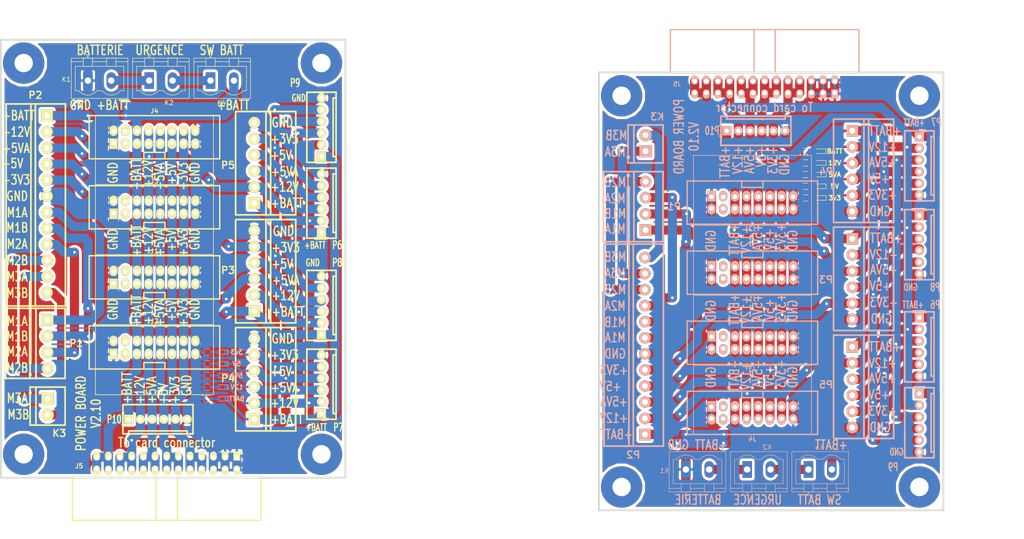
<source format=kicad_pcb>
(kicad_pcb (version 4) (host pcbnew 4.0.6)
  (title_block (title "Power Supply") (date 2017-10-15) (rev "V 2.10") (company "CYBERNETIQUE EN NORD") (comment 1 F4DEB))
  (layers (0 Composant signal) (31 Cuivre signal) (34 B.Paste user) (35 F.Paste user) (36 B.SilkS user) (37 F.SilkS user) (38 B.Mask user) (39 F.Mask user) (44 Edge.Cuts user))
  (net 0 "")
  (net 1 GND)
  (net 2 +3V3)
  (net 3 +5VA)
  (net 4 "Net-(D10-Pad2)")
  (net 5 +BATT)
  (net 6 "Net-(D11-Pad2)")
  (net 7 "Net-(D12-Pad2)")
  (net 8 "Net-(D13-Pad2)")
  (net 9 "Net-(D14-Pad2)")
  (net 10 +12V)
  (net 11 +5V)
  (net 12 "Net-(K1-Pad2)")
  (net 13 "Net-(K2-Pad2)")
  (net 14 /M3A)
  (net 15 /M3B)
  (net 16 /M2B)
  (net 17 /M2A)
  (net 18 /M1B)
  (net 19 /M1A)
  (net 20 "Net-(K5-Pad1)")
  (net 21 "Net-(K6-Pad1)")
  (net 22 "Net-(K7-Pad1)")
  (net 23 "Net-(K8-Pad1)")
  (net 24 "Net-(J1-Pad3)")
  (net 25 "Net-(J1-Pad4)")
  (net 26 "Net-(J2-Pad3)")
  (net 27 "Net-(J2-Pad4)")
  (net 28 "Net-(J3-Pad3)")
  (net 29 "Net-(J3-Pad4)")
  (net 30 "Net-(J4-Pad3)")
  (net 31 "Net-(J4-Pad4)")
  (module f4deb-mod-library:POWER_MODULE_0-20 (layer Cuivre) (at 221.742 127 180)
    (fp_text reference J4 (at 12.827 -1.001 360) (layer B.SilkS) (effects (font (thickness 0.2032)) (justify mirror)))
    (fp_text value CONN_02X08 hide)
    (pad 16 thru_hole oval (at 3.937 3.429) (size 1.8 2.3) (drill 1 (offset 0 0.15)) (layers *.Cu *.Mask B.SilkS) (net 1 GND))
    (pad 15 thru_hole oval (at 3.937 5.969) (size 1.8 2.3) (drill 1 (offset 0 -0.15)) (layers *.Cu *.Mask B.SilkS) (net 1 GND))
    (pad 13 thru_hole oval (at 6.477 5.969) (size 1.8 2.3) (drill 1 (offset 0 -0.15)) (layers *.Cu *.Mask B.SilkS) (net 2 +3V3))
    (pad 14 thru_hole oval (at 6.477 3.429) (size 1.8 2.3) (drill 1 (offset 0 0.15)) (layers *.Cu *.Mask B.SilkS) (net 2 +3V3))
    (pad 12 thru_hole oval (at 9.017 3.429) (size 1.8 2.3) (drill 1 (offset 0 0.15)) (layers *.Cu *.Mask B.SilkS) (net 11 +5V))
    (pad 11 thru_hole oval (at 9.017 5.969) (size 1.8 2.3) (drill 1 (offset 0 -0.15)) (layers *.Cu *.Mask B.SilkS) (net 11 +5V))
    (pad 9 thru_hole oval (at 11.557 5.969) (size 1.8 2.3) (drill 1 (offset 0 -0.15)) (layers *.Cu *.Mask B.SilkS) (net 3 +5VA))
    (pad 10 thru_hole oval (at 11.557 3.429) (size 1.8 2.3) (drill 1 (offset 0 0.15)) (layers *.Cu *.Mask B.SilkS) (net 3 +5VA))
    (pad 8 thru_hole oval (at 14.097 3.429) (size 1.8 2.3) (drill 1 (offset 0 0.15)) (layers *.Cu *.Mask B.SilkS) (net 10 +12V))
    (pad 7 thru_hole oval (at 14.097 5.969) (size 1.8 2.3) (drill 1 (offset 0 -0.15)) (layers *.Cu *.Mask B.SilkS) (net 10 +12V))
    (pad 1 thru_hole rect (at 21.717 5.969) (size 1.8 2.3) (drill 1 (offset 0 -0.15)) (layers *.Cu *.Mask B.SilkS) (net 1 GND))
    (pad 2 thru_hole oval (at 21.717 3.429) (size 1.8 2.3) (drill 1 (offset 0 0.15)) (layers *.Cu *.Mask B.SilkS) (net 1 GND))
    (pad 3 thru_hole oval (at 19.177 5.969) (size 1.8 2.3) (drill 1 (offset 0 -0.15)) (layers *.Cu *.Mask B.SilkS) (net 30 "Net-(J4-Pad3)"))
    (pad 4 thru_hole oval (at 19.177 3.429) (size 1.8 2.3) (drill 1 (offset 0 0.15)) (layers *.Cu *.Mask B.SilkS) (net 31 "Net-(J4-Pad4)"))
    (pad 5 thru_hole oval (at 16.637 5.969) (size 1.8 2.3) (drill 1 (offset 0 -0.15)) (layers *.Cu *.Mask B.SilkS) (net 5 +BATT))
    (pad 6 thru_hole oval (at 16.637 3.429) (size 1.8 2.3) (drill 1 (offset 0 0.15)) (layers *.Cu *.Mask B.SilkS) (net 5 +BATT))
  )
  (module f4deb-mod-library:POWER_MODULE_0-20 (layer Cuivre) (at 221.742 111.76 180)
    (fp_text reference J3 (at 12.827 -1.001 360) (layer B.SilkS) (effects (font (thickness 0.2032)) (justify mirror)))
    (fp_text value CONN_02X08 hide)
    (pad 16 thru_hole oval (at 3.937 3.429) (size 1.8 2.3) (drill 1 (offset 0 0.15)) (layers *.Cu *.Mask B.SilkS) (net 1 GND))
    (pad 15 thru_hole oval (at 3.937 5.969) (size 1.8 2.3) (drill 1 (offset 0 -0.15)) (layers *.Cu *.Mask B.SilkS) (net 1 GND))
    (pad 13 thru_hole oval (at 6.477 5.969) (size 1.8 2.3) (drill 1 (offset 0 -0.15)) (layers *.Cu *.Mask B.SilkS) (net 2 +3V3))
    (pad 14 thru_hole oval (at 6.477 3.429) (size 1.8 2.3) (drill 1 (offset 0 0.15)) (layers *.Cu *.Mask B.SilkS) (net 2 +3V3))
    (pad 12 thru_hole oval (at 9.017 3.429) (size 1.8 2.3) (drill 1 (offset 0 0.15)) (layers *.Cu *.Mask B.SilkS) (net 11 +5V))
    (pad 11 thru_hole oval (at 9.017 5.969) (size 1.8 2.3) (drill 1 (offset 0 -0.15)) (layers *.Cu *.Mask B.SilkS) (net 11 +5V))
    (pad 9 thru_hole oval (at 11.557 5.969) (size 1.8 2.3) (drill 1 (offset 0 -0.15)) (layers *.Cu *.Mask B.SilkS) (net 3 +5VA))
    (pad 10 thru_hole oval (at 11.557 3.429) (size 1.8 2.3) (drill 1 (offset 0 0.15)) (layers *.Cu *.Mask B.SilkS) (net 3 +5VA))
    (pad 8 thru_hole oval (at 14.097 3.429) (size 1.8 2.3) (drill 1 (offset 0 0.15)) (layers *.Cu *.Mask B.SilkS) (net 10 +12V))
    (pad 7 thru_hole oval (at 14.097 5.969) (size 1.8 2.3) (drill 1 (offset 0 -0.15)) (layers *.Cu *.Mask B.SilkS) (net 10 +12V))
    (pad 1 thru_hole rect (at 21.717 5.969) (size 1.8 2.3) (drill 1 (offset 0 -0.15)) (layers *.Cu *.Mask B.SilkS) (net 1 GND))
    (pad 2 thru_hole oval (at 21.717 3.429) (size 1.8 2.3) (drill 1 (offset 0 0.15)) (layers *.Cu *.Mask B.SilkS) (net 1 GND))
    (pad 3 thru_hole oval (at 19.177 5.969) (size 1.8 2.3) (drill 1 (offset 0 -0.15)) (layers *.Cu *.Mask B.SilkS) (net 28 "Net-(J3-Pad3)"))
    (pad 4 thru_hole oval (at 19.177 3.429) (size 1.8 2.3) (drill 1 (offset 0 0.15)) (layers *.Cu *.Mask B.SilkS) (net 29 "Net-(J3-Pad4)"))
    (pad 5 thru_hole oval (at 16.637 5.969) (size 1.8 2.3) (drill 1 (offset 0 -0.15)) (layers *.Cu *.Mask B.SilkS) (net 5 +BATT))
    (pad 6 thru_hole oval (at 16.637 3.429) (size 1.8 2.3) (drill 1 (offset 0 0.15)) (layers *.Cu *.Mask B.SilkS) (net 5 +BATT))
  )
  (module f4deb-mod-library:POWER_MODULE_0-20 (layer Cuivre) (at 221.742 81.28 180)
    (fp_text reference J2 (at 12.827 -1.001 360) (layer B.SilkS) (effects (font (thickness 0.2032)) (justify mirror)))
    (fp_text value CONN_02X08 hide)
    (pad 16 thru_hole oval (at 3.937 3.429) (size 1.8 2.3) (drill 1 (offset 0 0.15)) (layers *.Cu *.Mask B.SilkS) (net 1 GND))
    (pad 15 thru_hole oval (at 3.937 5.969) (size 1.8 2.3) (drill 1 (offset 0 -0.15)) (layers *.Cu *.Mask B.SilkS) (net 1 GND))
    (pad 13 thru_hole oval (at 6.477 5.969) (size 1.8 2.3) (drill 1 (offset 0 -0.15)) (layers *.Cu *.Mask B.SilkS) (net 2 +3V3))
    (pad 14 thru_hole oval (at 6.477 3.429) (size 1.8 2.3) (drill 1 (offset 0 0.15)) (layers *.Cu *.Mask B.SilkS) (net 2 +3V3))
    (pad 12 thru_hole oval (at 9.017 3.429) (size 1.8 2.3) (drill 1 (offset 0 0.15)) (layers *.Cu *.Mask B.SilkS) (net 11 +5V))
    (pad 11 thru_hole oval (at 9.017 5.969) (size 1.8 2.3) (drill 1 (offset 0 -0.15)) (layers *.Cu *.Mask B.SilkS) (net 11 +5V))
    (pad 9 thru_hole oval (at 11.557 5.969) (size 1.8 2.3) (drill 1 (offset 0 -0.15)) (layers *.Cu *.Mask B.SilkS) (net 3 +5VA))
    (pad 10 thru_hole oval (at 11.557 3.429) (size 1.8 2.3) (drill 1 (offset 0 0.15)) (layers *.Cu *.Mask B.SilkS) (net 3 +5VA))
    (pad 8 thru_hole oval (at 14.097 3.429) (size 1.8 2.3) (drill 1 (offset 0 0.15)) (layers *.Cu *.Mask B.SilkS) (net 10 +12V))
    (pad 7 thru_hole oval (at 14.097 5.969) (size 1.8 2.3) (drill 1 (offset 0 -0.15)) (layers *.Cu *.Mask B.SilkS) (net 10 +12V))
    (pad 1 thru_hole rect (at 21.717 5.969) (size 1.8 2.3) (drill 1 (offset 0 -0.15)) (layers *.Cu *.Mask B.SilkS) (net 1 GND))
    (pad 2 thru_hole oval (at 21.717 3.429) (size 1.8 2.3) (drill 1 (offset 0 0.15)) (layers *.Cu *.Mask B.SilkS) (net 1 GND))
    (pad 3 thru_hole oval (at 19.177 5.969) (size 1.8 2.3) (drill 1 (offset 0 -0.15)) (layers *.Cu *.Mask B.SilkS) (net 26 "Net-(J2-Pad3)"))
    (pad 4 thru_hole oval (at 19.177 3.429) (size 1.8 2.3) (drill 1 (offset 0 0.15)) (layers *.Cu *.Mask B.SilkS) (net 27 "Net-(J2-Pad4)"))
    (pad 5 thru_hole oval (at 16.637 5.969) (size 1.8 2.3) (drill 1 (offset 0 -0.15)) (layers *.Cu *.Mask B.SilkS) (net 5 +BATT))
    (pad 6 thru_hole oval (at 16.637 3.429) (size 1.8 2.3) (drill 1 (offset 0 0.15)) (layers *.Cu *.Mask B.SilkS) (net 5 +BATT))
  )
  (module w_conn_strip:vasch_strip_13x2_90 (layer Cuivre) (at 211.582 46.355 180)
    (fp_text reference J5 (at 19.05 -4.445 180) (layer B.SilkS) (effects (font (thickness 0.2032)) (justify mirror)))
    (fp_text value CONN_02X13 hide)
    (pad 25 thru_hole oval (at 15.24 -6.35 180) (size 1.5 2) (drill 1 (offset 0 -0.25)) (layers *.Cu *.Mask B.SilkS) (net 5 +BATT))
    (pad 26 thru_hole oval (at 15.24 -3.81 180) (size 1.5 2) (drill 1 (offset 0 0.25)) (layers *.Cu *.Mask B.SilkS) (net 5 +BATT))
    (pad 24 thru_hole oval (at 12.7 -3.81 180) (size 1.5 2) (drill 1 (offset 0 0.25)) (layers *.Cu *.Mask B.SilkS) (net 5 +BATT))
    (pad 23 thru_hole oval (at 12.7 -6.35 180) (size 1.5 2) (drill 1 (offset 0 -0.25)) (layers *.Cu *.Mask B.SilkS) (net 5 +BATT))
    (pad 21 thru_hole oval (at 10.16 -6.35 180) (size 1.5 2) (drill 1 (offset 0 -0.25)) (layers *.Cu *.Mask B.SilkS) (net 10 +12V))
    (pad 22 thru_hole oval (at 10.16 -3.81 180) (size 1.5 2) (drill 1 (offset 0 0.25)) (layers *.Cu *.Mask B.SilkS) (net 10 +12V))
    (pad 20 thru_hole oval (at 7.62 -3.81 180) (size 1.5 2) (drill 1 (offset 0 0.25)) (layers *.Cu *.Mask B.SilkS) (net 10 +12V))
    (pad 19 thru_hole oval (at 7.62 -6.35 180) (size 1.5 2) (drill 1 (offset 0 -0.25)) (layers *.Cu *.Mask B.SilkS) (net 10 +12V))
    (pad 17 thru_hole oval (at 5.08 -6.35 180) (size 1.5 2) (drill 1 (offset 0 -0.25)) (layers *.Cu *.Mask B.SilkS) (net 3 +5VA))
    (pad 18 thru_hole oval (at 5.08 -3.81 180) (size 1.5 2) (drill 1 (offset 0 0.25)) (layers *.Cu *.Mask B.SilkS) (net 3 +5VA))
    (pad 16 thru_hole oval (at 2.54 -3.81 180) (size 1.5 2) (drill 1 (offset 0 0.25)) (layers *.Cu *.Mask B.SilkS) (net 3 +5VA))
    (pad 15 thru_hole oval (at 2.54 -6.35 180) (size 1.5 2) (drill 1 (offset 0 -0.25)) (layers *.Cu *.Mask B.SilkS) (net 3 +5VA))
    (pad 13 thru_hole oval (at 0 -6.35 180) (size 1.5 2) (drill 1 (offset 0 -0.25)) (layers *.Cu *.Mask B.SilkS) (net 11 +5V))
    (pad 14 thru_hole oval (at 0 -3.81 180) (size 1.5 2) (drill 1 (offset 0 0.25)) (layers *.Cu *.Mask B.SilkS) (net 11 +5V))
    (pad 12 thru_hole oval (at -2.54 -3.81 180) (size 1.5 2) (drill 1 (offset 0 0.25)) (layers *.Cu *.Mask B.SilkS) (net 11 +5V))
    (pad 11 thru_hole oval (at -2.54 -6.35 180) (size 1.5 2) (drill 1 (offset 0 -0.25)) (layers *.Cu *.Mask B.SilkS) (net 11 +5V))
    (pad 9 thru_hole oval (at -5.08 -6.35 180) (size 1.5 2) (drill 1 (offset 0 -0.25)) (layers *.Cu *.Mask B.SilkS) (net 2 +3V3))
    (pad 10 thru_hole oval (at -5.08 -3.81 180) (size 1.5 2) (drill 1 (offset 0 0.25)) (layers *.Cu *.Mask B.SilkS) (net 2 +3V3))
    (pad 8 thru_hole oval (at -7.62 -3.81 180) (size 1.5 2) (drill 1 (offset 0 0.25)) (layers *.Cu *.Mask B.SilkS) (net 2 +3V3))
    (pad 7 thru_hole oval (at -7.62 -6.35 180) (size 1.5 2) (drill 1 (offset 0 -0.25)) (layers *.Cu *.Mask B.SilkS) (net 2 +3V3))
    (pad 1 thru_hole rect (at -15.24 -6.35 180) (size 1.5 2) (drill 1 (offset 0 -0.25)) (layers *.Cu *.Mask B.SilkS) (net 1 GND))
    (pad 2 thru_hole oval (at -15.24 -3.81 180) (size 1.5 2) (drill 1 (offset 0 0.25)) (layers *.Cu *.Mask B.SilkS) (net 1 GND))
    (pad 3 thru_hole oval (at -12.7 -6.35 180) (size 1.5 2) (drill 1 (offset 0 -0.25)) (layers *.Cu *.Mask B.SilkS) (net 1 GND))
    (pad 4 thru_hole oval (at -12.7 -3.81 180) (size 1.5 2) (drill 1 (offset 0 0.25)) (layers *.Cu *.Mask B.SilkS) (net 1 GND))
    (pad 5 thru_hole oval (at -10.16 -6.35 180) (size 1.5 2) (drill 1 (offset 0 -0.25)) (layers *.Cu *.Mask B.SilkS) (net 1 GND))
    (pad 6 thru_hole oval (at -10.16 -3.81 180) (size 1.5 2) (drill 1 (offset 0 0.25)) (layers *.Cu *.Mask B.SilkS) (net 1 GND))
  )
  (module CEN-PCB:WEIDMULLER-12 (layer Cuivre) (at 185.547 127 90)
    (fp_text reference P2 (at -4.445 -2.54 360) (layer B.SilkS) (effects (font (thickness 0.3048)) (justify mirror)))
    (fp_text value CONN_12 hide)
    (pad 1 thru_hole rect (at 0 0 90) (size 2.54 2.54) (drill 1.30048) (layers *.Cu *.Mask B.SilkS) (net 5 +BATT))
    (pad 2 thru_hole circle (at 3.4925 0 90) (size 2.54 2.54) (drill 1.30048) (layers *.Cu *.Mask B.SilkS) (net 10 +12V))
    (pad 3 thru_hole circle (at 7.0485 0 90) (size 2.54 2.54) (drill 1.30048) (layers *.Cu *.Mask B.SilkS) (net 3 +5VA))
    (pad 4 thru_hole circle (at 10.541 0 90) (size 2.54 2.54) (drill 1.30048) (layers *.Cu *.Mask B.SilkS) (net 11 +5V))
    (pad 5 thru_hole circle (at 14.0335 0 90) (size 2.54 2.54) (drill 1.30048) (layers *.Cu *.Mask B.SilkS) (net 2 +3V3))
    (pad 6 thru_hole circle (at 17.526 0 90) (size 2.54 2.54) (drill 1.30048) (layers *.Cu *.Mask B.SilkS) (net 1 GND))
    (pad 7 thru_hole circle (at 21.0185 0 90) (size 2.54 2.54) (drill 1.30048) (layers *.Cu *.Mask B.SilkS) (net 19 /M1A))
    (pad 8 thru_hole circle (at 24.511 0 90) (size 2.54 2.54) (drill 1.30048) (layers *.Cu *.Mask B.SilkS) (net 18 /M1B))
    (pad 9 thru_hole circle (at 28.0035 0 90) (size 2.54 2.54) (drill 1.30048) (layers *.Cu *.Mask B.SilkS) (net 17 /M2A))
    (pad 10 thru_hole circle (at 31.496 0 90) (size 2.54 2.54) (drill 1.30048) (layers *.Cu *.Mask B.SilkS) (net 16 /M2B))
    (pad 11 thru_hole circle (at 34.9885 0 90) (size 2.54 2.54) (drill 1.30048) (layers *.Cu *.Mask B.SilkS) (net 14 /M3A))
    (pad 12 thru_hole circle (at 38.481 0 90) (size 2.54 2.54) (drill 1.30048) (layers *.Cu *.Mask B.SilkS) (net 15 /M3B))
  )
  (module Connectors_Phoenix:PhoenixContact_MSTBVA-G_02x5.08mm_Vertical (layer Cuivre) (at 221.107 134.62)
    (fp_text reference K4 (at 2.413 -4.826) (layer B.SilkS) (effects (justify mirror)))
    (fp_text value CONN_2 hide)
    (pad 1 thru_hole rect (at 0 0) (size 2.08 3.6) (drill 1.4) (layers *.Cu *.Mask) (net 13 "Net-(K2-Pad2)"))
    (pad 2 thru_hole oval (at 5.08 0) (size 2.08 3.6) (drill 1.4) (layers *.Cu *.Mask) (net 5 +BATT))
  )
  (module Connectors_Phoenix:PhoenixContact_MSTBVA-G_02x5.08mm_Vertical (layer Cuivre) (at 207.772 134.62)
    (fp_text reference K2 (at 4.318 -4.826) (layer B.SilkS) (effects (justify mirror)))
    (fp_text value CONN_2 hide)
    (pad 1 thru_hole rect (at 0 0) (size 2.08 3.6) (drill 1.4) (layers *.Cu *.Mask) (net 12 "Net-(K1-Pad2)"))
    (pad 2 thru_hole oval (at 5.08 0) (size 2.08 3.6) (drill 1.4) (layers *.Cu *.Mask) (net 13 "Net-(K2-Pad2)"))
  )
  (module Connectors_Phoenix:PhoenixContact_MSTBVA-G_02x5.08mm_Vertical (layer Cuivre) (at 194.437 134.62)
    (fp_text reference K1 (at -4.699 0.254) (layer B.SilkS) (effects (justify mirror)))
    (fp_text value CONN_2 hide)
    (pad 1 thru_hole rect (at 0 0) (size 2.08 3.6) (drill 1.4) (layers *.Cu *.Mask) (net 1 GND))
    (pad 2 thru_hole oval (at 5.08 0) (size 2.08 3.6) (drill 1.4) (layers *.Cu *.Mask) (net 12 "Net-(K1-Pad2)"))
  )
  (module CEN-PCB:WEIDMULLER-4 (layer Cuivre) (at 185.674 82.55 90)
    (fp_text reference P1 (at 5.08 6.223 360) (layer B.SilkS) (effects (font (thickness 0.3048)) (justify mirror)))
    (fp_text value CONN_4 hide)
    (pad 1 thru_hole rect (at 0 0 90) (size 2.54 2.54) (drill 1.30048) (layers *.Cu *.Mask B.SilkS) (net 19 /M1A))
    (pad 2 thru_hole circle (at 3.4925 0 90) (size 2.54 2.54) (drill 1.30048) (layers *.Cu *.Mask B.SilkS) (net 18 /M1B))
    (pad 3 thru_hole circle (at 7.0485 0 90) (size 2.54 2.54) (drill 1.30048) (layers *.Cu *.Mask B.SilkS) (net 17 /M2A))
    (pad 4 thru_hole circle (at 10.541 0 90) (size 2.54 2.54) (drill 1.30048) (layers *.Cu *.Mask B.SilkS) (net 16 /M2B))
  )
  (module CEN-PCB:KK-6 (layer Cuivre) (at 209.677 60.96 180)
    (fp_text reference P10 (at 9.525 0 180) (layer B.SilkS) (effects (font (size 1.73482 1.08712) (thickness 0.27178)) (justify mirror)))
    (fp_text value CONN_6 hide)
    (pad 5 thru_hole circle (at -3.81 0 180) (size 1.99898 1.99898) (drill 1.00076) (layers *.Cu *.Mask B.SilkS) (net 2 +3V3))
    (pad 1 thru_hole rect (at 6.35 0 180) (size 1.99898 1.99898) (drill 1.00076) (layers *.Cu *.Mask B.SilkS) (net 5 +BATT))
    (pad 2 thru_hole circle (at 3.81 0 180) (size 1.99898 1.99898) (drill 1.00076) (layers *.Cu *.Mask B.SilkS) (net 10 +12V))
    (pad 3 thru_hole circle (at 1.27 0 180) (size 1.99898 1.99898) (drill 1.00076) (layers *.Cu *.Mask B.SilkS) (net 3 +5VA))
    (pad 4 thru_hole circle (at -1.27 0 180) (size 1.99898 1.99898) (drill 1.00076) (layers *.Cu *.Mask B.SilkS) (net 11 +5V))
    (pad 6 thru_hole circle (at -6.35 0 180) (size 1.99898 1.99898) (drill 1.00076) (layers *.Cu *.Mask B.SilkS) (net 1 GND))
  )
  (module CEN-PCB:KK-6 (layer Cuivre) (at 245.237 124.46 90)
    (fp_text reference P9 (at -9.652 -5.715 360) (layer B.SilkS) (effects (font (size 1.73482 1.08712) (thickness 0.27178)) (justify mirror)))
    (fp_text value CONN_6 hide)
    (pad 5 thru_hole circle (at -3.81 0 90) (size 1.99898 1.99898) (drill 1.00076) (layers *.Cu *.Mask B.SilkS) (net 2 +3V3))
    (pad 1 thru_hole rect (at 6.35 0 90) (size 1.99898 1.99898) (drill 1.00076) (layers *.Cu *.Mask B.SilkS) (net 5 +BATT))
    (pad 2 thru_hole circle (at 3.81 0 90) (size 1.99898 1.99898) (drill 1.00076) (layers *.Cu *.Mask B.SilkS) (net 10 +12V))
    (pad 3 thru_hole circle (at 1.27 0 90) (size 1.99898 1.99898) (drill 1.00076) (layers *.Cu *.Mask B.SilkS) (net 3 +5VA))
    (pad 4 thru_hole circle (at -1.27 0 90) (size 1.99898 1.99898) (drill 1.00076) (layers *.Cu *.Mask B.SilkS) (net 11 +5V))
    (pad 6 thru_hole circle (at -6.35 0 90) (size 1.99898 1.99898) (drill 1.00076) (layers *.Cu *.Mask B.SilkS) (net 1 GND))
  )
  (module CEN-PCB:KK-6 (layer Cuivre) (at 245.237 85.725 90)
    (fp_text reference P8 (at -9.271 3.429 360) (layer B.SilkS) (effects (font (size 1.73482 1.08712) (thickness 0.27178)) (justify mirror)))
    (fp_text value CONN_6 hide)
    (pad 5 thru_hole circle (at -3.81 0 90) (size 1.99898 1.99898) (drill 1.00076) (layers *.Cu *.Mask B.SilkS) (net 2 +3V3))
    (pad 1 thru_hole rect (at 6.35 0 90) (size 1.99898 1.99898) (drill 1.00076) (layers *.Cu *.Mask B.SilkS) (net 5 +BATT))
    (pad 2 thru_hole circle (at 3.81 0 90) (size 1.99898 1.99898) (drill 1.00076) (layers *.Cu *.Mask B.SilkS) (net 10 +12V))
    (pad 3 thru_hole circle (at 1.27 0 90) (size 1.99898 1.99898) (drill 1.00076) (layers *.Cu *.Mask B.SilkS) (net 3 +5VA))
    (pad 4 thru_hole circle (at -1.27 0 90) (size 1.99898 1.99898) (drill 1.00076) (layers *.Cu *.Mask B.SilkS) (net 11 +5V))
    (pad 6 thru_hole circle (at -6.35 0 90) (size 1.99898 1.99898) (drill 1.00076) (layers *.Cu *.Mask B.SilkS) (net 1 GND))
  )
  (module CEN-PCB:KK-6 (layer Cuivre) (at 245.237 68.58 90)
    (fp_text reference P7 (at 9.398 3.683 360) (layer B.SilkS) (effects (font (size 1.73482 1.08712) (thickness 0.27178)) (justify mirror)))
    (fp_text value CONN_6 hide)
    (pad 5 thru_hole circle (at -3.81 0 90) (size 1.99898 1.99898) (drill 1.00076) (layers *.Cu *.Mask B.SilkS) (net 2 +3V3))
    (pad 1 thru_hole rect (at 6.35 0 90) (size 1.99898 1.99898) (drill 1.00076) (layers *.Cu *.Mask B.SilkS) (net 5 +BATT))
    (pad 2 thru_hole circle (at 3.81 0 90) (size 1.99898 1.99898) (drill 1.00076) (layers *.Cu *.Mask B.SilkS) (net 10 +12V))
    (pad 3 thru_hole circle (at 1.27 0 90) (size 1.99898 1.99898) (drill 1.00076) (layers *.Cu *.Mask B.SilkS) (net 3 +5VA))
    (pad 4 thru_hole circle (at -1.27 0 90) (size 1.99898 1.99898) (drill 1.00076) (layers *.Cu *.Mask B.SilkS) (net 11 +5V))
    (pad 6 thru_hole circle (at -6.35 0 90) (size 1.99898 1.99898) (drill 1.00076) (layers *.Cu *.Mask B.SilkS) (net 1 GND))
  )
  (module CEN-PCB:KK-6 (layer Cuivre) (at 245.237 107.95 90)
    (fp_text reference P6 (at 9.144 3.429 180) (layer B.SilkS) (effects (font (size 1.73482 1.08712) (thickness 0.27178)) (justify mirror)))
    (fp_text value CONN_6 hide)
    (pad 5 thru_hole circle (at -3.81 0 90) (size 1.99898 1.99898) (drill 1.00076) (layers *.Cu *.Mask B.SilkS) (net 2 +3V3))
    (pad 1 thru_hole rect (at 6.35 0 90) (size 1.99898 1.99898) (drill 1.00076) (layers *.Cu *.Mask B.SilkS) (net 5 +BATT))
    (pad 2 thru_hole circle (at 3.81 0 90) (size 1.99898 1.99898) (drill 1.00076) (layers *.Cu *.Mask B.SilkS) (net 10 +12V))
    (pad 3 thru_hole circle (at 1.27 0 90) (size 1.99898 1.99898) (drill 1.00076) (layers *.Cu *.Mask B.SilkS) (net 3 +5VA))
    (pad 4 thru_hole circle (at -1.27 0 90) (size 1.99898 1.99898) (drill 1.00076) (layers *.Cu *.Mask B.SilkS) (net 11 +5V))
    (pad 6 thru_hole circle (at -6.35 0 90) (size 1.99898 1.99898) (drill 1.00076) (layers *.Cu *.Mask B.SilkS) (net 1 GND))
  )
  (module CEN-PCB:WEIDMULLER-6 (layer Cuivre) (at 230.632 60.96 270)
    (fp_text reference P4 (at 8.89 5.715 540) (layer B.SilkS) (effects (font (thickness 0.3048)) (justify mirror)))
    (fp_text value CONN_6 hide)
    (pad 1 thru_hole rect (at 0 0 270) (size 2.54 2.54) (drill 1.30048) (layers *.Cu *.Mask B.SilkS) (net 5 +BATT))
    (pad 2 thru_hole circle (at 3.4925 0 270) (size 2.54 2.54) (drill 1.30048) (layers *.Cu *.Mask B.SilkS) (net 10 +12V))
    (pad 3 thru_hole circle (at 7.0485 0 270) (size 2.54 2.54) (drill 1.30048) (layers *.Cu *.Mask B.SilkS) (net 3 +5VA))
    (pad 4 thru_hole circle (at 10.541 0 270) (size 2.54 2.54) (drill 1.30048) (layers *.Cu *.Mask B.SilkS) (net 11 +5V))
    (pad 5 thru_hole circle (at 14.0335 0 270) (size 2.54 2.54) (drill 1.30048) (layers *.Cu *.Mask B.SilkS) (net 2 +3V3))
    (pad 6 thru_hole circle (at 17.526 0 270) (size 2.54 2.54) (drill 1.30048) (layers *.Cu *.Mask B.SilkS) (net 1 GND))
  )
  (module f4deb-mod-library:COLONETTE (layer Cuivre) (at 245.237 53.34 90)
    (fp_text reference K8 (at 0 0 90) (layer B.SilkS) (effects (font (thickness 0.3048)) (justify mirror)))
    (fp_text value COLONETTE hide)
    (pad 1 thru_hole circle (at 0 0 90) (size 8.99922 8.99922) (drill 4.0005) (layers *.Cu) (net 23 "Net-(K8-Pad1)"))
  )
  (module f4deb-mod-library:COLONETTE (layer Cuivre) (at 245.237 138.43 90)
    (fp_text reference K7 (at 0 0 90) (layer B.SilkS) (effects (font (thickness 0.3048)) (justify mirror)))
    (fp_text value COLONETTE hide)
    (pad 1 thru_hole circle (at 0 0 90) (size 8.99922 8.99922) (drill 4.0005) (layers *.Cu) (net 22 "Net-(K7-Pad1)"))
  )
  (module f4deb-mod-library:COLONETTE (layer Cuivre) (at 180.467 53.34 90)
    (fp_text reference K6 hide)
    (fp_text value COLONETTE hide)
    (pad 1 thru_hole circle (at 0 0 90) (size 8.99922 8.99922) (drill 4.0005) (layers *.Cu) (net 21 "Net-(K6-Pad1)"))
  )
  (module f4deb-mod-library:COLONETTE (layer Cuivre) (at 180.467 138.43 90)
    (fp_text reference K5 hide)
    (fp_text value COLONETTE hide)
    (pad 1 thru_hole circle (at 0 0 90) (size 8.99922 8.99922) (drill 4.0005) (layers *.Cu) (net 20 "Net-(K5-Pad1)"))
  )
  (module Resistors_SMD:R_0603 (layer Composant) (at 220.472 75.565 180)
    (fp_text reference R21 hide)
    (fp_text value 470)
    (pad 1 smd rect (at -0.75 0 180) (size 0.5 0.9) (layers Composant F.Paste F.Mask) (net 9 "Net-(D14-Pad2)"))
    (pad 2 smd rect (at 0.75 0 180) (size 0.5 0.9) (layers Composant F.Paste F.Mask) (net 1 GND))
  )
  (module Resistors_SMD:R_0603 (layer Composant) (at 220.472 73.025 180)
    (fp_text reference R20 hide)
    (fp_text value 1k)
    (pad 1 smd rect (at -0.75 0 180) (size 0.5 0.9) (layers Composant F.Paste F.Mask) (net 8 "Net-(D13-Pad2)"))
    (pad 2 smd rect (at 0.75 0 180) (size 0.5 0.9) (layers Composant F.Paste F.Mask) (net 1 GND))
  )
  (module Resistors_SMD:R_0603 (layer Composant) (at 220.472 70.485 180)
    (fp_text reference R15 hide)
    (fp_text value 1k)
    (pad 1 smd rect (at -0.75 0 180) (size 0.5 0.9) (layers Composant F.Paste F.Mask) (net 7 "Net-(D12-Pad2)"))
    (pad 2 smd rect (at 0.75 0 180) (size 0.5 0.9) (layers Composant F.Paste F.Mask) (net 1 GND))
  )
  (module Resistors_SMD:R_0603 (layer Composant) (at 220.472 67.945 180)
    (fp_text reference R10 hide)
    (fp_text value 3.3k)
    (pad 1 smd rect (at -0.75 0 180) (size 0.5 0.9) (layers Composant F.Paste F.Mask) (net 6 "Net-(D11-Pad2)"))
    (pad 2 smd rect (at 0.75 0 180) (size 0.5 0.9) (layers Composant F.Paste F.Mask) (net 1 GND))
  )
  (module Resistors_SMD:R_0603 (layer Composant) (at 220.472 65.405 180)
    (fp_text reference R5 hide)
    (fp_text value 3.3k)
    (pad 1 smd rect (at -0.75 0 180) (size 0.5 0.9) (layers Composant F.Paste F.Mask) (net 4 "Net-(D10-Pad2)"))
    (pad 2 smd rect (at 0.75 0 180) (size 0.5 0.9) (layers Composant F.Paste F.Mask) (net 1 GND))
  )
  (module CEN-PCB:WEIDMULLER-6 (layer Cuivre) (at 230.632 84.455 270)
    (fp_text reference P3 (at 8.89 5.715 540) (layer B.SilkS) (effects (font (thickness 0.3048)) (justify mirror)))
    (fp_text value CONN_6 hide)
    (pad 1 thru_hole rect (at 0 0 270) (size 2.54 2.54) (drill 1.30048) (layers *.Cu *.Mask B.SilkS) (net 5 +BATT))
    (pad 2 thru_hole circle (at 3.4925 0 270) (size 2.54 2.54) (drill 1.30048) (layers *.Cu *.Mask B.SilkS) (net 10 +12V))
    (pad 3 thru_hole circle (at 7.0485 0 270) (size 2.54 2.54) (drill 1.30048) (layers *.Cu *.Mask B.SilkS) (net 3 +5VA))
    (pad 4 thru_hole circle (at 10.541 0 270) (size 2.54 2.54) (drill 1.30048) (layers *.Cu *.Mask B.SilkS) (net 11 +5V))
    (pad 5 thru_hole circle (at 14.0335 0 270) (size 2.54 2.54) (drill 1.30048) (layers *.Cu *.Mask B.SilkS) (net 2 +3V3))
    (pad 6 thru_hole circle (at 17.526 0 270) (size 2.54 2.54) (drill 1.30048) (layers *.Cu *.Mask B.SilkS) (net 1 GND))
  )
  (module CEN-PCB:WEIDMULLER-2 (layer Cuivre) (at 189.484 59.69 90)
    (fp_text reference K3 (at 1.778 -1.27 360) (layer B.SilkS) (effects (font (thickness 0.3048)) (justify mirror)))
    (fp_text value CONN_2 hide)
    (pad 1 thru_hole rect (at -5.715 -3.81 90) (size 2.70002 2.70002) (drill 1.30048) (layers *.Cu *.Mask B.SilkS) (net 14 /M3A))
    (pad 2 thru_hole circle (at -2.2225 -3.81 90) (size 2.70002 2.70002) (drill 1.30048) (layers *.Cu *.Mask B.SilkS) (net 15 /M3B))
  )
  (module LEDs:LED_0603 (layer Composant) (at 223.647 75.565 180)
    (fp_text reference D14 hide)
    (fp_text value LED)
    (pad 2 smd rect (at 0.8 0) (size 0.8 0.8) (layers Composant F.Paste F.Mask) (net 9 "Net-(D14-Pad2)"))
    (pad 1 smd rect (at -0.8 0) (size 0.8 0.8) (layers Composant F.Paste F.Mask) (net 2 +3V3))
  )
  (module LEDs:LED_0603 (layer Composant) (at 223.647 73.025 180)
    (fp_text reference D13 hide)
    (fp_text value LED)
    (pad 2 smd rect (at 0.8 0) (size 0.8 0.8) (layers Composant F.Paste F.Mask) (net 8 "Net-(D13-Pad2)"))
    (pad 1 smd rect (at -0.8 0) (size 0.8 0.8) (layers Composant F.Paste F.Mask) (net 11 +5V))
  )
  (module LEDs:LED_0603 (layer Composant) (at 223.647 70.485 180)
    (fp_text reference D12 hide)
    (fp_text value LED)
    (pad 2 smd rect (at 0.8 0) (size 0.8 0.8) (layers Composant F.Paste F.Mask) (net 7 "Net-(D12-Pad2)"))
    (pad 1 smd rect (at -0.8 0) (size 0.8 0.8) (layers Composant F.Paste F.Mask) (net 3 +5VA))
  )
  (module LEDs:LED_0603 (layer Composant) (at 223.647 67.945 180)
    (fp_text reference D11 hide)
    (fp_text value LED)
    (pad 2 smd rect (at 0.8 0) (size 0.8 0.8) (layers Composant F.Paste F.Mask) (net 6 "Net-(D11-Pad2)"))
    (pad 1 smd rect (at -0.8 0) (size 0.8 0.8) (layers Composant F.Paste F.Mask) (net 10 +12V))
  )
  (module LEDs:LED_0603 (layer Composant) (at 223.647 65.405 180)
    (fp_text reference D10 hide)
    (fp_text value LED)
    (pad 2 smd rect (at 0.8 0) (size 0.8 0.8) (layers Composant F.Paste F.Mask) (net 4 "Net-(D10-Pad2)"))
    (pad 1 smd rect (at -0.8 0) (size 0.8 0.8) (layers Composant F.Paste F.Mask) (net 5 +BATT))
  )
  (module CEN-PCB:WEIDMULLER-6 (layer Cuivre) (at 230.632 107.95 270)
    (fp_text reference P5 (at 8.255 5.715 540) (layer B.SilkS) (effects (font (thickness 0.3048)) (justify mirror)))
    (fp_text value CONN_6 hide)
    (pad 1 thru_hole rect (at 0 0 270) (size 2.54 2.54) (drill 1.30048) (layers *.Cu *.Mask B.SilkS) (net 5 +BATT))
    (pad 2 thru_hole circle (at 3.4925 0 270) (size 2.54 2.54) (drill 1.30048) (layers *.Cu *.Mask B.SilkS) (net 10 +12V))
    (pad 3 thru_hole circle (at 7.0485 0 270) (size 2.54 2.54) (drill 1.30048) (layers *.Cu *.Mask B.SilkS) (net 3 +5VA))
    (pad 4 thru_hole circle (at 10.541 0 270) (size 2.54 2.54) (drill 1.30048) (layers *.Cu *.Mask B.SilkS) (net 11 +5V))
    (pad 5 thru_hole circle (at 14.0335 0 270) (size 2.54 2.54) (drill 1.30048) (layers *.Cu *.Mask B.SilkS) (net 2 +3V3))
    (pad 6 thru_hole circle (at 17.526 0 270) (size 2.54 2.54) (drill 1.30048) (layers *.Cu *.Mask B.SilkS) (net 1 GND))
  )
  (module f4deb-mod-library:POWER_MODULE_0-20 (layer Cuivre) (at 221.742 96.52 180)
    (fp_text reference J1 (at 12.827 -1.001 360) (layer B.SilkS) (effects (font (thickness 0.2032)) (justify mirror)))
    (fp_text value CONN_02X08 hide)
    (pad 16 thru_hole oval (at 3.937 3.429) (size 1.8 2.3) (drill 1 (offset 0 0.15)) (layers *.Cu *.Mask B.SilkS) (net 1 GND))
    (pad 15 thru_hole oval (at 3.937 5.969) (size 1.8 2.3) (drill 1 (offset 0 -0.15)) (layers *.Cu *.Mask B.SilkS) (net 1 GND))
    (pad 13 thru_hole oval (at 6.477 5.969) (size 1.8 2.3) (drill 1 (offset 0 -0.15)) (layers *.Cu *.Mask B.SilkS) (net 2 +3V3))
    (pad 14 thru_hole oval (at 6.477 3.429) (size 1.8 2.3) (drill 1 (offset 0 0.15)) (layers *.Cu *.Mask B.SilkS) (net 2 +3V3))
    (pad 12 thru_hole oval (at 9.017 3.429) (size 1.8 2.3) (drill 1 (offset 0 0.15)) (layers *.Cu *.Mask B.SilkS) (net 11 +5V))
    (pad 11 thru_hole oval (at 9.017 5.969) (size 1.8 2.3) (drill 1 (offset 0 -0.15)) (layers *.Cu *.Mask B.SilkS) (net 11 +5V))
    (pad 9 thru_hole oval (at 11.557 5.969) (size 1.8 2.3) (drill 1 (offset 0 -0.15)) (layers *.Cu *.Mask B.SilkS) (net 3 +5VA))
    (pad 10 thru_hole oval (at 11.557 3.429) (size 1.8 2.3) (drill 1 (offset 0 0.15)) (layers *.Cu *.Mask B.SilkS) (net 3 +5VA))
    (pad 8 thru_hole oval (at 14.097 3.429) (size 1.8 2.3) (drill 1 (offset 0 0.15)) (layers *.Cu *.Mask B.SilkS) (net 10 +12V))
    (pad 7 thru_hole oval (at 14.097 5.969) (size 1.8 2.3) (drill 1 (offset 0 -0.15)) (layers *.Cu *.Mask B.SilkS) (net 10 +12V))
    (pad 1 thru_hole rect (at 21.717 5.969) (size 1.8 2.3) (drill 1 (offset 0 -0.15)) (layers *.Cu *.Mask B.SilkS) (net 1 GND))
    (pad 2 thru_hole oval (at 21.717 3.429) (size 1.8 2.3) (drill 1 (offset 0 0.15)) (layers *.Cu *.Mask B.SilkS) (net 1 GND))
    (pad 3 thru_hole oval (at 19.177 5.969) (size 1.8 2.3) (drill 1 (offset 0 -0.15)) (layers *.Cu *.Mask B.SilkS) (net 24 "Net-(J1-Pad3)"))
    (pad 4 thru_hole oval (at 19.177 3.429) (size 1.8 2.3) (drill 1 (offset 0 0.15)) (layers *.Cu *.Mask B.SilkS) (net 25 "Net-(J1-Pad4)"))
    (pad 5 thru_hole oval (at 16.637 5.969) (size 1.8 2.3) (drill 1 (offset 0 -0.15)) (layers *.Cu *.Mask B.SilkS) (net 5 +BATT))
    (pad 6 thru_hole oval (at 16.637 3.429) (size 1.8 2.3) (drill 1 (offset 0 0.15)) (layers *.Cu *.Mask B.SilkS) (net 5 +BATT))
  )
  (module f4deb-mod-library:POWER_MODULE_0-20 (layer Composant) (at 91.694 88.138 180)
    (fp_text reference J1 (at 12.827 1.001 360) (layer F.SilkS) (effects (font (thickness 0.2032))))
    (fp_text value CONN_02X08 hide)
    (pad 16 thru_hole oval (at 3.937 -3.429) (size 1.8 2.3) (drill 1 (offset 0 -0.15)) (layers *.Cu *.Mask F.SilkS) (net 1 GND))
    (pad 15 thru_hole oval (at 3.937 -5.969) (size 1.8 2.3) (drill 1 (offset 0 0.15)) (layers *.Cu *.Mask F.SilkS) (net 1 GND))
    (pad 13 thru_hole oval (at 6.477 -5.969) (size 1.8 2.3) (drill 1 (offset 0 0.15)) (layers *.Cu *.Mask F.SilkS) (net 2 +3V3))
    (pad 14 thru_hole oval (at 6.477 -3.429) (size 1.8 2.3) (drill 1 (offset 0 -0.15)) (layers *.Cu *.Mask F.SilkS) (net 2 +3V3))
    (pad 12 thru_hole oval (at 9.017 -3.429) (size 1.8 2.3) (drill 1 (offset 0 -0.15)) (layers *.Cu *.Mask F.SilkS) (net 11 +5V))
    (pad 11 thru_hole oval (at 9.017 -5.969) (size 1.8 2.3) (drill 1 (offset 0 0.15)) (layers *.Cu *.Mask F.SilkS) (net 11 +5V))
    (pad 9 thru_hole oval (at 11.557 -5.969) (size 1.8 2.3) (drill 1 (offset 0 0.15)) (layers *.Cu *.Mask F.SilkS) (net 3 +5VA))
    (pad 10 thru_hole oval (at 11.557 -3.429) (size 1.8 2.3) (drill 1 (offset 0 -0.15)) (layers *.Cu *.Mask F.SilkS) (net 3 +5VA))
    (pad 8 thru_hole oval (at 14.097 -3.429) (size 1.8 2.3) (drill 1 (offset 0 -0.15)) (layers *.Cu *.Mask F.SilkS) (net 10 +12V))
    (pad 7 thru_hole oval (at 14.097 -5.969) (size 1.8 2.3) (drill 1 (offset 0 0.15)) (layers *.Cu *.Mask F.SilkS) (net 10 +12V))
    (pad 1 thru_hole rect (at 21.717 -5.969) (size 1.8 2.3) (drill 1 (offset 0 0.15)) (layers *.Cu *.Mask F.SilkS) (net 1 GND))
    (pad 2 thru_hole oval (at 21.717 -3.429) (size 1.8 2.3) (drill 1 (offset 0 -0.15)) (layers *.Cu *.Mask F.SilkS) (net 1 GND))
    (pad 3 thru_hole oval (at 19.177 -5.969) (size 1.8 2.3) (drill 1 (offset 0 0.15)) (layers *.Cu *.Mask F.SilkS) (net 24 "Net-(J1-Pad3)"))
    (pad 4 thru_hole oval (at 19.177 -3.429) (size 1.8 2.3) (drill 1 (offset 0 -0.15)) (layers *.Cu *.Mask F.SilkS) (net 25 "Net-(J1-Pad4)"))
    (pad 5 thru_hole oval (at 16.637 -5.969) (size 1.8 2.3) (drill 1 (offset 0 0.15)) (layers *.Cu *.Mask F.SilkS) (net 5 +BATT))
    (pad 6 thru_hole oval (at 16.637 -3.429) (size 1.8 2.3) (drill 1 (offset 0 -0.15)) (layers *.Cu *.Mask F.SilkS) (net 5 +BATT))
  )
  (module CEN-PCB:WEIDMULLER-6 (layer Composant) (at 100.584 76.708 90)
    (fp_text reference P5 (at 8.255 -5.715 180) (layer F.SilkS) (effects (font (thickness 0.3048))))
    (fp_text value CONN_6 hide)
    (pad 1 thru_hole rect (at 0 0 90) (size 2.54 2.54) (drill 1.30048) (layers *.Cu *.Mask F.SilkS) (net 5 +BATT))
    (pad 2 thru_hole circle (at 3.4925 0 90) (size 2.54 2.54) (drill 1.30048) (layers *.Cu *.Mask F.SilkS) (net 10 +12V))
    (pad 3 thru_hole circle (at 7.0485 0 90) (size 2.54 2.54) (drill 1.30048) (layers *.Cu *.Mask F.SilkS) (net 3 +5VA))
    (pad 4 thru_hole circle (at 10.541 0 90) (size 2.54 2.54) (drill 1.30048) (layers *.Cu *.Mask F.SilkS) (net 11 +5V))
    (pad 5 thru_hole circle (at 14.0335 0 90) (size 2.54 2.54) (drill 1.30048) (layers *.Cu *.Mask F.SilkS) (net 2 +3V3))
    (pad 6 thru_hole circle (at 17.526 0 90) (size 2.54 2.54) (drill 1.30048) (layers *.Cu *.Mask F.SilkS) (net 1 GND))
  )
  (module LEDs:LED_0603 (layer Cuivre) (at 93.599 119.253 180)
    (fp_text reference D10 hide)
    (fp_text value LED)
    (pad 2 smd rect (at 0.8 0) (size 0.8 0.8) (layers Cuivre B.Paste B.Mask) (net 4 "Net-(D10-Pad2)"))
    (pad 1 smd rect (at -0.8 0) (size 0.8 0.8) (layers Cuivre B.Paste B.Mask) (net 5 +BATT))
  )
  (module LEDs:LED_0603 (layer Cuivre) (at 93.599 116.713 180)
    (fp_text reference D11 hide)
    (fp_text value LED)
    (pad 2 smd rect (at 0.8 0) (size 0.8 0.8) (layers Cuivre B.Paste B.Mask) (net 6 "Net-(D11-Pad2)"))
    (pad 1 smd rect (at -0.8 0) (size 0.8 0.8) (layers Cuivre B.Paste B.Mask) (net 10 +12V))
  )
  (module LEDs:LED_0603 (layer Cuivre) (at 93.599 114.173 180)
    (fp_text reference D12 hide)
    (fp_text value LED)
    (pad 2 smd rect (at 0.8 0) (size 0.8 0.8) (layers Cuivre B.Paste B.Mask) (net 7 "Net-(D12-Pad2)"))
    (pad 1 smd rect (at -0.8 0) (size 0.8 0.8) (layers Cuivre B.Paste B.Mask) (net 3 +5VA))
  )
  (module LEDs:LED_0603 (layer Cuivre) (at 93.599 111.633 180)
    (fp_text reference D13 hide)
    (fp_text value LED)
    (pad 2 smd rect (at 0.8 0) (size 0.8 0.8) (layers Cuivre B.Paste B.Mask) (net 8 "Net-(D13-Pad2)"))
    (pad 1 smd rect (at -0.8 0) (size 0.8 0.8) (layers Cuivre B.Paste B.Mask) (net 11 +5V))
  )
  (module LEDs:LED_0603 (layer Cuivre) (at 93.599 109.093 180)
    (fp_text reference D14 hide)
    (fp_text value LED)
    (pad 2 smd rect (at 0.8 0) (size 0.8 0.8) (layers Cuivre B.Paste B.Mask) (net 9 "Net-(D14-Pad2)"))
    (pad 1 smd rect (at -0.8 0) (size 0.8 0.8) (layers Cuivre B.Paste B.Mask) (net 2 +3V3))
  )
  (module CEN-PCB:WEIDMULLER-2 (layer Composant) (at 59.436 124.968 270)
    (fp_text reference K3 (at 1.778 1.27 360) (layer F.SilkS) (effects (font (thickness 0.3048))))
    (fp_text value CONN_2 hide)
    (pad 1 thru_hole rect (at -5.715 3.81 270) (size 2.70002 2.70002) (drill 1.30048) (layers *.Cu *.Mask F.SilkS) (net 14 /M3A))
    (pad 2 thru_hole circle (at -2.2225 3.81 270) (size 2.70002 2.70002) (drill 1.30048) (layers *.Cu *.Mask F.SilkS) (net 15 /M3B))
  )
  (module CEN-PCB:WEIDMULLER-6 (layer Composant) (at 100.584 100.203 90)
    (fp_text reference P3 (at 8.89 -5.715 180) (layer F.SilkS) (effects (font (thickness 0.3048))))
    (fp_text value CONN_6 hide)
    (pad 1 thru_hole rect (at 0 0 90) (size 2.54 2.54) (drill 1.30048) (layers *.Cu *.Mask F.SilkS) (net 5 +BATT))
    (pad 2 thru_hole circle (at 3.4925 0 90) (size 2.54 2.54) (drill 1.30048) (layers *.Cu *.Mask F.SilkS) (net 10 +12V))
    (pad 3 thru_hole circle (at 7.0485 0 90) (size 2.54 2.54) (drill 1.30048) (layers *.Cu *.Mask F.SilkS) (net 3 +5VA))
    (pad 4 thru_hole circle (at 10.541 0 90) (size 2.54 2.54) (drill 1.30048) (layers *.Cu *.Mask F.SilkS) (net 11 +5V))
    (pad 5 thru_hole circle (at 14.0335 0 90) (size 2.54 2.54) (drill 1.30048) (layers *.Cu *.Mask F.SilkS) (net 2 +3V3))
    (pad 6 thru_hole circle (at 17.526 0 90) (size 2.54 2.54) (drill 1.30048) (layers *.Cu *.Mask F.SilkS) (net 1 GND))
  )
  (module Resistors_SMD:R_0603 (layer Cuivre) (at 90.424 119.253 180)
    (fp_text reference R5 hide)
    (fp_text value 3.3k)
    (pad 1 smd rect (at -0.75 0 180) (size 0.5 0.9) (layers Cuivre B.Paste B.Mask) (net 4 "Net-(D10-Pad2)"))
    (pad 2 smd rect (at 0.75 0 180) (size 0.5 0.9) (layers Cuivre B.Paste B.Mask) (net 1 GND))
  )
  (module Resistors_SMD:R_0603 (layer Cuivre) (at 90.424 116.713 180)
    (fp_text reference R10 hide)
    (fp_text value 3.3k)
    (pad 1 smd rect (at -0.75 0 180) (size 0.5 0.9) (layers Cuivre B.Paste B.Mask) (net 6 "Net-(D11-Pad2)"))
    (pad 2 smd rect (at 0.75 0 180) (size 0.5 0.9) (layers Cuivre B.Paste B.Mask) (net 1 GND))
  )
  (module Resistors_SMD:R_0603 (layer Cuivre) (at 90.424 114.173 180)
    (fp_text reference R15 hide)
    (fp_text value 1k)
    (pad 1 smd rect (at -0.75 0 180) (size 0.5 0.9) (layers Cuivre B.Paste B.Mask) (net 7 "Net-(D12-Pad2)"))
    (pad 2 smd rect (at 0.75 0 180) (size 0.5 0.9) (layers Cuivre B.Paste B.Mask) (net 1 GND))
  )
  (module Resistors_SMD:R_0603 (layer Cuivre) (at 90.424 111.633 180)
    (fp_text reference R20 hide)
    (fp_text value 1k)
    (pad 1 smd rect (at -0.75 0 180) (size 0.5 0.9) (layers Cuivre B.Paste B.Mask) (net 8 "Net-(D13-Pad2)"))
    (pad 2 smd rect (at 0.75 0 180) (size 0.5 0.9) (layers Cuivre B.Paste B.Mask) (net 1 GND))
  )
  (module Resistors_SMD:R_0603 (layer Cuivre) (at 90.424 109.093 180)
    (fp_text reference R21 hide)
    (fp_text value 470)
    (pad 1 smd rect (at -0.75 0 180) (size 0.5 0.9) (layers Cuivre B.Paste B.Mask) (net 9 "Net-(D14-Pad2)"))
    (pad 2 smd rect (at 0.75 0 180) (size 0.5 0.9) (layers Cuivre B.Paste B.Mask) (net 1 GND))
  )
  (module f4deb-mod-library:COLONETTE (layer Composant) (at 50.419 46.228 270)
    (fp_text reference K5 hide)
    (fp_text value COLONETTE hide)
    (pad 1 thru_hole circle (at 0 0 270) (size 8.99922 8.99922) (drill 4.0005) (layers *.Cu) (net 20 "Net-(K5-Pad1)"))
  )
  (module f4deb-mod-library:COLONETTE (layer Composant) (at 50.419 131.318 270)
    (fp_text reference K6 hide)
    (fp_text value COLONETTE hide)
    (pad 1 thru_hole circle (at 0 0 270) (size 8.99922 8.99922) (drill 4.0005) (layers *.Cu) (net 21 "Net-(K6-Pad1)"))
  )
  (module f4deb-mod-library:COLONETTE (layer Composant) (at 115.189 46.228 270)
    (fp_text reference K7 (at 0 0 270) (layer F.SilkS) (effects (font (thickness 0.3048))))
    (fp_text value COLONETTE hide)
    (pad 1 thru_hole circle (at 0 0 270) (size 8.99922 8.99922) (drill 4.0005) (layers *.Cu) (net 22 "Net-(K7-Pad1)"))
  )
  (module f4deb-mod-library:COLONETTE (layer Composant) (at 115.189 131.318 270)
    (fp_text reference K8 (at 0 0 270) (layer F.SilkS) (effects (font (thickness 0.3048))))
    (fp_text value COLONETTE hide)
    (pad 1 thru_hole circle (at 0 0 270) (size 8.99922 8.99922) (drill 4.0005) (layers *.Cu) (net 23 "Net-(K8-Pad1)"))
  )
  (module CEN-PCB:WEIDMULLER-6 (layer Composant) (at 100.584 123.698 90)
    (fp_text reference P4 (at 8.89 -5.715 180) (layer F.SilkS) (effects (font (thickness 0.3048))))
    (fp_text value CONN_6 hide)
    (pad 1 thru_hole rect (at 0 0 90) (size 2.54 2.54) (drill 1.30048) (layers *.Cu *.Mask F.SilkS) (net 5 +BATT))
    (pad 2 thru_hole circle (at 3.4925 0 90) (size 2.54 2.54) (drill 1.30048) (layers *.Cu *.Mask F.SilkS) (net 10 +12V))
    (pad 3 thru_hole circle (at 7.0485 0 90) (size 2.54 2.54) (drill 1.30048) (layers *.Cu *.Mask F.SilkS) (net 3 +5VA))
    (pad 4 thru_hole circle (at 10.541 0 90) (size 2.54 2.54) (drill 1.30048) (layers *.Cu *.Mask F.SilkS) (net 11 +5V))
    (pad 5 thru_hole circle (at 14.0335 0 90) (size 2.54 2.54) (drill 1.30048) (layers *.Cu *.Mask F.SilkS) (net 2 +3V3))
    (pad 6 thru_hole circle (at 17.526 0 90) (size 2.54 2.54) (drill 1.30048) (layers *.Cu *.Mask F.SilkS) (net 1 GND))
  )
  (module CEN-PCB:KK-6 (layer Composant) (at 115.189 76.708 270)
    (fp_text reference P6 (at 9.144 -3.429 540) (layer F.SilkS) (effects (font (size 1.73482 1.08712) (thickness 0.27178))))
    (fp_text value CONN_6 hide)
    (pad 5 thru_hole circle (at -3.81 0 270) (size 1.99898 1.99898) (drill 1.00076) (layers *.Cu *.Mask F.SilkS) (net 2 +3V3))
    (pad 1 thru_hole rect (at 6.35 0 270) (size 1.99898 1.99898) (drill 1.00076) (layers *.Cu *.Mask F.SilkS) (net 5 +BATT))
    (pad 2 thru_hole circle (at 3.81 0 270) (size 1.99898 1.99898) (drill 1.00076) (layers *.Cu *.Mask F.SilkS) (net 10 +12V))
    (pad 3 thru_hole circle (at 1.27 0 270) (size 1.99898 1.99898) (drill 1.00076) (layers *.Cu *.Mask F.SilkS) (net 3 +5VA))
    (pad 4 thru_hole circle (at -1.27 0 270) (size 1.99898 1.99898) (drill 1.00076) (layers *.Cu *.Mask F.SilkS) (net 11 +5V))
    (pad 6 thru_hole circle (at -6.35 0 270) (size 1.99898 1.99898) (drill 1.00076) (layers *.Cu *.Mask F.SilkS) (net 1 GND))
  )
  (module CEN-PCB:KK-6 (layer Composant) (at 115.189 116.078 270)
    (fp_text reference P7 (at 9.398 -3.683 360) (layer F.SilkS) (effects (font (size 1.73482 1.08712) (thickness 0.27178))))
    (fp_text value CONN_6 hide)
    (pad 5 thru_hole circle (at -3.81 0 270) (size 1.99898 1.99898) (drill 1.00076) (layers *.Cu *.Mask F.SilkS) (net 2 +3V3))
    (pad 1 thru_hole rect (at 6.35 0 270) (size 1.99898 1.99898) (drill 1.00076) (layers *.Cu *.Mask F.SilkS) (net 5 +BATT))
    (pad 2 thru_hole circle (at 3.81 0 270) (size 1.99898 1.99898) (drill 1.00076) (layers *.Cu *.Mask F.SilkS) (net 10 +12V))
    (pad 3 thru_hole circle (at 1.27 0 270) (size 1.99898 1.99898) (drill 1.00076) (layers *.Cu *.Mask F.SilkS) (net 3 +5VA))
    (pad 4 thru_hole circle (at -1.27 0 270) (size 1.99898 1.99898) (drill 1.00076) (layers *.Cu *.Mask F.SilkS) (net 11 +5V))
    (pad 6 thru_hole circle (at -6.35 0 270) (size 1.99898 1.99898) (drill 1.00076) (layers *.Cu *.Mask F.SilkS) (net 1 GND))
  )
  (module CEN-PCB:KK-6 (layer Composant) (at 115.189 98.933 270)
    (fp_text reference P8 (at -9.271 -3.429 360) (layer F.SilkS) (effects (font (size 1.73482 1.08712) (thickness 0.27178))))
    (fp_text value CONN_6 hide)
    (pad 5 thru_hole circle (at -3.81 0 270) (size 1.99898 1.99898) (drill 1.00076) (layers *.Cu *.Mask F.SilkS) (net 2 +3V3))
    (pad 1 thru_hole rect (at 6.35 0 270) (size 1.99898 1.99898) (drill 1.00076) (layers *.Cu *.Mask F.SilkS) (net 5 +BATT))
    (pad 2 thru_hole circle (at 3.81 0 270) (size 1.99898 1.99898) (drill 1.00076) (layers *.Cu *.Mask F.SilkS) (net 10 +12V))
    (pad 3 thru_hole circle (at 1.27 0 270) (size 1.99898 1.99898) (drill 1.00076) (layers *.Cu *.Mask F.SilkS) (net 3 +5VA))
    (pad 4 thru_hole circle (at -1.27 0 270) (size 1.99898 1.99898) (drill 1.00076) (layers *.Cu *.Mask F.SilkS) (net 11 +5V))
    (pad 6 thru_hole circle (at -6.35 0 270) (size 1.99898 1.99898) (drill 1.00076) (layers *.Cu *.Mask F.SilkS) (net 1 GND))
  )
  (module CEN-PCB:KK-6 (layer Composant) (at 115.189 60.198 270)
    (fp_text reference P9 (at -9.652 5.715 360) (layer F.SilkS) (effects (font (size 1.73482 1.08712) (thickness 0.27178))))
    (fp_text value CONN_6 hide)
    (pad 5 thru_hole circle (at -3.81 0 270) (size 1.99898 1.99898) (drill 1.00076) (layers *.Cu *.Mask F.SilkS) (net 2 +3V3))
    (pad 1 thru_hole rect (at 6.35 0 270) (size 1.99898 1.99898) (drill 1.00076) (layers *.Cu *.Mask F.SilkS) (net 5 +BATT))
    (pad 2 thru_hole circle (at 3.81 0 270) (size 1.99898 1.99898) (drill 1.00076) (layers *.Cu *.Mask F.SilkS) (net 10 +12V))
    (pad 3 thru_hole circle (at 1.27 0 270) (size 1.99898 1.99898) (drill 1.00076) (layers *.Cu *.Mask F.SilkS) (net 3 +5VA))
    (pad 4 thru_hole circle (at -1.27 0 270) (size 1.99898 1.99898) (drill 1.00076) (layers *.Cu *.Mask F.SilkS) (net 11 +5V))
    (pad 6 thru_hole circle (at -6.35 0 270) (size 1.99898 1.99898) (drill 1.00076) (layers *.Cu *.Mask F.SilkS) (net 1 GND))
  )
  (module CEN-PCB:KK-6 (layer Composant) (at 79.629 123.698 180)
    (fp_text reference P10 (at 9.525 0 180) (layer F.SilkS) (effects (font (size 1.73482 1.08712) (thickness 0.27178))))
    (fp_text value CONN_6 hide)
    (pad 5 thru_hole circle (at -3.81 0 180) (size 1.99898 1.99898) (drill 1.00076) (layers *.Cu *.Mask F.SilkS) (net 2 +3V3))
    (pad 1 thru_hole rect (at 6.35 0 180) (size 1.99898 1.99898) (drill 1.00076) (layers *.Cu *.Mask F.SilkS) (net 5 +BATT))
    (pad 2 thru_hole circle (at 3.81 0 180) (size 1.99898 1.99898) (drill 1.00076) (layers *.Cu *.Mask F.SilkS) (net 10 +12V))
    (pad 3 thru_hole circle (at 1.27 0 180) (size 1.99898 1.99898) (drill 1.00076) (layers *.Cu *.Mask F.SilkS) (net 3 +5VA))
    (pad 4 thru_hole circle (at -1.27 0 180) (size 1.99898 1.99898) (drill 1.00076) (layers *.Cu *.Mask F.SilkS) (net 11 +5V))
    (pad 6 thru_hole circle (at -6.35 0 180) (size 1.99898 1.99898) (drill 1.00076) (layers *.Cu *.Mask F.SilkS) (net 1 GND))
  )
  (module CEN-PCB:WEIDMULLER-4 (layer Composant) (at 55.626 102.108 270)
    (fp_text reference P1 (at 5.08 -6.223 360) (layer F.SilkS) (effects (font (thickness 0.3048))))
    (fp_text value CONN_4 hide)
    (pad 1 thru_hole rect (at 0 0 270) (size 2.54 2.54) (drill 1.30048) (layers *.Cu *.Mask F.SilkS) (net 19 /M1A))
    (pad 2 thru_hole circle (at 3.4925 0 270) (size 2.54 2.54) (drill 1.30048) (layers *.Cu *.Mask F.SilkS) (net 18 /M1B))
    (pad 3 thru_hole circle (at 7.0485 0 270) (size 2.54 2.54) (drill 1.30048) (layers *.Cu *.Mask F.SilkS) (net 17 /M2A))
    (pad 4 thru_hole circle (at 10.541 0 270) (size 2.54 2.54) (drill 1.30048) (layers *.Cu *.Mask F.SilkS) (net 16 /M2B))
  )
  (module Connectors_Phoenix:PhoenixContact_MSTBVA-G_02x5.08mm_Vertical (layer Composant) (at 64.389 50.038)
    (fp_text reference K1 (at -4.699 -0.254) (layer F.SilkS))
    (fp_text value CONN_2 hide)
    (pad 1 thru_hole rect (at 0 0) (size 2.08 3.6) (drill 1.4) (layers *.Cu *.Mask) (net 1 GND))
    (pad 2 thru_hole oval (at 5.08 0) (size 2.08 3.6) (drill 1.4) (layers *.Cu *.Mask) (net 12 "Net-(K1-Pad2)"))
  )
  (module Connectors_Phoenix:PhoenixContact_MSTBVA-G_02x5.08mm_Vertical (layer Composant) (at 77.724 50.038)
    (fp_text reference K2 (at 4.318 4.826) (layer F.SilkS))
    (fp_text value CONN_2 hide)
    (pad 1 thru_hole rect (at 0 0) (size 2.08 3.6) (drill 1.4) (layers *.Cu *.Mask) (net 12 "Net-(K1-Pad2)"))
    (pad 2 thru_hole oval (at 5.08 0) (size 2.08 3.6) (drill 1.4) (layers *.Cu *.Mask) (net 13 "Net-(K2-Pad2)"))
  )
  (module Connectors_Phoenix:PhoenixContact_MSTBVA-G_02x5.08mm_Vertical (layer Composant) (at 91.059 50.038)
    (fp_text reference K4 (at 2.413 4.826) (layer F.SilkS))
    (fp_text value CONN_2 hide)
    (pad 1 thru_hole rect (at 0 0) (size 2.08 3.6) (drill 1.4) (layers *.Cu *.Mask) (net 13 "Net-(K2-Pad2)"))
    (pad 2 thru_hole oval (at 5.08 0) (size 2.08 3.6) (drill 1.4) (layers *.Cu *.Mask) (net 5 +BATT))
  )
  (module CEN-PCB:WEIDMULLER-12 (layer Composant) (at 55.499 57.658 270)
    (fp_text reference P2 (at -4.445 2.54 360) (layer F.SilkS) (effects (font (thickness 0.3048))))
    (fp_text value CONN_12 hide)
    (pad 1 thru_hole rect (at 0 0 270) (size 2.54 2.54) (drill 1.30048) (layers *.Cu *.Mask F.SilkS) (net 5 +BATT))
    (pad 2 thru_hole circle (at 3.4925 0 270) (size 2.54 2.54) (drill 1.30048) (layers *.Cu *.Mask F.SilkS) (net 10 +12V))
    (pad 3 thru_hole circle (at 7.0485 0 270) (size 2.54 2.54) (drill 1.30048) (layers *.Cu *.Mask F.SilkS) (net 3 +5VA))
    (pad 4 thru_hole circle (at 10.541 0 270) (size 2.54 2.54) (drill 1.30048) (layers *.Cu *.Mask F.SilkS) (net 11 +5V))
    (pad 5 thru_hole circle (at 14.0335 0 270) (size 2.54 2.54) (drill 1.30048) (layers *.Cu *.Mask F.SilkS) (net 2 +3V3))
    (pad 6 thru_hole circle (at 17.526 0 270) (size 2.54 2.54) (drill 1.30048) (layers *.Cu *.Mask F.SilkS) (net 1 GND))
    (pad 7 thru_hole circle (at 21.0185 0 270) (size 2.54 2.54) (drill 1.30048) (layers *.Cu *.Mask F.SilkS) (net 19 /M1A))
    (pad 8 thru_hole circle (at 24.511 0 270) (size 2.54 2.54) (drill 1.30048) (layers *.Cu *.Mask F.SilkS) (net 18 /M1B))
    (pad 9 thru_hole circle (at 28.0035 0 270) (size 2.54 2.54) (drill 1.30048) (layers *.Cu *.Mask F.SilkS) (net 17 /M2A))
    (pad 10 thru_hole circle (at 31.496 0 270) (size 2.54 2.54) (drill 1.30048) (layers *.Cu *.Mask F.SilkS) (net 16 /M2B))
    (pad 11 thru_hole circle (at 34.9885 0 270) (size 2.54 2.54) (drill 1.30048) (layers *.Cu *.Mask F.SilkS) (net 14 /M3A))
    (pad 12 thru_hole circle (at 38.481 0 270) (size 2.54 2.54) (drill 1.30048) (layers *.Cu *.Mask F.SilkS) (net 15 /M3B))
  )
  (module w_conn_strip:vasch_strip_13x2_90 (layer Composant) (at 81.534 138.303 180)
    (fp_text reference J5 (at 19.05 4.445 180) (layer F.SilkS) (effects (font (thickness 0.2032))))
    (fp_text value CONN_02X13 hide)
    (pad 25 thru_hole oval (at 15.24 6.35 180) (size 1.5 2) (drill 1 (offset 0 0.25)) (layers *.Cu *.Mask F.SilkS) (net 5 +BATT))
    (pad 26 thru_hole oval (at 15.24 3.81 180) (size 1.5 2) (drill 1 (offset 0 -0.25)) (layers *.Cu *.Mask F.SilkS) (net 5 +BATT))
    (pad 24 thru_hole oval (at 12.7 3.81 180) (size 1.5 2) (drill 1 (offset 0 -0.25)) (layers *.Cu *.Mask F.SilkS) (net 5 +BATT))
    (pad 23 thru_hole oval (at 12.7 6.35 180) (size 1.5 2) (drill 1 (offset 0 0.25)) (layers *.Cu *.Mask F.SilkS) (net 5 +BATT))
    (pad 21 thru_hole oval (at 10.16 6.35 180) (size 1.5 2) (drill 1 (offset 0 0.25)) (layers *.Cu *.Mask F.SilkS) (net 10 +12V))
    (pad 22 thru_hole oval (at 10.16 3.81 180) (size 1.5 2) (drill 1 (offset 0 -0.25)) (layers *.Cu *.Mask F.SilkS) (net 10 +12V))
    (pad 20 thru_hole oval (at 7.62 3.81 180) (size 1.5 2) (drill 1 (offset 0 -0.25)) (layers *.Cu *.Mask F.SilkS) (net 10 +12V))
    (pad 19 thru_hole oval (at 7.62 6.35 180) (size 1.5 2) (drill 1 (offset 0 0.25)) (layers *.Cu *.Mask F.SilkS) (net 10 +12V))
    (pad 17 thru_hole oval (at 5.08 6.35 180) (size 1.5 2) (drill 1 (offset 0 0.25)) (layers *.Cu *.Mask F.SilkS) (net 3 +5VA))
    (pad 18 thru_hole oval (at 5.08 3.81 180) (size 1.5 2) (drill 1 (offset 0 -0.25)) (layers *.Cu *.Mask F.SilkS) (net 3 +5VA))
    (pad 16 thru_hole oval (at 2.54 3.81 180) (size 1.5 2) (drill 1 (offset 0 -0.25)) (layers *.Cu *.Mask F.SilkS) (net 3 +5VA))
    (pad 15 thru_hole oval (at 2.54 6.35 180) (size 1.5 2) (drill 1 (offset 0 0.25)) (layers *.Cu *.Mask F.SilkS) (net 3 +5VA))
    (pad 13 thru_hole oval (at 0 6.35 180) (size 1.5 2) (drill 1 (offset 0 0.25)) (layers *.Cu *.Mask F.SilkS) (net 11 +5V))
    (pad 14 thru_hole oval (at 0 3.81 180) (size 1.5 2) (drill 1 (offset 0 -0.25)) (layers *.Cu *.Mask F.SilkS) (net 11 +5V))
    (pad 12 thru_hole oval (at -2.54 3.81 180) (size 1.5 2) (drill 1 (offset 0 -0.25)) (layers *.Cu *.Mask F.SilkS) (net 11 +5V))
    (pad 11 thru_hole oval (at -2.54 6.35 180) (size 1.5 2) (drill 1 (offset 0 0.25)) (layers *.Cu *.Mask F.SilkS) (net 11 +5V))
    (pad 9 thru_hole oval (at -5.08 6.35 180) (size 1.5 2) (drill 1 (offset 0 0.25)) (layers *.Cu *.Mask F.SilkS) (net 2 +3V3))
    (pad 10 thru_hole oval (at -5.08 3.81 180) (size 1.5 2) (drill 1 (offset 0 -0.25)) (layers *.Cu *.Mask F.SilkS) (net 2 +3V3))
    (pad 8 thru_hole oval (at -7.62 3.81 180) (size 1.5 2) (drill 1 (offset 0 -0.25)) (layers *.Cu *.Mask F.SilkS) (net 2 +3V3))
    (pad 7 thru_hole oval (at -7.62 6.35 180) (size 1.5 2) (drill 1 (offset 0 0.25)) (layers *.Cu *.Mask F.SilkS) (net 2 +3V3))
    (pad 1 thru_hole rect (at -15.24 6.35 180) (size 1.5 2) (drill 1 (offset 0 0.25)) (layers *.Cu *.Mask F.SilkS) (net 1 GND))
    (pad 2 thru_hole oval (at -15.24 3.81 180) (size 1.5 2) (drill 1 (offset 0 -0.25)) (layers *.Cu *.Mask F.SilkS) (net 1 GND))
    (pad 3 thru_hole oval (at -12.7 6.35 180) (size 1.5 2) (drill 1 (offset 0 0.25)) (layers *.Cu *.Mask F.SilkS) (net 1 GND))
    (pad 4 thru_hole oval (at -12.7 3.81 180) (size 1.5 2) (drill 1 (offset 0 -0.25)) (layers *.Cu *.Mask F.SilkS) (net 1 GND))
    (pad 5 thru_hole oval (at -10.16 6.35 180) (size 1.5 2) (drill 1 (offset 0 0.25)) (layers *.Cu *.Mask F.SilkS) (net 1 GND))
    (pad 6 thru_hole oval (at -10.16 3.81 180) (size 1.5 2) (drill 1 (offset 0 -0.25)) (layers *.Cu *.Mask F.SilkS) (net 1 GND))
  )
  (module f4deb-mod-library:POWER_MODULE_0-20 (layer Composant) (at 91.694 103.378 180)
    (fp_text reference J2 (at 12.827 1.001 360) (layer F.SilkS) (effects (font (thickness 0.2032))))
    (fp_text value CONN_02X08 hide)
    (pad 16 thru_hole oval (at 3.937 -3.429) (size 1.8 2.3) (drill 1 (offset 0 -0.15)) (layers *.Cu *.Mask F.SilkS) (net 1 GND))
    (pad 15 thru_hole oval (at 3.937 -5.969) (size 1.8 2.3) (drill 1 (offset 0 0.15)) (layers *.Cu *.Mask F.SilkS) (net 1 GND))
    (pad 13 thru_hole oval (at 6.477 -5.969) (size 1.8 2.3) (drill 1 (offset 0 0.15)) (layers *.Cu *.Mask F.SilkS) (net 2 +3V3))
    (pad 14 thru_hole oval (at 6.477 -3.429) (size 1.8 2.3) (drill 1 (offset 0 -0.15)) (layers *.Cu *.Mask F.SilkS) (net 2 +3V3))
    (pad 12 thru_hole oval (at 9.017 -3.429) (size 1.8 2.3) (drill 1 (offset 0 -0.15)) (layers *.Cu *.Mask F.SilkS) (net 11 +5V))
    (pad 11 thru_hole oval (at 9.017 -5.969) (size 1.8 2.3) (drill 1 (offset 0 0.15)) (layers *.Cu *.Mask F.SilkS) (net 11 +5V))
    (pad 9 thru_hole oval (at 11.557 -5.969) (size 1.8 2.3) (drill 1 (offset 0 0.15)) (layers *.Cu *.Mask F.SilkS) (net 3 +5VA))
    (pad 10 thru_hole oval (at 11.557 -3.429) (size 1.8 2.3) (drill 1 (offset 0 -0.15)) (layers *.Cu *.Mask F.SilkS) (net 3 +5VA))
    (pad 8 thru_hole oval (at 14.097 -3.429) (size 1.8 2.3) (drill 1 (offset 0 -0.15)) (layers *.Cu *.Mask F.SilkS) (net 10 +12V))
    (pad 7 thru_hole oval (at 14.097 -5.969) (size 1.8 2.3) (drill 1 (offset 0 0.15)) (layers *.Cu *.Mask F.SilkS) (net 10 +12V))
    (pad 1 thru_hole rect (at 21.717 -5.969) (size 1.8 2.3) (drill 1 (offset 0 0.15)) (layers *.Cu *.Mask F.SilkS) (net 1 GND))
    (pad 2 thru_hole oval (at 21.717 -3.429) (size 1.8 2.3) (drill 1 (offset 0 -0.15)) (layers *.Cu *.Mask F.SilkS) (net 1 GND))
    (pad 3 thru_hole oval (at 19.177 -5.969) (size 1.8 2.3) (drill 1 (offset 0 0.15)) (layers *.Cu *.Mask F.SilkS) (net 26 "Net-(J2-Pad3)"))
    (pad 4 thru_hole oval (at 19.177 -3.429) (size 1.8 2.3) (drill 1 (offset 0 -0.15)) (layers *.Cu *.Mask F.SilkS) (net 27 "Net-(J2-Pad4)"))
    (pad 5 thru_hole oval (at 16.637 -5.969) (size 1.8 2.3) (drill 1 (offset 0 0.15)) (layers *.Cu *.Mask F.SilkS) (net 5 +BATT))
    (pad 6 thru_hole oval (at 16.637 -3.429) (size 1.8 2.3) (drill 1 (offset 0 -0.15)) (layers *.Cu *.Mask F.SilkS) (net 5 +BATT))
  )
  (module f4deb-mod-library:POWER_MODULE_0-20 (layer Composant) (at 91.694 72.898 180)
    (fp_text reference J3 (at 12.827 1.001 360) (layer F.SilkS) (effects (font (thickness 0.2032))))
    (fp_text value CONN_02X08 hide)
    (pad 16 thru_hole oval (at 3.937 -3.429) (size 1.8 2.3) (drill 1 (offset 0 -0.15)) (layers *.Cu *.Mask F.SilkS) (net 1 GND))
    (pad 15 thru_hole oval (at 3.937 -5.969) (size 1.8 2.3) (drill 1 (offset 0 0.15)) (layers *.Cu *.Mask F.SilkS) (net 1 GND))
    (pad 13 thru_hole oval (at 6.477 -5.969) (size 1.8 2.3) (drill 1 (offset 0 0.15)) (layers *.Cu *.Mask F.SilkS) (net 2 +3V3))
    (pad 14 thru_hole oval (at 6.477 -3.429) (size 1.8 2.3) (drill 1 (offset 0 -0.15)) (layers *.Cu *.Mask F.SilkS) (net 2 +3V3))
    (pad 12 thru_hole oval (at 9.017 -3.429) (size 1.8 2.3) (drill 1 (offset 0 -0.15)) (layers *.Cu *.Mask F.SilkS) (net 11 +5V))
    (pad 11 thru_hole oval (at 9.017 -5.969) (size 1.8 2.3) (drill 1 (offset 0 0.15)) (layers *.Cu *.Mask F.SilkS) (net 11 +5V))
    (pad 9 thru_hole oval (at 11.557 -5.969) (size 1.8 2.3) (drill 1 (offset 0 0.15)) (layers *.Cu *.Mask F.SilkS) (net 3 +5VA))
    (pad 10 thru_hole oval (at 11.557 -3.429) (size 1.8 2.3) (drill 1 (offset 0 -0.15)) (layers *.Cu *.Mask F.SilkS) (net 3 +5VA))
    (pad 8 thru_hole oval (at 14.097 -3.429) (size 1.8 2.3) (drill 1 (offset 0 -0.15)) (layers *.Cu *.Mask F.SilkS) (net 10 +12V))
    (pad 7 thru_hole oval (at 14.097 -5.969) (size 1.8 2.3) (drill 1 (offset 0 0.15)) (layers *.Cu *.Mask F.SilkS) (net 10 +12V))
    (pad 1 thru_hole rect (at 21.717 -5.969) (size 1.8 2.3) (drill 1 (offset 0 0.15)) (layers *.Cu *.Mask F.SilkS) (net 1 GND))
    (pad 2 thru_hole oval (at 21.717 -3.429) (size 1.8 2.3) (drill 1 (offset 0 -0.15)) (layers *.Cu *.Mask F.SilkS) (net 1 GND))
    (pad 3 thru_hole oval (at 19.177 -5.969) (size 1.8 2.3) (drill 1 (offset 0 0.15)) (layers *.Cu *.Mask F.SilkS) (net 28 "Net-(J3-Pad3)"))
    (pad 4 thru_hole oval (at 19.177 -3.429) (size 1.8 2.3) (drill 1 (offset 0 -0.15)) (layers *.Cu *.Mask F.SilkS) (net 29 "Net-(J3-Pad4)"))
    (pad 5 thru_hole oval (at 16.637 -5.969) (size 1.8 2.3) (drill 1 (offset 0 0.15)) (layers *.Cu *.Mask F.SilkS) (net 5 +BATT))
    (pad 6 thru_hole oval (at 16.637 -3.429) (size 1.8 2.3) (drill 1 (offset 0 -0.15)) (layers *.Cu *.Mask F.SilkS) (net 5 +BATT))
  )
  (module f4deb-mod-library:POWER_MODULE_0-20 (layer Composant) (at 91.694 57.658 180)
    (fp_text reference J4 (at 12.827 1.001 360) (layer F.SilkS) (effects (font (thickness 0.2032))))
    (fp_text value CONN_02X08 hide)
    (pad 16 thru_hole oval (at 3.937 -3.429) (size 1.8 2.3) (drill 1 (offset 0 -0.15)) (layers *.Cu *.Mask F.SilkS) (net 1 GND))
    (pad 15 thru_hole oval (at 3.937 -5.969) (size 1.8 2.3) (drill 1 (offset 0 0.15)) (layers *.Cu *.Mask F.SilkS) (net 1 GND))
    (pad 13 thru_hole oval (at 6.477 -5.969) (size 1.8 2.3) (drill 1 (offset 0 0.15)) (layers *.Cu *.Mask F.SilkS) (net 2 +3V3))
    (pad 14 thru_hole oval (at 6.477 -3.429) (size 1.8 2.3) (drill 1 (offset 0 -0.15)) (layers *.Cu *.Mask F.SilkS) (net 2 +3V3))
    (pad 12 thru_hole oval (at 9.017 -3.429) (size 1.8 2.3) (drill 1 (offset 0 -0.15)) (layers *.Cu *.Mask F.SilkS) (net 11 +5V))
    (pad 11 thru_hole oval (at 9.017 -5.969) (size 1.8 2.3) (drill 1 (offset 0 0.15)) (layers *.Cu *.Mask F.SilkS) (net 11 +5V))
    (pad 9 thru_hole oval (at 11.557 -5.969) (size 1.8 2.3) (drill 1 (offset 0 0.15)) (layers *.Cu *.Mask F.SilkS) (net 3 +5VA))
    (pad 10 thru_hole oval (at 11.557 -3.429) (size 1.8 2.3) (drill 1 (offset 0 -0.15)) (layers *.Cu *.Mask F.SilkS) (net 3 +5VA))
    (pad 8 thru_hole oval (at 14.097 -3.429) (size 1.8 2.3) (drill 1 (offset 0 -0.15)) (layers *.Cu *.Mask F.SilkS) (net 10 +12V))
    (pad 7 thru_hole oval (at 14.097 -5.969) (size 1.8 2.3) (drill 1 (offset 0 0.15)) (layers *.Cu *.Mask F.SilkS) (net 10 +12V))
    (pad 1 thru_hole rect (at 21.717 -5.969) (size 1.8 2.3) (drill 1 (offset 0 0.15)) (layers *.Cu *.Mask F.SilkS) (net 1 GND))
    (pad 2 thru_hole oval (at 21.717 -3.429) (size 1.8 2.3) (drill 1 (offset 0 -0.15)) (layers *.Cu *.Mask F.SilkS) (net 1 GND))
    (pad 3 thru_hole oval (at 19.177 -5.969) (size 1.8 2.3) (drill 1 (offset 0 0.15)) (layers *.Cu *.Mask F.SilkS) (net 30 "Net-(J4-Pad3)"))
    (pad 4 thru_hole oval (at 19.177 -3.429) (size 1.8 2.3) (drill 1 (offset 0 -0.15)) (layers *.Cu *.Mask F.SilkS) (net 31 "Net-(J4-Pad4)"))
    (pad 5 thru_hole oval (at 16.637 -5.969) (size 1.8 2.3) (drill 1 (offset 0 0.15)) (layers *.Cu *.Mask F.SilkS) (net 5 +BATT))
    (pad 6 thru_hole oval (at 16.637 -3.429) (size 1.8 2.3) (drill 1 (offset 0 -0.15)) (layers *.Cu *.Mask F.SilkS) (net 5 +BATT))
  )
  (gr_line (start 175.514 143.51) (end 175.514 48.26) (angle 90) (layer Edge.Cuts) (width 0.381))
  (gr_line (start 175.514 48.26) (end 250.444 48.26) (angle 90) (layer Edge.Cuts) (width 0.381))
  (gr_line (start 250.444 48.26) (end 250.444 143.51) (angle 90) (layer Edge.Cuts) (width 0.381))
  (gr_line (start 250.444 143.51) (end 175.514 143.51) (angle 90) (layer Edge.Cuts) (width 0.381))
  (gr_text 3v3 (at 226.822 75.565) (layer F.SilkS) (effects (font (size 1 1) (thickness 0.25))))
  (gr_text 5V (at 226.822 73.025) (layer F.SilkS) (effects (font (size 1 1) (thickness 0.25))))
  (gr_text 5VA (at 226.822 70.485) (layer F.SilkS) (effects (font (size 1 1) (thickness 0.25))))
  (gr_text 12V (at 226.822 67.945) (layer F.SilkS) (effects (font (size 1 1) (thickness 0.25))))
  (gr_text "BATT\n" (at 226.822 65.405) (layer F.SilkS) (effects (font (size 1 1) (thickness 0.25))))
  (gr_text BATTERIE (at 197.104 141.224) (layer B.SilkS) (effects (font (size 2.032 1.524) (thickness 0.3048)) (justify mirror)))
  (gr_text URGENCE (at 210.058 141.224) (layer B.SilkS) (effects (font (size 2.032 1.524) (thickness 0.3048)) (justify mirror)))
  (gr_text "SW BATT" (at 223.52 141.224) (layer B.SilkS) (effects (font (size 2.032 1.524) (thickness 0.3048)) (justify mirror)))
  (gr_text +BATT (at 179.324 127) (layer B.SilkS) (effects (font (size 2.032 1.524) (thickness 0.3048)) (justify mirror)))
  (gr_text +12V (at 178.816 123.444) (layer B.SilkS) (effects (font (size 2.032 1.524) (thickness 0.3048)) (justify mirror)))
  (gr_text +5VA (at 178.816 119.888) (layer B.SilkS) (effects (font (size 2.032 1.524) (thickness 0.3048)) (justify mirror)))
  (gr_text +5V (at 178.054 116.586) (layer B.SilkS) (effects (font (size 2.032 1.524) (thickness 0.3048)) (justify mirror)))
  (gr_text +3V3 (at 178.816 113.03) (layer B.SilkS) (effects (font (size 2.032 1.524) (thickness 0.3048)) (justify mirror)))
  (gr_text GND (at 179.07 109.474) (layer B.SilkS) (effects (font (size 2.032 1.524) (thickness 0.3048)) (justify mirror)))
  (gr_text M1A (at 179.07 105.918) (layer B.SilkS) (effects (font (size 2.032 1.524) (thickness 0.3048)) (justify mirror)))
  (gr_text M1B (at 179.07 102.616) (layer B.SilkS) (effects (font (size 2.032 1.524) (thickness 0.3048)) (justify mirror)))
  (gr_text M2A (at 179.07 99.06) (layer B.SilkS) (effects (font (size 2.032 1.524) (thickness 0.3048)) (justify mirror)))
  (gr_text M2B (at 179.07 95.504) (layer B.SilkS) (effects (font (size 2.032 1.524) (thickness 0.3048)) (justify mirror)))
  (gr_text M3A (at 179.07 91.948) (layer B.SilkS) (effects (font (size 2.032 1.524) (thickness 0.3048)) (justify mirror)))
  (gr_text M3B (at 179.07 88.392) (layer B.SilkS) (effects (font (size 2.032 1.524) (thickness 0.3048)) (justify mirror)))
  (gr_text M1A (at 179.07 82.296) (layer B.SilkS) (effects (font (size 2.032 1.524) (thickness 0.3048)) (justify mirror)))
  (gr_text M1B (at 179.07 78.994) (layer B.SilkS) (effects (font (size 2.032 1.524) (thickness 0.3048)) (justify mirror)))
  (gr_text M2A (at 179.07 75.692) (layer B.SilkS) (effects (font (size 2.032 1.524) (thickness 0.3048)) (justify mirror)))
  (gr_text M2B (at 179.07 72.136) (layer B.SilkS) (effects (font (size 2.032 1.524) (thickness 0.3048)) (justify mirror)))
  (gr_text M3A (at 179.07 65.532) (layer B.SilkS) (effects (font (size 2.032 1.524) (thickness 0.3048)) (justify mirror)))
  (gr_text M3B (at 179.324 61.976) (layer B.SilkS) (effects (font (size 2.032 1.524) (thickness 0.3048)) (justify mirror)))
  (gr_text GND (at 236.728 125.476) (layer B.SilkS) (effects (font (size 2.032 1.524) (thickness 0.3048)) (justify mirror)))
  (gr_text +3V3 (at 237.236 121.92) (layer B.SilkS) (effects (font (size 2.032 1.524) (thickness 0.3048)) (justify mirror)))
  (gr_text +5V (at 236.474 118.364) (layer B.SilkS) (effects (font (size 2.032 1.524) (thickness 0.3048)) (justify mirror)))
  (gr_text +5VA (at 237.236 114.808) (layer B.SilkS) (effects (font (size 2.032 1.524) (thickness 0.3048)) (justify mirror)))
  (gr_text +12V (at 237.236 111.506) (layer B.SilkS) (effects (font (size 2.032 1.524) (thickness 0.3048)) (justify mirror)))
  (gr_text +BATT (at 237.744 107.95) (layer B.SilkS) (effects (font (size 2.032 1.524) (thickness 0.3048)) (justify mirror)))
  (gr_text +BATT (at 237.998 84.328) (layer B.SilkS) (effects (font (size 2.032 1.524) (thickness 0.3048)) (justify mirror)))
  (gr_text +12V (at 237.49 87.884) (layer B.SilkS) (effects (font (size 2.032 1.524) (thickness 0.3048)) (justify mirror)))
  (gr_text +5VA (at 237.49 91.186) (layer B.SilkS) (effects (font (size 2.032 1.524) (thickness 0.3048)) (justify mirror)))
  (gr_text +5V (at 236.728 94.742) (layer B.SilkS) (effects (font (size 2.032 1.524) (thickness 0.3048)) (justify mirror)))
  (gr_text +3V3 (at 237.49 98.298) (layer B.SilkS) (effects (font (size 2.032 1.524) (thickness 0.3048)) (justify mirror)))
  (gr_text GND (at 236.982 101.854) (layer B.SilkS) (effects (font (size 2.032 1.524) (thickness 0.3048)) (justify mirror)))
  (gr_text +BATT (at 237.744 60.96) (layer B.SilkS) (effects (font (size 2.032 1.524) (thickness 0.3048)) (justify mirror)))
  (gr_text +12V (at 237.236 64.516) (layer B.SilkS) (effects (font (size 2.032 1.524) (thickness 0.3048)) (justify mirror)))
  (gr_text +5VA (at 237.236 67.818) (layer B.SilkS) (effects (font (size 2.032 1.524) (thickness 0.3048)) (justify mirror)))
  (gr_text +5V (at 236.474 71.374) (layer B.SilkS) (effects (font (size 2.032 1.524) (thickness 0.3048)) (justify mirror)))
  (gr_text +3V3 (at 237.236 74.93) (layer B.SilkS) (effects (font (size 2.032 1.524) (thickness 0.3048)) (justify mirror)))
  (gr_text GND (at 236.728 78.486) (layer B.SilkS) (effects (font (size 2.032 1.524) (thickness 0.3048)) (justify mirror)))
  (gr_text GND (at 199.898 114.554 90) (layer B.SilkS) (effects (font (size 2.032 1.524) (thickness 0.3048)) (justify mirror)))
  (gr_text +3V3 (at 215.138 113.792 90) (layer B.SilkS) (effects (font (size 2.032 1.524) (thickness 0.3048)) (justify mirror)))
  (gr_text +BATT (at 204.978 114.3 90) (layer B.SilkS) (effects (font (size 2.032 1.524) (thickness 0.3048)) (justify mirror)))
  (gr_text +5V (at 212.598 114.3 90) (layer B.SilkS) (effects (font (size 2.032 1.524) (thickness 0.3048)) (justify mirror)))
  (gr_text +5VA (at 210.058 113.792 90) (layer B.SilkS) (effects (font (size 2.032 1.524) (thickness 0.3048)) (justify mirror)))
  (gr_text +12V (at 207.518 114.3 90) (layer B.SilkS) (effects (font (size 2.032 1.524) (thickness 0.3048)) (justify mirror)))
  (gr_text GND (at 217.678 114.554 90) (layer B.SilkS) (effects (font (size 2.032 1.524) (thickness 0.3048)) (justify mirror)))
  (gr_text GND (at 215.9 68.326 90) (layer B.SilkS) (effects (font (size 2.032 1.524) (thickness 0.3048)) (justify mirror)))
  (gr_text +12V (at 205.74 67.31 90) (layer B.SilkS) (effects (font (size 2.032 1.524) (thickness 0.3048)) (justify mirror)))
  (gr_text +5VA (at 208.28 67.31 90) (layer B.SilkS) (effects (font (size 2.032 1.524) (thickness 0.3048)) (justify mirror)))
  (gr_text +5V (at 210.82 66.548 90) (layer B.SilkS) (effects (font (size 2.032 1.524) (thickness 0.3048)) (justify mirror)))
  (gr_text +3V3 (at 213.36 67.31 90) (layer B.SilkS) (effects (font (size 2.032 1.524) (thickness 0.3048)) (justify mirror)))
  (gr_text +BATT (at 202.946 67.818 90) (layer B.SilkS) (effects (font (size 2.032 1.524) (thickness 0.3048)) (justify mirror)))
  (gr_text "To card connector" (at 211.582 55.88) (layer B.SilkS) (effects (font (size 2.032 1.524) (thickness 0.3048)) (justify mirror)))
  (gr_text GND (at 217.678 100.076 90) (layer B.SilkS) (effects (font (size 2.032 1.524) (thickness 0.3048)) (justify mirror)))
  (gr_text +12V (at 207.518 99.822 90) (layer B.SilkS) (effects (font (size 2.032 1.524) (thickness 0.3048)) (justify mirror)))
  (gr_text +5VA (at 210.058 99.314 90) (layer B.SilkS) (effects (font (size 2.032 1.524) (thickness 0.3048)) (justify mirror)))
  (gr_text +5V (at 212.598 99.822 90) (layer B.SilkS) (effects (font (size 2.032 1.524) (thickness 0.3048)) (justify mirror)))
  (gr_text +BATT (at 204.978 99.822 90) (layer B.SilkS) (effects (font (size 2.032 1.524) (thickness 0.3048)) (justify mirror)))
  (gr_text +3V3 (at 215.138 99.314 90) (layer B.SilkS) (effects (font (size 2.032 1.524) (thickness 0.3048)) (justify mirror)))
  (gr_text GND (at 199.898 100.076 90) (layer B.SilkS) (effects (font (size 2.032 1.524) (thickness 0.3048)) (justify mirror)))
  (gr_text GND (at 199.898 84.836 90) (layer B.SilkS) (effects (font (size 2.032 1.524) (thickness 0.3048)) (justify mirror)))
  (gr_text +3V3 (at 215.138 84.074 90) (layer B.SilkS) (effects (font (size 2.032 1.524) (thickness 0.3048)) (justify mirror)))
  (gr_text +BATT (at 204.978 84.582 90) (layer B.SilkS) (effects (font (size 2.032 1.524) (thickness 0.3048)) (justify mirror)))
  (gr_text +5V (at 212.598 84.582 90) (layer B.SilkS) (effects (font (size 2.032 1.524) (thickness 0.3048)) (justify mirror)))
  (gr_text +5VA (at 210.058 84.074 90) (layer B.SilkS) (effects (font (size 2.032 1.524) (thickness 0.3048)) (justify mirror)))
  (gr_text +12V (at 207.518 84.582 90) (layer B.SilkS) (effects (font (size 2.032 1.524) (thickness 0.3048)) (justify mirror)))
  (gr_text GND (at 217.678 84.836 90) (layer B.SilkS) (effects (font (size 2.032 1.524) (thickness 0.3048)) (justify mirror)))
  (gr_text GND (at 192.786 129.286) (layer B.SilkS) (effects (font (size 2.032 1.524) (thickness 0.3048)) (justify mirror)))
  (gr_text +BATT (at 199.898 129.286) (layer B.SilkS) (effects (font (size 2.032 1.524) (thickness 0.3048)) (justify mirror)))
  (gr_text +BATT (at 226.06 129.286) (layer B.SilkS) (effects (font (size 2.032 1.524) (thickness 0.3048)) (justify mirror)))
  (gr_text GND (at 240.284 130.81) (layer B.SilkS) (effects (font (size 1.5 1) (thickness 0.25)) (justify mirror)))
  (gr_text +BATT (at 243.84 98.806) (layer B.SilkS) (effects (font (size 1.5 1) (thickness 0.25)) (justify mirror)))
  (gr_text GND (at 243.332 94.996) (layer B.SilkS) (effects (font (size 1.5 1) (thickness 0.25)) (justify mirror)))
  (gr_text +BATT (at 244.094 59.182) (layer B.SilkS) (effects (font (size 1.5 1) (thickness 0.25)) (justify mirror)))
  (gr_text "POWER BOARD\nV2.10" (at 194.564 62.23 90) (layer B.SilkS) (effects (font (size 2.032 1.524) (thickness 0.3048)) (justify mirror)))
  (gr_text "POWER BOARD\nV2.10" (at 64.516 122.428 90) (layer F.SilkS) (effects (font (size 2.032 1.524) (thickness 0.3048))))
  (gr_text +BATT (at 114.046 125.476) (layer F.SilkS) (effects (font (size 1.5 1) (thickness 0.25))))
  (gr_text GND (at 113.284 89.662) (layer F.SilkS) (effects (font (size 1.5 1) (thickness 0.25))))
  (gr_text +BATT (at 113.792 85.852) (layer F.SilkS) (effects (font (size 1.5 1) (thickness 0.25))))
  (gr_text GND (at 110.236 53.848) (layer F.SilkS) (effects (font (size 1.5 1) (thickness 0.25))))
  (gr_text +BATT (at 96.012 55.372) (layer F.SilkS) (effects (font (size 2.032 1.524) (thickness 0.3048))))
  (gr_text +BATT (at 69.85 55.372) (layer F.SilkS) (effects (font (size 2.032 1.524) (thickness 0.3048))))
  (gr_text GND (at 62.738 55.372) (layer F.SilkS) (effects (font (size 2.032 1.524) (thickness 0.3048))))
  (gr_text GND (at 87.63 99.822 90) (layer F.SilkS) (effects (font (size 2.032 1.524) (thickness 0.3048))))
  (gr_text +12V (at 77.47 100.076 90) (layer F.SilkS) (effects (font (size 2.032 1.524) (thickness 0.3048))))
  (gr_text +5VA (at 80.01 100.584 90) (layer F.SilkS) (effects (font (size 2.032 1.524) (thickness 0.3048))))
  (gr_text +5V (at 82.55 100.076 90) (layer F.SilkS) (effects (font (size 2.032 1.524) (thickness 0.3048))))
  (gr_text +BATT (at 74.93 100.076 90) (layer F.SilkS) (effects (font (size 2.032 1.524) (thickness 0.3048))))
  (gr_text +3V3 (at 85.09 100.584 90) (layer F.SilkS) (effects (font (size 2.032 1.524) (thickness 0.3048))))
  (gr_text GND (at 69.85 99.822 90) (layer F.SilkS) (effects (font (size 2.032 1.524) (thickness 0.3048))))
  (gr_text GND (at 69.85 84.582 90) (layer F.SilkS) (effects (font (size 2.032 1.524) (thickness 0.3048))))
  (gr_text +3V3 (at 85.09 85.344 90) (layer F.SilkS) (effects (font (size 2.032 1.524) (thickness 0.3048))))
  (gr_text +BATT (at 74.93 84.836 90) (layer F.SilkS) (effects (font (size 2.032 1.524) (thickness 0.3048))))
  (gr_text +5V (at 82.55 84.836 90) (layer F.SilkS) (effects (font (size 2.032 1.524) (thickness 0.3048))))
  (gr_text +5VA (at 80.01 85.344 90) (layer F.SilkS) (effects (font (size 2.032 1.524) (thickness 0.3048))))
  (gr_text +12V (at 77.47 84.836 90) (layer F.SilkS) (effects (font (size 2.032 1.524) (thickness 0.3048))))
  (gr_text GND (at 87.63 84.582 90) (layer F.SilkS) (effects (font (size 2.032 1.524) (thickness 0.3048))))
  (gr_text "To card connector" (at 81.534 128.778) (layer F.SilkS) (effects (font (size 2.032 1.524) (thickness 0.3048))))
  (gr_text +BATT (at 72.898 116.84 90) (layer F.SilkS) (effects (font (size 2.032 1.524) (thickness 0.3048))))
  (gr_text +3V3 (at 83.312 117.348 90) (layer F.SilkS) (effects (font (size 2.032 1.524) (thickness 0.3048))))
  (gr_text +5V (at 80.772 118.11 90) (layer F.SilkS) (effects (font (size 2.032 1.524) (thickness 0.3048))))
  (gr_text +5VA (at 78.232 117.348 90) (layer F.SilkS) (effects (font (size 2.032 1.524) (thickness 0.3048))))
  (gr_text +12V (at 75.692 117.348 90) (layer F.SilkS) (effects (font (size 2.032 1.524) (thickness 0.3048))))
  (gr_text GND (at 85.852 116.332 90) (layer F.SilkS) (effects (font (size 2.032 1.524) (thickness 0.3048))))
  (gr_text GND (at 87.63 70.104 90) (layer F.SilkS) (effects (font (size 2.032 1.524) (thickness 0.3048))))
  (gr_text +12V (at 77.47 70.358 90) (layer F.SilkS) (effects (font (size 2.032 1.524) (thickness 0.3048))))
  (gr_text +5VA (at 80.01 70.866 90) (layer F.SilkS) (effects (font (size 2.032 1.524) (thickness 0.3048))))
  (gr_text +5V (at 82.55 70.358 90) (layer F.SilkS) (effects (font (size 2.032 1.524) (thickness 0.3048))))
  (gr_text +BATT (at 74.93 70.358 90) (layer F.SilkS) (effects (font (size 2.032 1.524) (thickness 0.3048))))
  (gr_text +3V3 (at 85.09 70.866 90) (layer F.SilkS) (effects (font (size 2.032 1.524) (thickness 0.3048))))
  (gr_text GND (at 69.85 70.104 90) (layer F.SilkS) (effects (font (size 2.032 1.524) (thickness 0.3048))))
  (gr_text GND (at 106.68 106.172) (layer F.SilkS) (effects (font (size 2.032 1.524) (thickness 0.3048))))
  (gr_text +3V3 (at 107.188 109.728) (layer F.SilkS) (effects (font (size 2.032 1.524) (thickness 0.3048))))
  (gr_text +5V (at 106.426 113.284) (layer F.SilkS) (effects (font (size 2.032 1.524) (thickness 0.3048))))
  (gr_text +5VA (at 107.188 116.84) (layer F.SilkS) (effects (font (size 2.032 1.524) (thickness 0.3048))))
  (gr_text +12V (at 107.188 120.142) (layer F.SilkS) (effects (font (size 2.032 1.524) (thickness 0.3048))))
  (gr_text +BATT (at 107.696 123.698) (layer F.SilkS) (effects (font (size 2.032 1.524) (thickness 0.3048))))
  (gr_text GND (at 106.934 82.804) (layer F.SilkS) (effects (font (size 2.032 1.524) (thickness 0.3048))))
  (gr_text +3V3 (at 107.442 86.36) (layer F.SilkS) (effects (font (size 2.032 1.524) (thickness 0.3048))))
  (gr_text +5V (at 106.68 89.916) (layer F.SilkS) (effects (font (size 2.032 1.524) (thickness 0.3048))))
  (gr_text +5VA (at 107.442 93.472) (layer F.SilkS) (effects (font (size 2.032 1.524) (thickness 0.3048))))
  (gr_text +12V (at 107.442 96.774) (layer F.SilkS) (effects (font (size 2.032 1.524) (thickness 0.3048))))
  (gr_text +BATT (at 107.95 100.33) (layer F.SilkS) (effects (font (size 2.032 1.524) (thickness 0.3048))))
  (gr_text +BATT (at 107.696 76.708) (layer F.SilkS) (effects (font (size 2.032 1.524) (thickness 0.3048))))
  (gr_text +12V (at 107.188 73.152) (layer F.SilkS) (effects (font (size 2.032 1.524) (thickness 0.3048))))
  (gr_text +5VA (at 107.188 69.85) (layer F.SilkS) (effects (font (size 2.032 1.524) (thickness 0.3048))))
  (gr_text +5V (at 106.426 66.294) (layer F.SilkS) (effects (font (size 2.032 1.524) (thickness 0.3048))))
  (gr_text +3V3 (at 107.188 62.738) (layer F.SilkS) (effects (font (size 2.032 1.524) (thickness 0.3048))))
  (gr_text GND (at 106.68 59.182) (layer F.SilkS) (effects (font (size 2.032 1.524) (thickness 0.3048))))
  (gr_text M3B (at 49.276 122.682) (layer F.SilkS) (effects (font (size 2.032 1.524) (thickness 0.3048))))
  (gr_text M3A (at 49.022 119.126) (layer F.SilkS) (effects (font (size 2.032 1.524) (thickness 0.3048))))
  (gr_text M2B (at 49.022 112.522) (layer F.SilkS) (effects (font (size 2.032 1.524) (thickness 0.3048))))
  (gr_text M2A (at 49.022 108.966) (layer F.SilkS) (effects (font (size 2.032 1.524) (thickness 0.3048))))
  (gr_text M1B (at 49.022 105.664) (layer F.SilkS) (effects (font (size 2.032 1.524) (thickness 0.3048))))
  (gr_text M1A (at 49.022 102.362) (layer F.SilkS) (effects (font (size 2.032 1.524) (thickness 0.3048))))
  (gr_text M3B (at 49.022 96.266) (layer F.SilkS) (effects (font (size 2.032 1.524) (thickness 0.3048))))
  (gr_text M3A (at 49.022 92.71) (layer F.SilkS) (effects (font (size 2.032 1.524) (thickness 0.3048))))
  (gr_text M2B (at 49.022 89.154) (layer F.SilkS) (effects (font (size 2.032 1.524) (thickness 0.3048))))
  (gr_text M2A (at 49.022 85.598) (layer F.SilkS) (effects (font (size 2.032 1.524) (thickness 0.3048))))
  (gr_text M1B (at 49.022 82.042) (layer F.SilkS) (effects (font (size 2.032 1.524) (thickness 0.3048))))
  (gr_text M1A (at 49.022 78.74) (layer F.SilkS) (effects (font (size 2.032 1.524) (thickness 0.3048))))
  (gr_text GND (at 49.022 75.184) (layer F.SilkS) (effects (font (size 2.032 1.524) (thickness 0.3048))))
  (gr_text +3V3 (at 48.768 71.628) (layer F.SilkS) (effects (font (size 2.032 1.524) (thickness 0.3048))))
  (gr_text +5V (at 48.006 68.072) (layer F.SilkS) (effects (font (size 2.032 1.524) (thickness 0.3048))))
  (gr_text +5VA (at 48.768 64.77) (layer F.SilkS) (effects (font (size 2.032 1.524) (thickness 0.3048))))
  (gr_text +12V (at 48.768 61.214) (layer F.SilkS) (effects (font (size 2.032 1.524) (thickness 0.3048))))
  (gr_text +BATT (at 49.276 57.658) (layer F.SilkS) (effects (font (size 2.032 1.524) (thickness 0.3048))))
  (gr_text "SW BATT" (at 93.472 43.434) (layer F.SilkS) (effects (font (size 2.032 1.524) (thickness 0.3048))))
  (gr_text URGENCE (at 80.01 43.434) (layer F.SilkS) (effects (font (size 2.032 1.524) (thickness 0.3048))))
  (gr_text BATTERIE (at 67.056 43.434) (layer F.SilkS) (effects (font (size 2.032 1.524) (thickness 0.3048))))
  (gr_text "BATT\n" (at 96.774 119.253) (layer B.SilkS) (effects (font (size 1 1) (thickness 0.25)) (justify mirror)))
  (gr_text 12V (at 96.774 116.713) (layer B.SilkS) (effects (font (size 1 1) (thickness 0.25)) (justify mirror)))
  (gr_text 5VA (at 96.774 114.173) (layer B.SilkS) (effects (font (size 1 1) (thickness 0.25)) (justify mirror)))
  (gr_text 5V (at 96.774 111.633) (layer B.SilkS) (effects (font (size 1 1) (thickness 0.25)) (justify mirror)))
  (gr_text 3v3 (at 96.774 109.093) (layer B.SilkS) (effects (font (size 1 1) (thickness 0.25)) (justify mirror)))
  (gr_line (start 120.396 41.148) (end 45.466 41.148) (angle 90) (layer Edge.Cuts) (width 0.381))
  (gr_line (start 120.396 136.398) (end 120.396 41.148) (angle 90) (layer Edge.Cuts) (width 0.381))
  (gr_line (start 45.466 136.398) (end 120.396 136.398) (angle 90) (layer Edge.Cuts) (width 0.381))
  (gr_line (start 45.466 41.148) (end 45.466 136.398) (angle 90) (layer Edge.Cuts) (width 0.381))
  (segment (start 200.025 123.571) (end 200.025 121.031) (width 1.99898) (layer Composant) (net 1))
  (segment (start 200.025 125.857) (end 194.437 131.445) (width 1.99898) (layer Composant) (net 1))
  (segment (start 194.437 131.445) (end 194.437 134.62) (width 1.99898) (layer Composant) (net 1))
  (segment (start 200.025 123.571) (end 200.025 125.857) (width 1.99898) (layer Composant) (net 1))
  (segment (start 216.027 62.865) (end 216.027 60.96) (width 1.99898) (layer Composant) (net 1))
  (segment (start 217.805 64.643) (end 216.027 62.865) (width 1.99898) (layer Composant) (net 1))
  (segment (start 217.805 75.311) (end 217.805 64.643) (width 1.99898) (layer Composant) (net 1))
  (segment (start 217.805 77.851) (end 217.805 75.311) (width 1.99898) (layer Composant) (net 1))
  (segment (start 200.025 75.311) (end 200.025 77.851) (width 1.99898) (layer Composant) (net 1))
  (segment (start 221.742 52.705) (end 221.742 50.165) (width 1.99898) (layer Composant) (net 1))
  (segment (start 224.282 52.705) (end 224.282 50.165) (width 1.99898) (layer Composant) (net 1))
  (segment (start 226.822 52.705) (end 226.822 50.165) (width 1.99898) (layer Composant) (net 1))
  (segment (start 219.202 60.96) (end 216.027 60.96) (width 1.99898) (layer Composant) (net 1))
  (segment (start 221.742 58.42) (end 219.202 60.96) (width 1.99898) (layer Composant) (net 1))
  (segment (start 221.742 52.705) (end 221.742 58.42) (width 1.99898) (layer Composant) (net 1))
  (segment (start 224.282 52.705) (end 221.742 52.705) (width 1.99898) (layer Composant) (net 1))
  (segment (start 226.822 52.705) (end 224.282 52.705) (width 1.99898) (layer Composant) (net 1))
  (segment (start 232.156 78.486) (end 235.712 74.93) (width 1.99898) (layer Composant) (net 1))
  (segment (start 235.712 74.93) (end 245.237 74.93) (width 1.99898) (layer Composant) (net 1))
  (segment (start 230.632 78.486) (end 232.156 78.486) (width 1.99898) (layer Composant) (net 1))
  (segment (start 233.426 101.981) (end 243.332 92.075) (width 1.99898) (layer Composant) (net 1))
  (segment (start 243.332 92.075) (end 245.237 92.075) (width 1.99898) (layer Composant) (net 1))
  (segment (start 230.632 101.981) (end 233.426 101.981) (width 1.99898) (layer Composant) (net 1))
  (segment (start 217.805 123.571) (end 217.805 121.031) (width 1.99898) (layer Composant) (net 1))
  (segment (start 200.025 121.031) (end 200.025 108.331) (width 1.99898) (layer Composant) (net 1))
  (segment (start 217.805 121.031) (end 217.805 108.331) (width 1.99898) (layer Composant) (net 1))
  (segment (start 233.426 125.476) (end 230.632 125.476) (width 1.99898) (layer Composant) (net 1))
  (segment (start 244.602 114.3) (end 233.426 125.476) (width 1.99898) (layer Composant) (net 1))
  (segment (start 245.237 114.3) (end 244.602 114.3) (width 1.99898) (layer Composant) (net 1))
  (segment (start 233.172 130.81) (end 230.632 128.27) (width 1.99898) (layer Composant) (net 1))
  (segment (start 230.632 128.27) (end 230.632 125.476) (width 1.99898) (layer Composant) (net 1))
  (segment (start 245.237 130.81) (end 233.172 130.81) (width 1.99898) (layer Composant) (net 1))
  (segment (start 217.805 108.331) (end 217.805 105.791) (width 1.99898) (layer Composant) (net 1))
  (segment (start 200.025 108.331) (end 200.025 105.791) (width 1.99898) (layer Composant) (net 1))
  (segment (start 200.025 105.791) (end 200.025 93.091) (width 1.99898) (layer Composant) (net 1))
  (segment (start 200.025 93.091) (end 200.025 90.551) (width 1.99898) (layer Composant) (net 1))
  (segment (start 217.805 93.091) (end 217.805 90.551) (width 1.99898) (layer Composant) (net 1))
  (segment (start 217.805 101.854) (end 217.805 93.091) (width 1.99898) (layer Composant) (net 1))
  (segment (start 217.805 105.791) (end 217.805 101.854) (width 1.99898) (layer Composant) (net 1))
  (segment (start 200.025 90.551) (end 200.025 77.851) (width 1.99898) (layer Composant) (net 1))
  (segment (start 217.805 90.551) (end 217.805 77.851) (width 1.99898) (layer Composant) (net 1))
  (segment (start 188.468 109.474) (end 192.151 105.791) (width 1.99898) (layer Composant) (net 1))
  (segment (start 192.151 105.791) (end 200.025 105.791) (width 1.99898) (layer Composant) (net 1))
  (segment (start 185.547 109.474) (end 188.468 109.474) (width 1.99898) (layer Composant) (net 1))
  (segment (start 230.632 125.476) (end 227.838 125.476) (width 1.99898) (layer Composant) (net 1))
  (segment (start 218.44 78.486) (end 217.805 77.851) (width 1.99898) (layer Composant) (net 1))
  (segment (start 230.632 78.486) (end 218.44 78.486) (width 1.99898) (layer Composant) (net 1))
  (segment (start 225.933 123.571) (end 227.838 125.476) (width 1.99898) (layer Composant) (net 1))
  (segment (start 217.805 123.571) (end 225.933 123.571) (width 1.99898) (layer Composant) (net 1))
  (segment (start 194.437 137.795) (end 195.58 138.938) (width 1.99898) (layer Composant) (net 1))
  (segment (start 195.58 138.938) (end 230.378 138.938) (width 1.99898) (layer Composant) (net 1))
  (segment (start 230.378 138.938) (end 233.172 136.144) (width 1.99898) (layer Composant) (net 1))
  (segment (start 233.172 136.144) (end 233.172 130.81) (width 1.99898) (layer Composant) (net 1))
  (segment (start 194.437 134.62) (end 194.437 137.795) (width 1.99898) (layer Composant) (net 1))
  (segment (start 217.805 101.981) (end 217.805 101.854) (width 1.99898) (layer Composant) (net 1))
  (segment (start 230.632 101.981) (end 217.805 101.981) (width 1.99898) (layer Composant) (net 1))
  (segment (start 218.059 75.057) (end 217.805 75.311) (width 0.39878) (layer Composant) (net 1))
  (segment (start 218.059 75.565) (end 217.805 75.311) (width 0.5) (layer Composant) (net 1))
  (segment (start 219.722 75.565) (end 218.059 75.565) (width 0.5) (layer Composant) (net 1))
  (segment (start 219.722 73.025) (end 219.722 75.565) (width 0.5) (layer Composant) (net 1))
  (segment (start 219.722 73.025) (end 219.722 70.485) (width 0.5) (layer Composant) (net 1))
  (segment (start 219.722 70.485) (end 219.722 67.945) (width 0.5) (layer Composant) (net 1))
  (segment (start 219.722 67.945) (end 219.722 65.405) (width 0.5) (layer Composant) (net 1))
  (segment (start 89.674 116.713) (end 89.674 119.253) (width 0.5) (layer Cuivre) (net 1))
  (segment (start 89.674 114.173) (end 89.674 116.713) (width 0.5) (layer Cuivre) (net 1))
  (segment (start 89.674 111.633) (end 89.674 114.173) (width 0.5) (layer Cuivre) (net 1))
  (segment (start 89.674 111.633) (end 89.674 109.093) (width 0.5) (layer Cuivre) (net 1))
  (segment (start 89.674 109.093) (end 88.011 109.093) (width 0.5) (layer Cuivre) (net 1))
  (segment (start 88.011 109.093) (end 87.757 109.347) (width 0.5) (layer Cuivre) (net 1))
  (segment (start 88.011 109.601) (end 87.757 109.347) (width 0.39878) (layer Cuivre) (net 1))
  (segment (start 100.584 82.677) (end 87.757 82.677) (width 1.99898) (layer Cuivre) (net 1))
  (segment (start 87.757 82.677) (end 87.757 82.804) (width 1.99898) (layer Cuivre) (net 1))
  (segment (start 64.389 50.038) (end 64.389 46.863) (width 1.99898) (layer Cuivre) (net 1))
  (segment (start 103.124 48.514) (end 103.124 53.848) (width 1.99898) (layer Cuivre) (net 1))
  (segment (start 100.33 45.72) (end 103.124 48.514) (width 1.99898) (layer Cuivre) (net 1))
  (segment (start 65.532 45.72) (end 100.33 45.72) (width 1.99898) (layer Cuivre) (net 1))
  (segment (start 64.389 46.863) (end 65.532 45.72) (width 1.99898) (layer Cuivre) (net 1))
  (segment (start 87.757 61.087) (end 95.885 61.087) (width 1.99898) (layer Cuivre) (net 1))
  (segment (start 95.885 61.087) (end 97.79 59.182) (width 1.99898) (layer Cuivre) (net 1))
  (segment (start 100.584 106.172) (end 88.392 106.172) (width 1.99898) (layer Cuivre) (net 1))
  (segment (start 88.392 106.172) (end 87.757 106.807) (width 1.99898) (layer Cuivre) (net 1))
  (segment (start 100.584 59.182) (end 97.79 59.182) (width 1.99898) (layer Cuivre) (net 1))
  (segment (start 55.499 75.184) (end 58.42 75.184) (width 1.99898) (layer Cuivre) (net 1))
  (segment (start 62.103 78.867) (end 69.977 78.867) (width 1.99898) (layer Cuivre) (net 1))
  (segment (start 58.42 75.184) (end 62.103 78.867) (width 1.99898) (layer Cuivre) (net 1))
  (segment (start 87.757 94.107) (end 87.757 106.807) (width 1.99898) (layer Cuivre) (net 1))
  (segment (start 69.977 94.107) (end 69.977 106.807) (width 1.99898) (layer Cuivre) (net 1))
  (segment (start 87.757 78.867) (end 87.757 82.804) (width 1.99898) (layer Cuivre) (net 1))
  (segment (start 87.757 82.804) (end 87.757 91.567) (width 1.99898) (layer Cuivre) (net 1))
  (segment (start 87.757 91.567) (end 87.757 94.107) (width 1.99898) (layer Cuivre) (net 1))
  (segment (start 69.977 91.567) (end 69.977 94.107) (width 1.99898) (layer Cuivre) (net 1))
  (segment (start 69.977 78.867) (end 69.977 91.567) (width 1.99898) (layer Cuivre) (net 1))
  (segment (start 69.977 76.327) (end 69.977 78.867) (width 1.99898) (layer Cuivre) (net 1))
  (segment (start 87.757 76.327) (end 87.757 78.867) (width 1.99898) (layer Cuivre) (net 1))
  (segment (start 115.189 53.848) (end 103.124 53.848) (width 1.99898) (layer Cuivre) (net 1))
  (segment (start 100.584 56.388) (end 100.584 59.182) (width 1.99898) (layer Cuivre) (net 1))
  (segment (start 103.124 53.848) (end 100.584 56.388) (width 1.99898) (layer Cuivre) (net 1))
  (segment (start 115.189 70.358) (end 114.554 70.358) (width 1.99898) (layer Cuivre) (net 1))
  (segment (start 114.554 70.358) (end 103.378 59.182) (width 1.99898) (layer Cuivre) (net 1))
  (segment (start 103.378 59.182) (end 100.584 59.182) (width 1.99898) (layer Cuivre) (net 1))
  (segment (start 87.757 63.627) (end 87.757 76.327) (width 1.99898) (layer Cuivre) (net 1))
  (segment (start 69.977 63.627) (end 69.977 76.327) (width 1.99898) (layer Cuivre) (net 1))
  (segment (start 87.757 61.087) (end 87.757 63.627) (width 1.99898) (layer Cuivre) (net 1))
  (segment (start 100.584 82.677) (end 103.378 82.677) (width 1.99898) (layer Cuivre) (net 1))
  (segment (start 113.284 92.583) (end 115.189 92.583) (width 1.99898) (layer Cuivre) (net 1))
  (segment (start 103.378 82.677) (end 113.284 92.583) (width 1.99898) (layer Cuivre) (net 1))
  (segment (start 100.584 106.172) (end 102.108 106.172) (width 1.99898) (layer Cuivre) (net 1))
  (segment (start 105.664 109.728) (end 115.189 109.728) (width 1.99898) (layer Cuivre) (net 1))
  (segment (start 102.108 106.172) (end 105.664 109.728) (width 1.99898) (layer Cuivre) (net 1))
  (segment (start 96.774 131.953) (end 94.234 131.953) (width 1.99898) (layer Cuivre) (net 1))
  (segment (start 94.234 131.953) (end 91.694 131.953) (width 1.99898) (layer Cuivre) (net 1))
  (segment (start 91.694 131.953) (end 91.694 126.238) (width 1.99898) (layer Cuivre) (net 1))
  (segment (start 91.694 126.238) (end 89.154 123.698) (width 1.99898) (layer Cuivre) (net 1))
  (segment (start 89.154 123.698) (end 85.979 123.698) (width 1.99898) (layer Cuivre) (net 1))
  (segment (start 96.774 131.953) (end 96.774 134.493) (width 1.99898) (layer Cuivre) (net 1))
  (segment (start 94.234 131.953) (end 94.234 134.493) (width 1.99898) (layer Cuivre) (net 1))
  (segment (start 91.694 131.953) (end 91.694 134.493) (width 1.99898) (layer Cuivre) (net 1))
  (segment (start 69.977 109.347) (end 69.977 106.807) (width 1.99898) (layer Cuivre) (net 1))
  (segment (start 87.757 106.807) (end 87.757 109.347) (width 1.99898) (layer Cuivre) (net 1))
  (segment (start 87.757 109.347) (end 87.757 120.015) (width 1.99898) (layer Cuivre) (net 1))
  (segment (start 87.757 120.015) (end 85.979 121.793) (width 1.99898) (layer Cuivre) (net 1))
  (segment (start 85.979 121.793) (end 85.979 123.698) (width 1.99898) (layer Cuivre) (net 1))
  (segment (start 69.977 61.087) (end 69.977 58.801) (width 1.99898) (layer Cuivre) (net 1))
  (segment (start 64.389 53.213) (end 64.389 50.038) (width 1.99898) (layer Cuivre) (net 1))
  (segment (start 69.977 58.801) (end 64.389 53.213) (width 1.99898) (layer Cuivre) (net 1))
  (segment (start 69.977 61.087) (end 69.977 63.627) (width 1.99898) (layer Cuivre) (net 1))
  (segment (start 215.265 66.548) (end 213.487 64.77) (width 1.99898) (layer Composant) (net 2))
  (segment (start 213.487 64.77) (end 213.487 60.96) (width 1.99898) (layer Composant) (net 2))
  (segment (start 215.265 69.342) (end 215.265 66.548) (width 1.99898) (layer Composant) (net 2))
  (segment (start 215.265 75.311) (end 215.265 69.342) (width 1.99898) (layer Composant) (net 2))
  (segment (start 215.265 77.851) (end 215.265 75.311) (width 1.99898) (layer Composant) (net 2))
  (segment (start 216.662 52.705) (end 216.662 50.165) (width 1.99898) (layer Composant) (net 2))
  (segment (start 219.202 52.705) (end 219.202 50.165) (width 1.99898) (layer Composant) (net 2))
  (segment (start 219.202 52.705) (end 216.662 52.705) (width 1.99898) (layer Composant) (net 2))
  (segment (start 213.487 58.42) (end 216.662 55.245) (width 1.99898) (layer Composant) (net 2))
  (segment (start 216.662 55.245) (end 216.662 52.705) (width 1.99898) (layer Composant) (net 2))
  (segment (start 213.487 60.96) (end 213.487 58.42) (width 1.99898) (layer Composant) (net 2))
  (segment (start 244.602 89.535) (end 245.237 89.535) (width 1.99898) (layer Composant) (net 2))
  (segment (start 234.442 72.39) (end 245.237 72.39) (width 1.99898) (layer Composant) (net 2))
  (segment (start 231.8385 74.9935) (end 234.442 72.39) (width 1.99898) (layer Composant) (net 2))
  (segment (start 230.632 74.9935) (end 231.8385 74.9935) (width 1.99898) (layer Composant) (net 2))
  (segment (start 235.204 96.393) (end 242.062 89.535) (width 1.99898) (layer Composant) (net 2))
  (segment (start 233.1085 98.4885) (end 235.204 96.393) (width 1.99898) (layer Composant) (net 2))
  (segment (start 242.062 89.535) (end 245.237 89.535) (width 1.99898) (layer Composant) (net 2))
  (segment (start 230.632 98.4885) (end 233.1085 98.4885) (width 1.99898) (layer Composant) (net 2))
  (segment (start 215.265 123.571) (end 215.265 121.031) (width 1.99898) (layer Composant) (net 2))
  (segment (start 215.265 118.11) (end 215.265 108.331) (width 1.99898) (layer Composant) (net 2))
  (segment (start 215.265 121.031) (end 215.265 118.11) (width 1.99898) (layer Composant) (net 2))
  (segment (start 235.077 120.015) (end 233.1085 121.9835) (width 1.99898) (layer Composant) (net 2))
  (segment (start 243.332 111.76) (end 235.077 120.015) (width 1.99898) (layer Composant) (net 2))
  (segment (start 233.1085 121.9835) (end 230.632 121.9835) (width 1.99898) (layer Composant) (net 2))
  (segment (start 245.237 111.76) (end 243.332 111.76) (width 1.99898) (layer Composant) (net 2))
  (via (at 235.077 128.27) (size 1.30048) (drill 0.59944) (layers Composant Cuivre) (net 2))
  (segment (start 235.077 128.27) (end 235.077 120.015) (width 1.99898) (layer Cuivre) (net 2))
  (via (at 235.077 120.015) (size 1.30048) (drill 0.59944) (layers Composant Cuivre) (net 2))
  (segment (start 245.237 128.27) (end 235.077 128.27) (width 1.99898) (layer Composant) (net 2))
  (segment (start 215.265 108.331) (end 215.265 105.791) (width 1.99898) (layer Composant) (net 2))
  (segment (start 215.265 93.091) (end 215.265 90.551) (width 1.99898) (layer Composant) (net 2))
  (segment (start 215.265 100.965) (end 215.265 93.091) (width 1.99898) (layer Composant) (net 2))
  (segment (start 215.265 105.791) (end 215.265 100.965) (width 1.99898) (layer Composant) (net 2))
  (segment (start 215.265 90.551) (end 215.265 77.851) (width 1.99898) (layer Composant) (net 2))
  (segment (start 215.392 100.965) (end 215.265 100.965) (width 1.99898) (layer Composant) (net 2))
  (segment (start 215.265 100.965) (end 215.392 100.965) (width 1.99898) (layer Composant) (net 2))
  (segment (start 215.392 100.965) (end 215.265 100.965) (width 1.99898) (layer Composant) (net 2))
  (via (at 215.392 100.965) (size 1.30048) (drill 0.59944) (layers Composant Cuivre) (net 2))
  (segment (start 190.6905 112.9665) (end 193.167 110.49) (width 1.99898) (layer Composant) (net 2))
  (via (at 193.167 110.49) (size 1.30048) (drill 0.59944) (layers Composant Cuivre) (net 2))
  (segment (start 193.167 110.49) (end 196.977 106.68) (width 1.99898) (layer Cuivre) (net 2))
  (segment (start 196.977 106.68) (end 196.977 104.14) (width 1.99898) (layer Cuivre) (net 2))
  (segment (start 196.977 104.14) (end 200.152 100.965) (width 1.99898) (layer Cuivre) (net 2))
  (segment (start 200.152 100.965) (end 215.392 100.965) (width 1.99898) (layer Cuivre) (net 2))
  (segment (start 185.547 112.9665) (end 190.6905 112.9665) (width 1.99898) (layer Composant) (net 2))
  (segment (start 235.204 96.52) (end 235.204 96.393) (width 1.99898) (layer Composant) (net 2))
  (segment (start 235.1405 96.4565) (end 235.204 96.52) (width 1.99898) (layer Composant) (net 2))
  (segment (start 235.204 96.52) (end 235.1405 96.4565) (width 1.99898) (layer Composant) (net 2))
  (segment (start 235.077 96.647) (end 235.204 96.52) (width 1.99898) (layer Cuivre) (net 2))
  (via (at 235.204 96.52) (size 1.30048) (drill 0.59944) (layers Composant Cuivre) (net 2))
  (segment (start 235.077 120.015) (end 235.077 96.647) (width 1.99898) (layer Cuivre) (net 2))
  (via (at 235.204 72.39) (size 1.30048) (drill 0.59944) (layers Composant Cuivre) (net 2))
  (segment (start 235.204 72.39) (end 234.442 72.39) (width 1.99898) (layer Composant) (net 2))
  (segment (start 235.204 96.52) (end 235.204 72.39) (width 1.99898) (layer Cuivre) (net 2))
  (segment (start 215.392 69.342) (end 215.265 69.342) (width 1.99898) (layer Composant) (net 2))
  (segment (start 215.265 69.342) (end 215.392 69.342) (width 1.99898) (layer Composant) (net 2))
  (segment (start 215.392 69.342) (end 215.265 69.342) (width 1.99898) (layer Composant) (net 2))
  (segment (start 230.5685 75.057) (end 230.632 74.9935) (width 0.39878) (layer Composant) (net 2))
  (segment (start 225.1075 98.4885) (end 225.044 98.552) (width 1.99898) (layer Composant) (net 2))
  (via (at 225.044 98.552) (size 1.30048) (drill 0.59944) (layers Composant Cuivre) (net 2))
  (segment (start 225.044 98.552) (end 222.631 100.965) (width 1.99898) (layer Cuivre) (net 2))
  (segment (start 222.631 100.965) (end 215.392 100.965) (width 1.99898) (layer Cuivre) (net 2))
  (segment (start 230.632 98.4885) (end 225.1075 98.4885) (width 1.99898) (layer Composant) (net 2))
  (segment (start 226.822 75.565) (end 227.3935 74.9935) (width 0.5) (layer Composant) (net 2))
  (segment (start 227.3935 74.9935) (end 230.632 74.9935) (width 0.5) (layer Composant) (net 2))
  (segment (start 224.447 75.565) (end 226.822 75.565) (width 0.5) (layer Composant) (net 2))
  (segment (start 94.399 109.093) (end 96.774 109.093) (width 0.5) (layer Cuivre) (net 2))
  (segment (start 97.3455 109.6645) (end 100.584 109.6645) (width 0.5) (layer Cuivre) (net 2))
  (segment (start 96.774 109.093) (end 97.3455 109.6645) (width 0.5) (layer Cuivre) (net 2))
  (segment (start 100.584 86.1695) (end 95.0595 86.1695) (width 1.99898) (layer Cuivre) (net 2))
  (segment (start 92.583 83.693) (end 85.344 83.693) (width 1.99898) (layer Composant) (net 2))
  (segment (start 94.996 86.106) (end 92.583 83.693) (width 1.99898) (layer Composant) (net 2))
  (via (at 94.996 86.106) (size 1.30048) (drill 0.59944) (layers Composant Cuivre) (net 2))
  (segment (start 95.0595 86.1695) (end 94.996 86.106) (width 1.99898) (layer Cuivre) (net 2))
  (segment (start 100.5205 109.601) (end 100.584 109.6645) (width 0.39878) (layer Cuivre) (net 2))
  (segment (start 85.344 115.316) (end 85.217 115.316) (width 1.99898) (layer Cuivre) (net 2))
  (segment (start 85.217 115.316) (end 85.344 115.316) (width 1.99898) (layer Cuivre) (net 2))
  (segment (start 85.344 115.316) (end 85.217 115.316) (width 1.99898) (layer Cuivre) (net 2))
  (segment (start 105.156 88.138) (end 105.156 112.268) (width 1.99898) (layer Composant) (net 2))
  (segment (start 105.156 112.268) (end 104.394 112.268) (width 1.99898) (layer Cuivre) (net 2))
  (via (at 105.156 112.268) (size 1.30048) (drill 0.59944) (layers Composant Cuivre) (net 2))
  (segment (start 105.029 64.643) (end 105.029 88.011) (width 1.99898) (layer Composant) (net 2))
  (via (at 105.156 88.138) (size 1.30048) (drill 0.59944) (layers Composant Cuivre) (net 2))
  (segment (start 105.029 88.011) (end 105.156 88.138) (width 1.99898) (layer Composant) (net 2))
  (segment (start 105.156 88.138) (end 105.0925 88.2015) (width 1.99898) (layer Cuivre) (net 2))
  (segment (start 105.0925 88.2015) (end 105.156 88.138) (width 1.99898) (layer Cuivre) (net 2))
  (segment (start 105.156 88.138) (end 105.156 88.265) (width 1.99898) (layer Cuivre) (net 2))
  (segment (start 55.499 71.6915) (end 60.6425 71.6915) (width 1.99898) (layer Cuivre) (net 2))
  (segment (start 70.104 83.693) (end 85.344 83.693) (width 1.99898) (layer Composant) (net 2))
  (segment (start 66.929 80.518) (end 70.104 83.693) (width 1.99898) (layer Composant) (net 2))
  (segment (start 66.929 77.978) (end 66.929 80.518) (width 1.99898) (layer Composant) (net 2))
  (segment (start 63.119 74.168) (end 66.929 77.978) (width 1.99898) (layer Composant) (net 2))
  (via (at 63.119 74.168) (size 1.30048) (drill 0.59944) (layers Composant Cuivre) (net 2))
  (segment (start 60.6425 71.6915) (end 63.119 74.168) (width 1.99898) (layer Cuivre) (net 2))
  (via (at 85.344 83.693) (size 1.30048) (drill 0.59944) (layers Composant Cuivre) (net 2))
  (segment (start 85.344 83.693) (end 85.217 83.693) (width 1.99898) (layer Cuivre) (net 2))
  (segment (start 85.217 83.693) (end 85.344 83.693) (width 1.99898) (layer Cuivre) (net 2))
  (segment (start 85.344 83.693) (end 85.217 83.693) (width 1.99898) (layer Cuivre) (net 2))
  (segment (start 85.217 94.107) (end 85.217 106.807) (width 1.99898) (layer Cuivre) (net 2))
  (segment (start 85.217 78.867) (end 85.217 83.693) (width 1.99898) (layer Cuivre) (net 2))
  (segment (start 85.217 83.693) (end 85.217 91.567) (width 1.99898) (layer Cuivre) (net 2))
  (segment (start 85.217 91.567) (end 85.217 94.107) (width 1.99898) (layer Cuivre) (net 2))
  (segment (start 85.217 76.327) (end 85.217 78.867) (width 1.99898) (layer Cuivre) (net 2))
  (segment (start 115.189 56.388) (end 105.029 56.388) (width 1.99898) (layer Cuivre) (net 2))
  (via (at 105.029 64.643) (size 1.30048) (drill 0.59944) (layers Composant Cuivre) (net 2))
  (segment (start 105.029 56.388) (end 105.029 64.643) (width 1.99898) (layer Composant) (net 2))
  (via (at 105.029 56.388) (size 1.30048) (drill 0.59944) (layers Composant Cuivre) (net 2))
  (segment (start 115.189 72.898) (end 113.284 72.898) (width 1.99898) (layer Cuivre) (net 2))
  (segment (start 103.0605 62.6745) (end 100.584 62.6745) (width 1.99898) (layer Cuivre) (net 2))
  (segment (start 113.284 72.898) (end 105.029 64.643) (width 1.99898) (layer Cuivre) (net 2))
  (segment (start 105.029 64.643) (end 103.0605 62.6745) (width 1.99898) (layer Cuivre) (net 2))
  (segment (start 85.217 63.627) (end 85.217 66.548) (width 1.99898) (layer Cuivre) (net 2))
  (segment (start 85.217 66.548) (end 85.217 76.327) (width 1.99898) (layer Cuivre) (net 2))
  (segment (start 85.217 61.087) (end 85.217 63.627) (width 1.99898) (layer Cuivre) (net 2))
  (segment (start 100.584 86.1695) (end 103.0605 86.1695) (width 1.99898) (layer Cuivre) (net 2))
  (segment (start 112.014 95.123) (end 115.189 95.123) (width 1.99898) (layer Cuivre) (net 2))
  (segment (start 103.0605 86.1695) (end 105.156 88.265) (width 1.99898) (layer Cuivre) (net 2))
  (segment (start 105.156 88.265) (end 112.014 95.123) (width 1.99898) (layer Cuivre) (net 2))
  (segment (start 100.584 109.6645) (end 101.7905 109.6645) (width 1.99898) (layer Cuivre) (net 2))
  (segment (start 101.7905 109.6645) (end 104.394 112.268) (width 1.99898) (layer Cuivre) (net 2))
  (segment (start 104.394 112.268) (end 115.189 112.268) (width 1.99898) (layer Cuivre) (net 2))
  (segment (start 114.554 95.123) (end 115.189 95.123) (width 1.99898) (layer Cuivre) (net 2))
  (segment (start 83.439 123.698) (end 83.439 126.238) (width 1.99898) (layer Cuivre) (net 2))
  (segment (start 86.614 129.413) (end 86.614 131.953) (width 1.99898) (layer Cuivre) (net 2))
  (segment (start 83.439 126.238) (end 86.614 129.413) (width 1.99898) (layer Cuivre) (net 2))
  (segment (start 89.154 131.953) (end 86.614 131.953) (width 1.99898) (layer Cuivre) (net 2))
  (segment (start 89.154 131.953) (end 89.154 134.493) (width 1.99898) (layer Cuivre) (net 2))
  (segment (start 86.614 131.953) (end 86.614 134.493) (width 1.99898) (layer Cuivre) (net 2))
  (segment (start 85.217 106.807) (end 85.217 109.347) (width 1.99898) (layer Cuivre) (net 2))
  (segment (start 85.217 109.347) (end 85.217 115.316) (width 1.99898) (layer Cuivre) (net 2))
  (segment (start 85.217 115.316) (end 85.217 118.11) (width 1.99898) (layer Cuivre) (net 2))
  (segment (start 83.439 119.888) (end 83.439 123.698) (width 1.99898) (layer Cuivre) (net 2))
  (segment (start 85.217 118.11) (end 83.439 119.888) (width 1.99898) (layer Cuivre) (net 2))
  (segment (start 210.185 123.571) (end 210.185 121.031) (width 1.99898) (layer Composant) (net 3))
  (segment (start 210.185 121.031) (end 210.185 108.331) (width 1.99898) (layer Composant) (net 3))
  (segment (start 210.185 108.331) (end 210.185 105.791) (width 1.99898) (layer Composant) (net 3))
  (segment (start 210.185 105.791) (end 210.185 93.091) (width 1.99898) (layer Composant) (net 3))
  (segment (start 210.185 93.091) (end 210.185 90.551) (width 1.99898) (layer Composant) (net 3))
  (segment (start 210.185 85.09) (end 210.185 77.851) (width 1.99898) (layer Composant) (net 3))
  (segment (start 210.185 86.868) (end 210.185 85.09) (width 1.99898) (layer Composant) (net 3))
  (segment (start 210.185 90.551) (end 210.185 86.868) (width 1.99898) (layer Composant) (net 3))
  (segment (start 210.185 77.851) (end 210.185 75.311) (width 1.99898) (layer Composant) (net 3))
  (segment (start 210.185 69.088) (end 208.407 67.31) (width 1.99898) (layer Composant) (net 3))
  (segment (start 208.407 67.31) (end 208.407 60.96) (width 1.99898) (layer Composant) (net 3))
  (segment (start 210.185 75.311) (end 210.185 69.088) (width 1.99898) (layer Composant) (net 3))
  (segment (start 206.502 52.705) (end 206.502 50.165) (width 1.99898) (layer Composant) (net 3))
  (segment (start 209.042 52.705) (end 209.042 50.165) (width 1.99898) (layer Composant) (net 3))
  (segment (start 206.502 52.705) (end 209.042 52.705) (width 1.99898) (layer Composant) (net 3))
  (segment (start 208.407 53.34) (end 209.042 52.705) (width 1.99898) (layer Composant) (net 3))
  (segment (start 208.407 60.96) (end 208.407 53.34) (width 1.99898) (layer Composant) (net 3))
  (segment (start 240.284 67.31) (end 245.237 67.31) (width 1.99898) (layer Composant) (net 3))
  (segment (start 231.902 67.31) (end 240.284 67.31) (width 1.99898) (layer Composant) (net 3))
  (segment (start 231.2035 68.0085) (end 231.902 67.31) (width 1.99898) (layer Composant) (net 3))
  (segment (start 230.632 68.0085) (end 231.2035 68.0085) (width 1.99898) (layer Composant) (net 3))
  (segment (start 239.522 84.455) (end 245.237 84.455) (width 1.99898) (layer Composant) (net 3))
  (segment (start 232.4735 91.5035) (end 239.522 84.455) (width 1.99898) (layer Composant) (net 3))
  (segment (start 230.632 91.5035) (end 232.4735 91.5035) (width 1.99898) (layer Composant) (net 3))
  (segment (start 232.4735 114.9985) (end 240.792 106.68) (width 1.99898) (layer Composant) (net 3))
  (segment (start 240.792 106.68) (end 245.237 106.68) (width 1.99898) (layer Composant) (net 3))
  (segment (start 230.632 114.9985) (end 232.4735 114.9985) (width 1.99898) (layer Composant) (net 3))
  (via (at 240.157 123.19) (size 1.30048) (drill 0.59944) (layers Composant Cuivre) (net 3))
  (segment (start 240.157 123.19) (end 240.157 107.315) (width 1.99898) (layer Cuivre) (net 3))
  (via (at 240.157 107.315) (size 1.30048) (drill 0.59944) (layers Composant Cuivre) (net 3))
  (segment (start 240.157 107.315) (end 240.792 106.68) (width 1.99898) (layer Composant) (net 3))
  (segment (start 245.237 123.19) (end 240.157 123.19) (width 1.99898) (layer Composant) (net 3))
  (segment (start 210.312 115.57) (end 196.342 115.57) (width 1.99898) (layer Cuivre) (net 3))
  (via (at 210.312 115.57) (size 1.30048) (drill 0.59944) (layers Composant Cuivre) (net 3))
  (segment (start 210.185 115.697) (end 210.312 115.57) (width 1.99898) (layer Composant) (net 3))
  (segment (start 210.185 121.031) (end 210.185 115.697) (width 1.99898) (layer Composant) (net 3))
  (segment (start 196.342 115.57) (end 210.312 115.57) (width 1.99898) (layer Cuivre) (net 3))
  (segment (start 191.9605 119.9515) (end 193.167 118.745) (width 1.99898) (layer Composant) (net 3))
  (via (at 193.167 118.745) (size 1.30048) (drill 0.59944) (layers Composant Cuivre) (net 3))
  (segment (start 193.167 118.745) (end 196.342 115.57) (width 1.99898) (layer Cuivre) (net 3))
  (segment (start 185.547 119.9515) (end 191.9605 119.9515) (width 1.99898) (layer Composant) (net 3))
  (segment (start 240.157 84.455) (end 240.284 84.328) (width 1.99898) (layer Cuivre) (net 3))
  (via (at 240.284 84.328) (size 1.30048) (drill 0.59944) (layers Composant Cuivre) (net 3))
  (segment (start 240.284 84.328) (end 240.284 84.455) (width 1.99898) (layer Composant) (net 3))
  (segment (start 240.284 84.455) (end 239.522 84.455) (width 1.99898) (layer Composant) (net 3))
  (segment (start 240.157 107.315) (end 240.157 84.455) (width 1.99898) (layer Cuivre) (net 3))
  (via (at 240.284 67.31) (size 1.30048) (drill 0.59944) (layers Composant Cuivre) (net 3))
  (segment (start 240.284 84.328) (end 240.284 67.31) (width 1.99898) (layer Cuivre) (net 3))
  (segment (start 210.312 86.868) (end 210.185 86.868) (width 1.99898) (layer Composant) (net 3))
  (segment (start 210.185 86.868) (end 210.312 86.868) (width 1.99898) (layer Composant) (net 3))
  (segment (start 210.312 86.868) (end 210.185 86.868) (width 1.99898) (layer Composant) (net 3))
  (segment (start 228.4095 91.5035) (end 224.536 87.63) (width 1.99898) (layer Composant) (net 3))
  (segment (start 224.536 87.63) (end 224.536 87.122) (width 1.99898) (layer Composant) (net 3))
  (via (at 224.536 87.122) (size 1.30048) (drill 0.59944) (layers Composant Cuivre) (net 3))
  (segment (start 230.632 91.5035) (end 228.4095 91.5035) (width 1.99898) (layer Composant) (net 3))
  (segment (start 210.312 85.09) (end 210.185 85.09) (width 1.99898) (layer Composant) (net 3))
  (segment (start 210.185 85.09) (end 210.312 85.09) (width 1.99898) (layer Composant) (net 3))
  (segment (start 210.312 85.09) (end 210.185 85.09) (width 1.99898) (layer Composant) (net 3))
  (segment (start 223.52 87.122) (end 221.488 85.09) (width 1.99898) (layer Cuivre) (net 3))
  (segment (start 221.488 85.09) (end 210.312 85.09) (width 1.99898) (layer Cuivre) (net 3))
  (via (at 210.312 85.09) (size 1.30048) (drill 0.59944) (layers Composant Cuivre) (net 3))
  (segment (start 224.536 87.122) (end 223.52 87.122) (width 1.99898) (layer Cuivre) (net 3))
  (segment (start 230.4415 68.0085) (end 230.632 68.0085) (width 0.39878) (layer Composant) (net 3))
  (segment (start 225.552 70.485) (end 228.0285 68.0085) (width 0.5) (layer Composant) (net 3))
  (segment (start 228.0285 68.0085) (end 230.632 68.0085) (width 0.5) (layer Composant) (net 3))
  (segment (start 224.447 70.485) (end 225.552 70.485) (width 0.5) (layer Composant) (net 3))
  (segment (start 94.399 114.173) (end 95.504 114.173) (width 0.5) (layer Cuivre) (net 3))
  (segment (start 97.9805 116.6495) (end 100.584 116.6495) (width 0.5) (layer Cuivre) (net 3))
  (segment (start 95.504 114.173) (end 97.9805 116.6495) (width 0.5) (layer Cuivre) (net 3))
  (segment (start 100.3935 116.6495) (end 100.584 116.6495) (width 0.39878) (layer Cuivre) (net 3))
  (segment (start 94.488 97.536) (end 93.472 97.536) (width 1.99898) (layer Composant) (net 3))
  (via (at 80.264 99.568) (size 1.30048) (drill 0.59944) (layers Composant Cuivre) (net 3))
  (segment (start 91.44 99.568) (end 80.264 99.568) (width 1.99898) (layer Composant) (net 3))
  (segment (start 93.472 97.536) (end 91.44 99.568) (width 1.99898) (layer Composant) (net 3))
  (segment (start 80.264 99.568) (end 80.137 99.568) (width 1.99898) (layer Cuivre) (net 3))
  (segment (start 80.137 99.568) (end 80.264 99.568) (width 1.99898) (layer Cuivre) (net 3))
  (segment (start 80.264 99.568) (end 80.137 99.568) (width 1.99898) (layer Cuivre) (net 3))
  (segment (start 100.584 93.1545) (end 98.3615 93.1545) (width 1.99898) (layer Cuivre) (net 3))
  (via (at 94.488 97.536) (size 1.30048) (drill 0.59944) (layers Composant Cuivre) (net 3))
  (segment (start 94.488 97.028) (end 94.488 97.536) (width 1.99898) (layer Cuivre) (net 3))
  (segment (start 98.3615 93.1545) (end 94.488 97.028) (width 1.99898) (layer Cuivre) (net 3))
  (segment (start 80.264 97.79) (end 80.137 97.79) (width 1.99898) (layer Cuivre) (net 3))
  (segment (start 80.137 97.79) (end 80.264 97.79) (width 1.99898) (layer Cuivre) (net 3))
  (segment (start 80.264 97.79) (end 80.137 97.79) (width 1.99898) (layer Cuivre) (net 3))
  (segment (start 110.236 100.33) (end 110.236 117.348) (width 1.99898) (layer Composant) (net 3))
  (via (at 110.236 117.348) (size 1.30048) (drill 0.59944) (layers Composant Cuivre) (net 3))
  (segment (start 110.109 77.343) (end 110.109 100.203) (width 1.99898) (layer Composant) (net 3))
  (segment (start 110.236 100.203) (end 109.474 100.203) (width 1.99898) (layer Cuivre) (net 3))
  (segment (start 110.236 100.33) (end 110.236 100.203) (width 1.99898) (layer Cuivre) (net 3))
  (via (at 110.236 100.33) (size 1.30048) (drill 0.59944) (layers Composant Cuivre) (net 3))
  (segment (start 110.109 100.203) (end 110.236 100.33) (width 1.99898) (layer Composant) (net 3))
  (segment (start 55.499 64.7065) (end 61.9125 64.7065) (width 1.99898) (layer Cuivre) (net 3))
  (segment (start 63.119 65.913) (end 66.294 69.088) (width 1.99898) (layer Composant) (net 3))
  (via (at 63.119 65.913) (size 1.30048) (drill 0.59944) (layers Composant Cuivre) (net 3))
  (segment (start 61.9125 64.7065) (end 63.119 65.913) (width 1.99898) (layer Cuivre) (net 3))
  (segment (start 66.294 69.088) (end 80.264 69.088) (width 1.99898) (layer Composant) (net 3))
  (segment (start 80.137 63.627) (end 80.137 68.961) (width 1.99898) (layer Cuivre) (net 3))
  (segment (start 80.137 68.961) (end 80.264 69.088) (width 1.99898) (layer Cuivre) (net 3))
  (via (at 80.264 69.088) (size 1.30048) (drill 0.59944) (layers Composant Cuivre) (net 3))
  (segment (start 80.264 69.088) (end 66.294 69.088) (width 1.99898) (layer Composant) (net 3))
  (segment (start 115.189 61.468) (end 110.109 61.468) (width 1.99898) (layer Cuivre) (net 3))
  (segment (start 110.109 77.343) (end 110.744 77.978) (width 1.99898) (layer Cuivre) (net 3))
  (via (at 110.109 77.343) (size 1.30048) (drill 0.59944) (layers Composant Cuivre) (net 3))
  (segment (start 110.109 61.468) (end 110.109 77.343) (width 1.99898) (layer Composant) (net 3))
  (via (at 110.109 61.468) (size 1.30048) (drill 0.59944) (layers Composant Cuivre) (net 3))
  (segment (start 100.584 69.6595) (end 102.4255 69.6595) (width 1.99898) (layer Cuivre) (net 3))
  (segment (start 110.744 77.978) (end 115.189 77.978) (width 1.99898) (layer Cuivre) (net 3))
  (segment (start 102.4255 69.6595) (end 110.744 77.978) (width 1.99898) (layer Cuivre) (net 3))
  (segment (start 100.584 93.1545) (end 102.4255 93.1545) (width 1.99898) (layer Cuivre) (net 3))
  (segment (start 102.4255 93.1545) (end 109.474 100.203) (width 1.99898) (layer Cuivre) (net 3))
  (segment (start 109.474 100.203) (end 115.189 100.203) (width 1.99898) (layer Cuivre) (net 3))
  (segment (start 100.584 116.6495) (end 101.1555 116.6495) (width 1.99898) (layer Cuivre) (net 3))
  (segment (start 101.1555 116.6495) (end 101.854 117.348) (width 1.99898) (layer Cuivre) (net 3))
  (segment (start 101.854 117.348) (end 110.236 117.348) (width 1.99898) (layer Cuivre) (net 3))
  (segment (start 110.236 117.348) (end 115.189 117.348) (width 1.99898) (layer Cuivre) (net 3))
  (segment (start 78.359 123.698) (end 78.359 131.318) (width 1.99898) (layer Cuivre) (net 3))
  (segment (start 78.359 131.318) (end 78.994 131.953) (width 1.99898) (layer Cuivre) (net 3))
  (segment (start 76.454 131.953) (end 78.994 131.953) (width 1.99898) (layer Cuivre) (net 3))
  (segment (start 78.994 131.953) (end 78.994 134.493) (width 1.99898) (layer Cuivre) (net 3))
  (segment (start 76.454 131.953) (end 76.454 134.493) (width 1.99898) (layer Cuivre) (net 3))
  (segment (start 80.137 109.347) (end 80.137 115.57) (width 1.99898) (layer Cuivre) (net 3))
  (segment (start 78.359 117.348) (end 78.359 123.698) (width 1.99898) (layer Cuivre) (net 3))
  (segment (start 80.137 115.57) (end 78.359 117.348) (width 1.99898) (layer Cuivre) (net 3))
  (segment (start 80.137 106.807) (end 80.137 109.347) (width 1.99898) (layer Cuivre) (net 3))
  (segment (start 80.137 94.107) (end 80.137 97.79) (width 1.99898) (layer Cuivre) (net 3))
  (segment (start 80.137 97.79) (end 80.137 99.568) (width 1.99898) (layer Cuivre) (net 3))
  (segment (start 80.137 99.568) (end 80.137 106.807) (width 1.99898) (layer Cuivre) (net 3))
  (segment (start 80.137 91.567) (end 80.137 94.107) (width 1.99898) (layer Cuivre) (net 3))
  (segment (start 80.137 78.867) (end 80.137 91.567) (width 1.99898) (layer Cuivre) (net 3))
  (segment (start 80.137 76.327) (end 80.137 78.867) (width 1.99898) (layer Cuivre) (net 3))
  (segment (start 80.137 63.627) (end 80.137 76.327) (width 1.99898) (layer Cuivre) (net 3))
  (segment (start 80.137 61.087) (end 80.137 63.627) (width 1.99898) (layer Cuivre) (net 3))
  (segment (start 221.222 65.405) (end 222.847 65.405) (width 0.39878) (layer Composant) (net 4))
  (segment (start 91.174 119.253) (end 92.799 119.253) (width 0.39878) (layer Cuivre) (net 4))
  (segment (start 205.105 123.571) (end 205.105 121.031) (width 1.99898) (layer Composant) (net 5))
  (segment (start 205.105 121.031) (end 205.105 108.331) (width 1.99898) (layer Composant) (net 5))
  (segment (start 205.105 108.331) (end 205.105 105.791) (width 1.99898) (layer Composant) (net 5))
  (segment (start 205.105 105.791) (end 205.105 93.091) (width 1.99898) (layer Composant) (net 5))
  (segment (start 205.105 93.091) (end 205.105 90.551) (width 1.99898) (layer Composant) (net 5))
  (segment (start 205.105 82.55) (end 205.105 77.851) (width 1.99898) (layer Composant) (net 5))
  (segment (start 205.105 84.328) (end 205.105 82.55) (width 1.99898) (layer Composant) (net 5))
  (segment (start 205.105 90.551) (end 205.105 84.328) (width 1.99898) (layer Composant) (net 5))
  (segment (start 205.105 77.851) (end 205.105 75.311) (width 1.99898) (layer Composant) (net 5))
  (segment (start 203.327 69.85) (end 203.327 60.96) (width 1.99898) (layer Composant) (net 5))
  (segment (start 205.105 71.628) (end 203.327 69.85) (width 1.99898) (layer Composant) (net 5))
  (segment (start 205.105 75.311) (end 205.105 71.628) (width 1.99898) (layer Composant) (net 5))
  (segment (start 198.882 50.165) (end 198.882 52.705) (width 1.99898) (layer Composant) (net 5))
  (segment (start 200.787 60.96) (end 203.327 60.96) (width 1.99898) (layer Composant) (net 5))
  (segment (start 198.882 59.055) (end 200.787 60.96) (width 1.99898) (layer Composant) (net 5))
  (segment (start 198.882 52.705) (end 198.882 59.055) (width 1.99898) (layer Composant) (net 5))
  (segment (start 243.967 60.96) (end 245.237 62.23) (width 1.99898) (layer Composant) (net 5))
  (segment (start 230.632 60.96) (end 243.967 60.96) (width 1.99898) (layer Composant) (net 5))
  (segment (start 235.712 79.375) (end 245.237 79.375) (width 1.99898) (layer Composant) (net 5))
  (segment (start 230.632 84.455) (end 235.712 79.375) (width 1.99898) (layer Composant) (net 5))
  (segment (start 237.617 101.6) (end 245.237 101.6) (width 1.99898) (layer Composant) (net 5))
  (segment (start 231.267 107.95) (end 237.617 101.6) (width 1.99898) (layer Composant) (net 5))
  (segment (start 230.632 107.95) (end 231.267 107.95) (width 1.99898) (layer Composant) (net 5))
  (via (at 194.437 127) (size 1.30048) (drill 0.59944) (layers Composant Cuivre) (net 5))
  (segment (start 194.437 127) (end 202.692 127) (width 1.99898) (layer Cuivre) (net 5))
  (segment (start 185.547 127) (end 194.437 127) (width 1.99898) (layer Composant) (net 5))
  (via (at 202.692 127) (size 1.30048) (drill 0.59944) (layers Composant Cuivre) (net 5))
  (segment (start 190.627 127) (end 192.532 128.905) (width 1.99898) (layer Composant) (net 5))
  (via (at 192.532 128.905) (size 1.30048) (drill 0.59944) (layers Composant Cuivre) (net 5))
  (segment (start 192.532 128.905) (end 202.692 128.905) (width 1.99898) (layer Cuivre) (net 5))
  (via (at 202.692 128.905) (size 1.30048) (drill 0.59944) (layers Composant Cuivre) (net 5))
  (segment (start 202.692 128.905) (end 204.597 128.905) (width 1.99898) (layer Composant) (net 5))
  (segment (start 204.597 128.905) (end 205.105 128.397) (width 1.99898) (layer Composant) (net 5))
  (segment (start 205.105 128.397) (end 205.105 123.571) (width 1.99898) (layer Composant) (net 5))
  (segment (start 185.547 127) (end 190.627 127) (width 1.99898) (layer Composant) (net 5))
  (segment (start 205.105 123.571) (end 205.105 124.587) (width 1.99898) (layer Composant) (net 5))
  (segment (start 205.105 125.857) (end 205.105 123.571) (width 1.99898) (layer Composant) (net 5))
  (segment (start 203.962 127) (end 205.105 125.857) (width 1.99898) (layer Composant) (net 5))
  (segment (start 203.454 127) (end 203.962 127) (width 1.99898) (layer Composant) (net 5))
  (segment (start 202.692 127) (end 203.454 127) (width 1.99898) (layer Composant) (net 5))
  (segment (start 224.663 84.455) (end 224.536 84.328) (width 1.99898) (layer Composant) (net 5))
  (via (at 224.536 84.328) (size 1.30048) (drill 0.59944) (layers Composant Cuivre) (net 5))
  (segment (start 230.632 84.455) (end 224.663 84.455) (width 1.99898) (layer Composant) (net 5))
  (segment (start 204.978 84.328) (end 205.105 84.328) (width 1.99898) (layer Composant) (net 5))
  (segment (start 205.105 84.328) (end 204.978 84.328) (width 1.99898) (layer Composant) (net 5))
  (segment (start 204.978 84.328) (end 205.105 84.328) (width 1.99898) (layer Composant) (net 5))
  (segment (start 196.342 50.165) (end 196.342 52.705) (width 1.99898) (layer Composant) (net 5))
  (segment (start 196.342 52.705) (end 198.882 52.705) (width 1.99898) (layer Composant) (net 5))
  (segment (start 246.888 118.11) (end 248.158 116.84) (width 1.99898) (layer Composant) (net 5))
  (segment (start 248.158 116.84) (end 248.158 80.264) (width 1.99898) (layer Composant) (net 5))
  (segment (start 248.158 80.264) (end 247.269 79.375) (width 1.99898) (layer Composant) (net 5))
  (segment (start 247.269 79.375) (end 245.237 79.375) (width 1.99898) (layer Composant) (net 5))
  (segment (start 247.142 101.6) (end 245.237 101.6) (width 1.99898) (layer Composant) (net 5))
  (segment (start 248.158 102.616) (end 247.142 101.6) (width 1.99898) (layer Composant) (net 5))
  (segment (start 248.158 116.84) (end 248.158 102.616) (width 1.99898) (layer Composant) (net 5))
  (segment (start 246.888 118.11) (end 248.158 116.84) (width 1.99898) (layer Composant) (net 5))
  (segment (start 245.237 118.11) (end 246.888 118.11) (width 1.99898) (layer Composant) (net 5))
  (segment (start 248.158 62.992) (end 247.396 62.23) (width 1.99898) (layer Composant) (net 5))
  (segment (start 247.396 62.23) (end 245.237 62.23) (width 1.99898) (layer Composant) (net 5))
  (segment (start 248.158 80.264) (end 248.158 62.992) (width 1.99898) (layer Composant) (net 5))
  (segment (start 226.187 131.953) (end 223.139 128.905) (width 1.99898) (layer Composant) (net 5))
  (segment (start 223.139 128.905) (end 202.692 128.905) (width 1.99898) (layer Composant) (net 5))
  (segment (start 226.187 134.62) (end 226.187 131.953) (width 1.99898) (layer Composant) (net 5))
  (segment (start 224.028 127) (end 226.187 129.159) (width 1.99898) (layer Composant) (net 5))
  (segment (start 226.187 129.159) (end 226.187 131.953) (width 1.99898) (layer Composant) (net 5))
  (segment (start 203.454 127) (end 224.028 127) (width 1.99898) (layer Composant) (net 5))
  (segment (start 204.978 82.55) (end 205.105 82.55) (width 1.99898) (layer Composant) (net 5))
  (segment (start 205.105 82.55) (end 204.978 82.55) (width 1.99898) (layer Composant) (net 5))
  (segment (start 204.978 82.55) (end 205.105 82.55) (width 1.99898) (layer Composant) (net 5))
  (segment (start 222.758 82.55) (end 204.978 82.55) (width 1.99898) (layer Cuivre) (net 5))
  (via (at 204.978 82.55) (size 1.30048) (drill 0.59944) (layers Composant Cuivre) (net 5))
  (segment (start 224.536 84.328) (end 222.758 82.55) (width 1.99898) (layer Cuivre) (net 5))
  (segment (start 229.616 60.96) (end 230.632 60.96) (width 0.39878) (layer Composant) (net 5))
  (segment (start 228.892 60.96) (end 224.447 65.405) (width 0.5) (layer Composant) (net 5))
  (segment (start 230.632 60.96) (end 228.892 60.96) (width 0.5) (layer Composant) (net 5))
  (segment (start 100.584 123.698) (end 98.844 123.698) (width 0.5) (layer Cuivre) (net 5))
  (segment (start 98.844 123.698) (end 94.399 119.253) (width 0.5) (layer Cuivre) (net 5))
  (segment (start 99.568 123.698) (end 100.584 123.698) (width 0.39878) (layer Cuivre) (net 5))
  (segment (start 94.488 100.33) (end 92.71 102.108) (width 1.99898) (layer Composant) (net 5))
  (via (at 74.93 102.108) (size 1.30048) (drill 0.59944) (layers Composant Cuivre) (net 5))
  (segment (start 92.71 102.108) (end 74.93 102.108) (width 1.99898) (layer Composant) (net 5))
  (segment (start 74.93 102.108) (end 75.057 102.108) (width 1.99898) (layer Cuivre) (net 5))
  (segment (start 75.057 102.108) (end 74.93 102.108) (width 1.99898) (layer Cuivre) (net 5))
  (segment (start 74.93 102.108) (end 75.057 102.108) (width 1.99898) (layer Cuivre) (net 5))
  (segment (start 73.406 57.658) (end 93.98 57.658) (width 1.99898) (layer Cuivre) (net 5))
  (segment (start 96.139 55.499) (end 96.139 52.705) (width 1.99898) (layer Cuivre) (net 5))
  (segment (start 93.98 57.658) (end 96.139 55.499) (width 1.99898) (layer Cuivre) (net 5))
  (segment (start 96.139 50.038) (end 96.139 52.705) (width 1.99898) (layer Cuivre) (net 5))
  (segment (start 93.091 55.753) (end 72.644 55.753) (width 1.99898) (layer Cuivre) (net 5))
  (segment (start 96.139 52.705) (end 93.091 55.753) (width 1.99898) (layer Cuivre) (net 5))
  (segment (start 118.11 104.394) (end 118.11 121.666) (width 1.99898) (layer Cuivre) (net 5))
  (segment (start 117.348 122.428) (end 115.189 122.428) (width 1.99898) (layer Cuivre) (net 5))
  (segment (start 118.11 121.666) (end 117.348 122.428) (width 1.99898) (layer Cuivre) (net 5))
  (segment (start 115.189 66.548) (end 116.84 66.548) (width 1.99898) (layer Cuivre) (net 5))
  (segment (start 116.84 66.548) (end 118.11 67.818) (width 1.99898) (layer Cuivre) (net 5))
  (segment (start 118.11 67.818) (end 118.11 82.042) (width 1.99898) (layer Cuivre) (net 5))
  (segment (start 118.11 82.042) (end 117.094 83.058) (width 1.99898) (layer Cuivre) (net 5))
  (segment (start 117.094 83.058) (end 115.189 83.058) (width 1.99898) (layer Cuivre) (net 5))
  (segment (start 117.221 105.283) (end 115.189 105.283) (width 1.99898) (layer Cuivre) (net 5))
  (segment (start 118.11 104.394) (end 117.221 105.283) (width 1.99898) (layer Cuivre) (net 5))
  (segment (start 118.11 67.818) (end 118.11 104.394) (width 1.99898) (layer Cuivre) (net 5))
  (segment (start 116.84 66.548) (end 118.11 67.818) (width 1.99898) (layer Cuivre) (net 5))
  (segment (start 66.294 131.953) (end 68.834 131.953) (width 1.99898) (layer Cuivre) (net 5))
  (segment (start 66.294 134.493) (end 66.294 131.953) (width 1.99898) (layer Cuivre) (net 5))
  (segment (start 74.93 100.33) (end 75.057 100.33) (width 1.99898) (layer Cuivre) (net 5))
  (segment (start 75.057 100.33) (end 74.93 100.33) (width 1.99898) (layer Cuivre) (net 5))
  (segment (start 74.93 100.33) (end 75.057 100.33) (width 1.99898) (layer Cuivre) (net 5))
  (segment (start 100.584 100.203) (end 94.615 100.203) (width 1.99898) (layer Cuivre) (net 5))
  (via (at 94.488 100.33) (size 1.30048) (drill 0.59944) (layers Composant Cuivre) (net 5))
  (segment (start 94.615 100.203) (end 94.488 100.33) (width 1.99898) (layer Cuivre) (net 5))
  (segment (start 72.644 57.658) (end 73.406 57.658) (width 1.99898) (layer Cuivre) (net 5))
  (segment (start 73.406 57.658) (end 73.914 57.658) (width 1.99898) (layer Cuivre) (net 5))
  (segment (start 73.914 57.658) (end 75.057 58.801) (width 1.99898) (layer Cuivre) (net 5))
  (segment (start 75.057 58.801) (end 75.057 61.087) (width 1.99898) (layer Cuivre) (net 5))
  (segment (start 75.057 61.087) (end 75.057 60.071) (width 1.99898) (layer Cuivre) (net 5))
  (segment (start 55.499 57.658) (end 60.579 57.658) (width 1.99898) (layer Cuivre) (net 5))
  (segment (start 75.057 56.261) (end 75.057 61.087) (width 1.99898) (layer Cuivre) (net 5))
  (segment (start 74.549 55.753) (end 75.057 56.261) (width 1.99898) (layer Cuivre) (net 5))
  (segment (start 72.644 55.753) (end 74.549 55.753) (width 1.99898) (layer Cuivre) (net 5))
  (via (at 72.644 55.753) (size 1.30048) (drill 0.59944) (layers Composant Cuivre) (net 5))
  (segment (start 62.484 55.753) (end 72.644 55.753) (width 1.99898) (layer Composant) (net 5))
  (via (at 62.484 55.753) (size 1.30048) (drill 0.59944) (layers Composant Cuivre) (net 5))
  (segment (start 60.579 57.658) (end 62.484 55.753) (width 1.99898) (layer Cuivre) (net 5))
  (via (at 72.644 57.658) (size 1.30048) (drill 0.59944) (layers Composant Cuivre) (net 5))
  (segment (start 55.499 57.658) (end 64.389 57.658) (width 1.99898) (layer Cuivre) (net 5))
  (segment (start 64.389 57.658) (end 72.644 57.658) (width 1.99898) (layer Composant) (net 5))
  (via (at 64.389 57.658) (size 1.30048) (drill 0.59944) (layers Composant Cuivre) (net 5))
  (segment (start 100.584 76.708) (end 101.219 76.708) (width 1.99898) (layer Cuivre) (net 5))
  (segment (start 101.219 76.708) (end 107.569 83.058) (width 1.99898) (layer Cuivre) (net 5))
  (segment (start 107.569 83.058) (end 115.189 83.058) (width 1.99898) (layer Cuivre) (net 5))
  (segment (start 100.584 100.203) (end 105.664 105.283) (width 1.99898) (layer Cuivre) (net 5))
  (segment (start 105.664 105.283) (end 115.189 105.283) (width 1.99898) (layer Cuivre) (net 5))
  (segment (start 100.584 123.698) (end 113.919 123.698) (width 1.99898) (layer Cuivre) (net 5))
  (segment (start 113.919 123.698) (end 115.189 122.428) (width 1.99898) (layer Cuivre) (net 5))
  (segment (start 68.834 131.953) (end 68.834 125.603) (width 1.99898) (layer Cuivre) (net 5))
  (segment (start 68.834 125.603) (end 70.739 123.698) (width 1.99898) (layer Cuivre) (net 5))
  (segment (start 70.739 123.698) (end 73.279 123.698) (width 1.99898) (layer Cuivre) (net 5))
  (segment (start 68.834 134.493) (end 68.834 131.953) (width 1.99898) (layer Cuivre) (net 5))
  (segment (start 75.057 109.347) (end 75.057 113.03) (width 1.99898) (layer Cuivre) (net 5))
  (segment (start 75.057 113.03) (end 73.279 114.808) (width 1.99898) (layer Cuivre) (net 5))
  (segment (start 73.279 114.808) (end 73.279 123.698) (width 1.99898) (layer Cuivre) (net 5))
  (segment (start 75.057 106.807) (end 75.057 109.347) (width 1.99898) (layer Cuivre) (net 5))
  (segment (start 75.057 94.107) (end 75.057 100.33) (width 1.99898) (layer Cuivre) (net 5))
  (segment (start 75.057 100.33) (end 75.057 102.108) (width 1.99898) (layer Cuivre) (net 5))
  (segment (start 75.057 102.108) (end 75.057 106.807) (width 1.99898) (layer Cuivre) (net 5))
  (segment (start 75.057 91.567) (end 75.057 94.107) (width 1.99898) (layer Cuivre) (net 5))
  (segment (start 75.057 78.867) (end 75.057 91.567) (width 1.99898) (layer Cuivre) (net 5))
  (segment (start 75.057 76.327) (end 75.057 78.867) (width 1.99898) (layer Cuivre) (net 5))
  (segment (start 75.057 63.627) (end 75.057 76.327) (width 1.99898) (layer Cuivre) (net 5))
  (segment (start 75.057 61.087) (end 75.057 63.627) (width 1.99898) (layer Cuivre) (net 5))
  (segment (start 221.361 68.072) (end 221.222 67.945) (width 0.39878) (layer Composant) (net 6))
  (segment (start 221.222 67.945) (end 222.847 67.945) (width 0.5) (layer Composant) (net 6))
  (segment (start 91.174 116.713) (end 92.799 116.713) (width 0.5) (layer Cuivre) (net 6))
  (segment (start 91.313 116.586) (end 91.174 116.713) (width 0.39878) (layer Cuivre) (net 6))
  (segment (start 221.222 70.485) (end 222.847 70.485) (width 0.39878) (layer Composant) (net 7))
  (segment (start 91.174 114.173) (end 92.799 114.173) (width 0.39878) (layer Cuivre) (net 7))
  (segment (start 222.847 73.025) (end 221.222 73.025) (width 0.39878) (layer Composant) (net 8))
  (segment (start 92.799 111.633) (end 91.174 111.633) (width 0.39878) (layer Cuivre) (net 8))
  (segment (start 221.222 75.565) (end 222.847 75.565) (width 0.39878) (layer Composant) (net 9))
  (segment (start 91.174 109.093) (end 92.799 109.093) (width 0.39878) (layer Cuivre) (net 9))
  (segment (start 207.645 123.571) (end 207.645 121.031) (width 1.99898) (layer Composant) (net 10))
  (segment (start 207.645 75.311) (end 207.645 77.851) (width 1.99898) (layer Composant) (net 10))
  (segment (start 207.645 77.851) (end 207.645 90.551) (width 1.99898) (layer Composant) (net 10))
  (segment (start 207.645 90.551) (end 207.645 93.091) (width 1.99898) (layer Composant) (net 10))
  (segment (start 207.645 105.791) (end 207.645 108.331) (width 1.99898) (layer Composant) (net 10))
  (segment (start 207.645 105.791) (end 207.645 93.091) (width 1.99898) (layer Composant) (net 10))
  (segment (start 207.645 118.11) (end 207.645 121.031) (width 1.99898) (layer Composant) (net 10))
  (segment (start 207.645 108.331) (end 207.645 118.11) (width 1.99898) (layer Composant) (net 10))
  (segment (start 205.867 68.58) (end 205.867 60.96) (width 1.99898) (layer Composant) (net 10))
  (segment (start 207.645 70.358) (end 205.867 68.58) (width 1.99898) (layer Composant) (net 10))
  (segment (start 207.645 75.311) (end 207.645 70.358) (width 1.99898) (layer Composant) (net 10))
  (segment (start 203.962 50.165) (end 203.962 52.705) (width 1.99898) (layer Composant) (net 10))
  (segment (start 201.422 50.165) (end 201.422 52.705) (width 1.99898) (layer Composant) (net 10))
  (segment (start 201.422 52.705) (end 203.962 52.705) (width 1.99898) (layer Composant) (net 10))
  (segment (start 203.962 56.515) (end 205.867 58.42) (width 1.99898) (layer Composant) (net 10))
  (segment (start 205.867 58.42) (end 205.867 60.96) (width 1.99898) (layer Composant) (net 10))
  (segment (start 203.962 52.705) (end 203.962 56.515) (width 1.99898) (layer Composant) (net 10))
  (segment (start 242.3795 64.4525) (end 242.697 64.77) (width 1.99898) (layer Composant) (net 10))
  (segment (start 242.697 64.77) (end 245.237 64.77) (width 1.99898) (layer Composant) (net 10))
  (segment (start 230.632 64.4525) (end 242.3795 64.4525) (width 1.99898) (layer Composant) (net 10))
  (segment (start 232.2195 87.9475) (end 238.252 81.915) (width 1.99898) (layer Composant) (net 10))
  (segment (start 242.57 81.915) (end 245.237 81.915) (width 1.99898) (layer Composant) (net 10))
  (segment (start 238.252 81.915) (end 242.57 81.915) (width 1.99898) (layer Composant) (net 10))
  (segment (start 230.632 87.9475) (end 232.2195 87.9475) (width 1.99898) (layer Composant) (net 10))
  (segment (start 232.2195 111.4425) (end 239.522 104.14) (width 1.99898) (layer Composant) (net 10))
  (segment (start 242.697 104.14) (end 245.237 104.14) (width 1.99898) (layer Composant) (net 10))
  (segment (start 239.522 104.14) (end 242.697 104.14) (width 1.99898) (layer Composant) (net 10))
  (segment (start 230.632 111.4425) (end 232.2195 111.4425) (width 1.99898) (layer Composant) (net 10))
  (segment (start 243.332 120.65) (end 242.697 120.015) (width 1.99898) (layer Cuivre) (net 10))
  (segment (start 242.697 120.015) (end 242.697 104.14) (width 1.99898) (layer Cuivre) (net 10))
  (via (at 242.697 104.14) (size 1.30048) (drill 0.59944) (layers Composant Cuivre) (net 10))
  (segment (start 245.237 120.65) (end 243.332 120.65) (width 1.99898) (layer Cuivre) (net 10))
  (segment (start 207.772 118.11) (end 207.645 118.11) (width 1.99898) (layer Composant) (net 10))
  (segment (start 207.645 118.11) (end 207.772 118.11) (width 1.99898) (layer Composant) (net 10))
  (segment (start 207.772 118.11) (end 207.645 118.11) (width 1.99898) (layer Composant) (net 10))
  (via (at 207.772 118.11) (size 1.30048) (drill 0.59944) (layers Composant Cuivre) (net 10))
  (segment (start 197.612 118.11) (end 207.772 118.11) (width 1.99898) (layer Cuivre) (net 10))
  (segment (start 193.167 122.555) (end 197.612 118.11) (width 1.99898) (layer Cuivre) (net 10))
  (via (at 193.167 122.555) (size 1.30048) (drill 0.59944) (layers Composant Cuivre) (net 10))
  (segment (start 192.2145 123.5075) (end 193.167 122.555) (width 1.99898) (layer Composant) (net 10))
  (segment (start 185.547 123.5075) (end 192.2145 123.5075) (width 1.99898) (layer Composant) (net 10))
  (segment (start 242.57 82.042) (end 242.57 81.915) (width 1.99898) (layer Composant) (net 10))
  (segment (start 242.57 81.915) (end 242.57 82.042) (width 1.99898) (layer Composant) (net 10))
  (segment (start 242.57 82.042) (end 242.57 81.915) (width 1.99898) (layer Composant) (net 10))
  (segment (start 242.697 82.169) (end 242.57 82.042) (width 1.99898) (layer Cuivre) (net 10))
  (via (at 242.57 82.042) (size 1.30048) (drill 0.59944) (layers Composant Cuivre) (net 10))
  (segment (start 242.697 104.14) (end 242.697 82.169) (width 1.99898) (layer Cuivre) (net 10))
  (via (at 242.57 64.516) (size 1.30048) (drill 0.59944) (layers Composant Cuivre) (net 10))
  (segment (start 242.57 64.516) (end 242.5065 64.4525) (width 1.99898) (layer Composant) (net 10))
  (segment (start 242.5065 64.4525) (end 242.3795 64.4525) (width 1.99898) (layer Composant) (net 10))
  (segment (start 242.57 82.042) (end 242.57 64.516) (width 1.99898) (layer Cuivre) (net 10))
  (segment (start 215.646 118.11) (end 207.772 118.11) (width 1.99898) (layer Cuivre) (net 10))
  (segment (start 220.726 113.03) (end 215.646 118.11) (width 1.99898) (layer Cuivre) (net 10))
  (via (at 220.726 113.03) (size 1.30048) (drill 0.59944) (layers Composant Cuivre) (net 10))
  (segment (start 222.3135 111.4425) (end 220.726 113.03) (width 1.99898) (layer Composant) (net 10))
  (segment (start 230.632 111.4425) (end 222.3135 111.4425) (width 1.99898) (layer Composant) (net 10))
  (segment (start 230.632 64.516) (end 230.632 64.4525) (width 0.39878) (layer Composant) (net 10))
  (via (at 203.962 56.388) (size 1.30048) (drill 0.59944) (layers Composant Cuivre) (net 10))
  (segment (start 203.962 56.388) (end 203.962 56.515) (width 1.99898) (layer Composant) (net 10))
  (segment (start 242.57 61.468) (end 236.982 55.88) (width 1.99898) (layer Cuivre) (net 10))
  (segment (start 236.982 55.88) (end 204.47 55.88) (width 1.99898) (layer Cuivre) (net 10))
  (segment (start 204.47 55.88) (end 203.962 56.388) (width 1.99898) (layer Cuivre) (net 10))
  (segment (start 242.57 64.516) (end 242.57 61.468) (width 1.99898) (layer Cuivre) (net 10))
  (segment (start 224.917 67.945) (end 228.4095 64.4525) (width 0.5) (layer Composant) (net 10))
  (segment (start 228.4095 64.4525) (end 230.632 64.4525) (width 0.5) (layer Composant) (net 10))
  (segment (start 224.447 67.945) (end 224.917 67.945) (width 0.5) (layer Composant) (net 10))
  (segment (start 94.399 116.713) (end 94.869 116.713) (width 0.5) (layer Cuivre) (net 10))
  (segment (start 98.3615 120.2055) (end 100.584 120.2055) (width 0.5) (layer Cuivre) (net 10))
  (segment (start 94.869 116.713) (end 98.3615 120.2055) (width 0.5) (layer Cuivre) (net 10))
  (segment (start 112.522 120.142) (end 112.522 123.19) (width 1.99898) (layer Composant) (net 10))
  (segment (start 74.422 128.778) (end 73.914 128.27) (width 1.99898) (layer Composant) (net 10))
  (segment (start 106.934 128.778) (end 74.422 128.778) (width 1.99898) (layer Composant) (net 10))
  (segment (start 112.522 123.19) (end 106.934 128.778) (width 1.99898) (layer Composant) (net 10))
  (segment (start 73.914 128.27) (end 73.914 128.143) (width 1.99898) (layer Cuivre) (net 10))
  (via (at 73.914 128.27) (size 1.30048) (drill 0.59944) (layers Composant Cuivre) (net 10))
  (segment (start 100.584 120.142) (end 100.584 120.2055) (width 0.39878) (layer Cuivre) (net 10))
  (segment (start 100.584 73.2155) (end 92.2655 73.2155) (width 1.99898) (layer Cuivre) (net 10))
  (segment (start 92.2655 73.2155) (end 90.678 71.628) (width 1.99898) (layer Cuivre) (net 10))
  (via (at 90.678 71.628) (size 1.30048) (drill 0.59944) (layers Composant Cuivre) (net 10))
  (segment (start 90.678 71.628) (end 85.598 66.548) (width 1.99898) (layer Composant) (net 10))
  (segment (start 85.598 66.548) (end 77.724 66.548) (width 1.99898) (layer Composant) (net 10))
  (segment (start 112.522 102.616) (end 112.522 120.142) (width 1.99898) (layer Composant) (net 10))
  (segment (start 112.4585 120.2055) (end 112.3315 120.2055) (width 1.99898) (layer Cuivre) (net 10))
  (segment (start 112.522 120.142) (end 112.4585 120.2055) (width 1.99898) (layer Cuivre) (net 10))
  (via (at 112.522 120.142) (size 1.30048) (drill 0.59944) (layers Composant Cuivre) (net 10))
  (segment (start 112.649 80.518) (end 112.649 102.489) (width 1.99898) (layer Composant) (net 10))
  (via (at 112.522 102.616) (size 1.30048) (drill 0.59944) (layers Composant Cuivre) (net 10))
  (segment (start 112.649 102.489) (end 112.522 102.616) (width 1.99898) (layer Composant) (net 10))
  (segment (start 112.522 102.616) (end 112.522 102.743) (width 1.99898) (layer Cuivre) (net 10))
  (segment (start 112.522 102.743) (end 112.522 102.616) (width 1.99898) (layer Cuivre) (net 10))
  (segment (start 112.522 102.616) (end 112.522 102.743) (width 1.99898) (layer Cuivre) (net 10))
  (segment (start 55.499 61.1505) (end 62.1665 61.1505) (width 1.99898) (layer Cuivre) (net 10))
  (segment (start 62.1665 61.1505) (end 63.119 62.103) (width 1.99898) (layer Cuivre) (net 10))
  (via (at 63.119 62.103) (size 1.30048) (drill 0.59944) (layers Composant Cuivre) (net 10))
  (segment (start 63.119 62.103) (end 67.564 66.548) (width 1.99898) (layer Composant) (net 10))
  (segment (start 67.564 66.548) (end 77.724 66.548) (width 1.99898) (layer Composant) (net 10))
  (via (at 77.724 66.548) (size 1.30048) (drill 0.59944) (layers Composant Cuivre) (net 10))
  (segment (start 77.724 66.548) (end 77.597 66.548) (width 1.99898) (layer Cuivre) (net 10))
  (segment (start 77.597 66.548) (end 77.724 66.548) (width 1.99898) (layer Cuivre) (net 10))
  (segment (start 77.724 66.548) (end 77.597 66.548) (width 1.99898) (layer Cuivre) (net 10))
  (segment (start 115.189 64.008) (end 113.284 64.008) (width 1.99898) (layer Composant) (net 10))
  (via (at 112.649 80.518) (size 1.30048) (drill 0.59944) (layers Composant Cuivre) (net 10))
  (segment (start 112.649 64.643) (end 112.649 80.518) (width 1.99898) (layer Composant) (net 10))
  (segment (start 113.284 64.008) (end 112.649 64.643) (width 1.99898) (layer Composant) (net 10))
  (segment (start 100.584 73.2155) (end 102.1715 73.2155) (width 1.99898) (layer Cuivre) (net 10))
  (segment (start 109.474 80.518) (end 112.649 80.518) (width 1.99898) (layer Cuivre) (net 10))
  (segment (start 112.649 80.518) (end 115.189 80.518) (width 1.99898) (layer Cuivre) (net 10))
  (segment (start 102.1715 73.2155) (end 109.474 80.518) (width 1.99898) (layer Cuivre) (net 10))
  (segment (start 100.584 96.7105) (end 102.1715 96.7105) (width 1.99898) (layer Cuivre) (net 10))
  (segment (start 108.204 102.743) (end 112.522 102.743) (width 1.99898) (layer Cuivre) (net 10))
  (segment (start 112.522 102.743) (end 115.189 102.743) (width 1.99898) (layer Cuivre) (net 10))
  (segment (start 102.1715 96.7105) (end 108.204 102.743) (width 1.99898) (layer Cuivre) (net 10))
  (segment (start 100.584 120.2055) (end 112.3315 120.2055) (width 1.99898) (layer Cuivre) (net 10))
  (segment (start 112.649 119.888) (end 115.189 119.888) (width 1.99898) (layer Cuivre) (net 10))
  (segment (start 112.3315 120.2055) (end 112.649 119.888) (width 1.99898) (layer Cuivre) (net 10))
  (segment (start 73.914 131.953) (end 73.914 128.143) (width 1.99898) (layer Cuivre) (net 10))
  (segment (start 75.819 126.238) (end 75.819 123.698) (width 1.99898) (layer Cuivre) (net 10))
  (segment (start 73.914 128.143) (end 75.819 126.238) (width 1.99898) (layer Cuivre) (net 10))
  (segment (start 71.374 131.953) (end 73.914 131.953) (width 1.99898) (layer Cuivre) (net 10))
  (segment (start 71.374 134.493) (end 71.374 131.953) (width 1.99898) (layer Cuivre) (net 10))
  (segment (start 73.914 134.493) (end 73.914 131.953) (width 1.99898) (layer Cuivre) (net 10))
  (segment (start 77.597 109.347) (end 77.597 114.3) (width 1.99898) (layer Cuivre) (net 10))
  (segment (start 77.597 114.3) (end 75.819 116.078) (width 1.99898) (layer Cuivre) (net 10))
  (segment (start 75.819 116.078) (end 75.819 123.698) (width 1.99898) (layer Cuivre) (net 10))
  (segment (start 77.597 76.327) (end 77.597 66.548) (width 1.99898) (layer Cuivre) (net 10))
  (segment (start 77.597 66.548) (end 77.597 63.627) (width 1.99898) (layer Cuivre) (net 10))
  (segment (start 77.597 78.867) (end 77.597 91.567) (width 1.99898) (layer Cuivre) (net 10))
  (segment (start 77.597 78.867) (end 77.597 76.327) (width 1.99898) (layer Cuivre) (net 10))
  (segment (start 77.597 94.107) (end 77.597 91.567) (width 1.99898) (layer Cuivre) (net 10))
  (segment (start 77.597 106.807) (end 77.597 94.107) (width 1.99898) (layer Cuivre) (net 10))
  (segment (start 77.597 109.347) (end 77.597 106.807) (width 1.99898) (layer Cuivre) (net 10))
  (segment (start 77.597 61.087) (end 77.597 63.627) (width 1.99898) (layer Cuivre) (net 10))
  (segment (start 211.836 66.929) (end 210.947 66.04) (width 1.99898) (layer Composant) (net 11))
  (segment (start 212.725 67.818) (end 211.836 66.929) (width 1.99898) (layer Composant) (net 11))
  (segment (start 210.947 66.04) (end 210.947 60.96) (width 1.99898) (layer Composant) (net 11))
  (segment (start 212.725 75.311) (end 212.725 67.818) (width 1.99898) (layer Composant) (net 11))
  (segment (start 212.725 77.851) (end 212.725 75.311) (width 1.99898) (layer Composant) (net 11))
  (segment (start 211.582 52.705) (end 211.582 50.165) (width 1.99898) (layer Composant) (net 11))
  (segment (start 214.122 52.705) (end 214.122 50.165) (width 1.99898) (layer Composant) (net 11))
  (segment (start 214.122 52.705) (end 211.582 52.705) (width 1.99898) (layer Composant) (net 11))
  (segment (start 210.947 55.245) (end 211.582 54.61) (width 1.99898) (layer Composant) (net 11))
  (segment (start 211.582 54.61) (end 211.582 52.705) (width 1.99898) (layer Composant) (net 11))
  (segment (start 210.947 60.96) (end 210.947 55.245) (width 1.99898) (layer Composant) (net 11))
  (segment (start 237.49 69.85) (end 245.237 69.85) (width 1.99898) (layer Composant) (net 11))
  (segment (start 233.172 69.85) (end 237.49 69.85) (width 1.99898) (layer Composant) (net 11))
  (segment (start 231.521 71.501) (end 233.172 69.85) (width 1.99898) (layer Composant) (net 11))
  (segment (start 230.632 71.501) (end 231.521 71.501) (width 1.99898) (layer Composant) (net 11))
  (segment (start 245.237 86.654642) (end 245.237 86.995) (width 1.99898) (layer Composant) (net 11))
  (segment (start 237.744 90.043) (end 241.132358 86.654642) (width 1.99898) (layer Composant) (net 11))
  (segment (start 232.791 94.996) (end 237.744 90.043) (width 1.99898) (layer Composant) (net 11))
  (segment (start 241.132358 86.654642) (end 245.237 86.654642) (width 1.99898) (layer Composant) (net 11))
  (segment (start 230.632 94.996) (end 232.791 94.996) (width 1.99898) (layer Composant) (net 11))
  (segment (start 212.725 123.571) (end 212.725 121.031) (width 1.99898) (layer Composant) (net 11))
  (segment (start 212.725 113.03) (end 212.725 108.331) (width 1.99898) (layer Composant) (net 11))
  (segment (start 212.725 121.031) (end 212.725 113.03) (width 1.99898) (layer Composant) (net 11))
  (segment (start 230.632 118.491) (end 232.791 118.491) (width 1.99898) (layer Composant) (net 11))
  (segment (start 232.791 118.491) (end 230.632 118.491) (width 1.99898) (layer Composant) (net 11))
  (segment (start 237.617 113.665) (end 232.791 118.491) (width 1.99898) (layer Composant) (net 11))
  (segment (start 242.062 109.22) (end 237.617 113.665) (width 1.99898) (layer Composant) (net 11))
  (segment (start 245.237 109.22) (end 242.062 109.22) (width 1.99898) (layer Composant) (net 11))
  (via (at 237.617 125.73) (size 1.30048) (drill 0.59944) (layers Composant Cuivre) (net 11))
  (segment (start 237.617 125.73) (end 237.617 113.665) (width 1.99898) (layer Cuivre) (net 11))
  (via (at 237.617 113.665) (size 1.30048) (drill 0.59944) (layers Composant Cuivre) (net 11))
  (segment (start 245.237 125.73) (end 237.617 125.73) (width 1.99898) (layer Composant) (net 11))
  (segment (start 212.725 108.331) (end 212.725 105.791) (width 1.99898) (layer Composant) (net 11))
  (segment (start 212.725 93.091) (end 212.725 90.551) (width 1.99898) (layer Composant) (net 11))
  (segment (start 212.725 93.091) (end 212.725 105.791) (width 1.99898) (layer Composant) (net 11))
  (segment (start 212.725 90.551) (end 212.725 77.851) (width 1.99898) (layer Composant) (net 11))
  (segment (start 212.852 113.03) (end 212.725 113.03) (width 1.99898) (layer Composant) (net 11))
  (segment (start 212.725 113.03) (end 212.852 113.03) (width 1.99898) (layer Composant) (net 11))
  (segment (start 212.852 113.03) (end 212.725 113.03) (width 1.99898) (layer Composant) (net 11))
  (via (at 212.852 113.03) (size 1.30048) (drill 0.59944) (layers Composant Cuivre) (net 11))
  (segment (start 194.437 113.03) (end 212.852 113.03) (width 1.99898) (layer Cuivre) (net 11))
  (segment (start 193.167 114.3) (end 194.437 113.03) (width 1.99898) (layer Cuivre) (net 11))
  (via (at 193.167 114.3) (size 1.30048) (drill 0.59944) (layers Composant Cuivre) (net 11))
  (segment (start 191.008 116.459) (end 193.167 114.3) (width 1.99898) (layer Composant) (net 11))
  (segment (start 185.547 116.459) (end 191.008 116.459) (width 1.99898) (layer Composant) (net 11))
  (segment (start 237.744 90.17) (end 237.744 90.043) (width 1.99898) (layer Composant) (net 11))
  (segment (start 237.6805 90.1065) (end 237.744 90.17) (width 1.99898) (layer Composant) (net 11))
  (segment (start 237.744 90.17) (end 237.6805 90.1065) (width 1.99898) (layer Composant) (net 11))
  (segment (start 237.617 90.297) (end 237.744 90.17) (width 1.99898) (layer Cuivre) (net 11))
  (via (at 237.744 90.17) (size 1.30048) (drill 0.59944) (layers Composant Cuivre) (net 11))
  (segment (start 237.617 113.665) (end 237.617 90.297) (width 1.99898) (layer Cuivre) (net 11))
  (segment (start 237.617 69.977) (end 237.49 69.85) (width 1.99898) (layer Cuivre) (net 11))
  (via (at 237.49 69.85) (size 1.30048) (drill 0.59944) (layers Composant Cuivre) (net 11))
  (segment (start 237.617 90.297) (end 237.617 69.977) (width 1.99898) (layer Cuivre) (net 11))
  (segment (start 211.836 66.802) (end 211.836 66.929) (width 1.99898) (layer Composant) (net 11))
  (segment (start 211.7725 66.8655) (end 211.836 66.802) (width 1.99898) (layer Composant) (net 11))
  (segment (start 211.836 66.802) (end 211.7725 66.8655) (width 1.99898) (layer Composant) (net 11))
  (segment (start 229.997 71.501) (end 230.632 71.501) (width 0.39878) (layer Composant) (net 11))
  (segment (start 237.49 60.96) (end 234.696 58.166) (width 1.99898) (layer Cuivre) (net 11))
  (segment (start 234.696 58.166) (end 225.806 58.166) (width 1.99898) (layer Cuivre) (net 11))
  (segment (start 225.806 58.166) (end 217.678 66.294) (width 1.99898) (layer Cuivre) (net 11))
  (segment (start 217.678 66.294) (end 211.074 66.294) (width 1.99898) (layer Cuivre) (net 11))
  (via (at 211.074 66.294) (size 1.30048) (drill 0.59944) (layers Composant Cuivre) (net 11))
  (segment (start 211.074 66.294) (end 211.6455 66.8655) (width 1.99898) (layer Composant) (net 11))
  (segment (start 211.6455 66.8655) (end 211.7725 66.8655) (width 1.99898) (layer Composant) (net 11))
  (segment (start 237.49 69.85) (end 237.49 60.96) (width 1.99898) (layer Cuivre) (net 11))
  (segment (start 226.187 73.025) (end 227.711 71.501) (width 0.5) (layer Composant) (net 11))
  (segment (start 227.711 71.501) (end 230.632 71.501) (width 0.5) (layer Composant) (net 11))
  (segment (start 224.447 73.025) (end 226.187 73.025) (width 0.5) (layer Composant) (net 11))
  (segment (start 94.399 111.633) (end 96.139 111.633) (width 0.5) (layer Cuivre) (net 11))
  (segment (start 97.663 113.157) (end 100.584 113.157) (width 0.5) (layer Cuivre) (net 11))
  (segment (start 96.139 111.633) (end 97.663 113.157) (width 0.5) (layer Cuivre) (net 11))
  (segment (start 107.442 114.808) (end 107.442 123.698) (width 1.99898) (layer Composant) (net 11))
  (segment (start 81.5975 117.7925) (end 81.7245 117.7925) (width 1.99898) (layer Cuivre) (net 11))
  (segment (start 81.026 118.364) (end 81.5975 117.7925) (width 1.99898) (layer Cuivre) (net 11))
  (via (at 81.026 118.364) (size 1.30048) (drill 0.59944) (layers Composant Cuivre) (net 11))
  (segment (start 87.63 118.364) (end 81.026 118.364) (width 1.99898) (layer Composant) (net 11))
  (segment (start 95.758 126.492) (end 87.63 118.364) (width 1.99898) (layer Composant) (net 11))
  (segment (start 104.648 126.492) (end 95.758 126.492) (width 1.99898) (layer Composant) (net 11))
  (segment (start 107.442 123.698) (end 104.648 126.492) (width 1.99898) (layer Composant) (net 11))
  (segment (start 99.949 113.157) (end 100.584 113.157) (width 0.39878) (layer Cuivre) (net 11))
  (segment (start 81.788 117.856) (end 81.7245 117.7925) (width 1.99898) (layer Cuivre) (net 11))
  (segment (start 81.7245 117.7925) (end 81.788 117.856) (width 1.99898) (layer Cuivre) (net 11))
  (segment (start 81.788 117.856) (end 81.788 117.729) (width 1.99898) (layer Cuivre) (net 11))
  (segment (start 107.569 94.361) (end 107.569 114.681) (width 1.99898) (layer Composant) (net 11))
  (via (at 107.442 114.808) (size 1.30048) (drill 0.59944) (layers Composant Cuivre) (net 11))
  (segment (start 107.569 114.681) (end 107.442 114.808) (width 1.99898) (layer Composant) (net 11))
  (segment (start 107.569 70.993) (end 107.569 94.361) (width 1.99898) (layer Composant) (net 11))
  (via (at 107.696 94.488) (size 1.30048) (drill 0.59944) (layers Composant Cuivre) (net 11))
  (segment (start 107.569 94.361) (end 107.696 94.488) (width 1.99898) (layer Composant) (net 11))
  (segment (start 107.696 94.488) (end 107.6325 94.5515) (width 1.99898) (layer Cuivre) (net 11))
  (segment (start 107.6325 94.5515) (end 107.696 94.488) (width 1.99898) (layer Cuivre) (net 11))
  (segment (start 107.696 94.488) (end 107.696 94.615) (width 1.99898) (layer Cuivre) (net 11))
  (segment (start 55.499 68.199) (end 60.96 68.199) (width 1.99898) (layer Cuivre) (net 11))
  (segment (start 60.96 68.199) (end 63.119 70.358) (width 1.99898) (layer Cuivre) (net 11))
  (via (at 63.119 70.358) (size 1.30048) (drill 0.59944) (layers Composant Cuivre) (net 11))
  (segment (start 63.119 70.358) (end 64.389 71.628) (width 1.99898) (layer Composant) (net 11))
  (segment (start 64.389 71.628) (end 82.804 71.628) (width 1.99898) (layer Composant) (net 11))
  (via (at 82.804 71.628) (size 1.30048) (drill 0.59944) (layers Composant Cuivre) (net 11))
  (segment (start 82.804 71.628) (end 82.677 71.628) (width 1.99898) (layer Cuivre) (net 11))
  (segment (start 82.677 71.628) (end 82.804 71.628) (width 1.99898) (layer Cuivre) (net 11))
  (segment (start 82.804 71.628) (end 82.677 71.628) (width 1.99898) (layer Cuivre) (net 11))
  (segment (start 82.677 94.107) (end 82.677 106.807) (width 1.99898) (layer Cuivre) (net 11))
  (segment (start 82.677 91.567) (end 82.677 78.867) (width 1.99898) (layer Cuivre) (net 11))
  (segment (start 82.677 91.567) (end 82.677 94.107) (width 1.99898) (layer Cuivre) (net 11))
  (segment (start 82.677 76.327) (end 82.677 78.867) (width 1.99898) (layer Cuivre) (net 11))
  (segment (start 115.189 58.928) (end 107.569 58.928) (width 1.99898) (layer Cuivre) (net 11))
  (via (at 107.569 70.993) (size 1.30048) (drill 0.59944) (layers Composant Cuivre) (net 11))
  (segment (start 107.569 58.928) (end 107.569 70.993) (width 1.99898) (layer Composant) (net 11))
  (via (at 107.569 58.928) (size 1.30048) (drill 0.59944) (layers Composant Cuivre) (net 11))
  (segment (start 115.189 75.438) (end 112.014 75.438) (width 1.99898) (layer Cuivre) (net 11))
  (segment (start 112.014 75.438) (end 107.569 70.993) (width 1.99898) (layer Cuivre) (net 11))
  (segment (start 107.569 70.993) (end 102.743 66.167) (width 1.99898) (layer Cuivre) (net 11))
  (segment (start 102.743 66.167) (end 100.584 66.167) (width 1.99898) (layer Cuivre) (net 11))
  (segment (start 100.584 66.167) (end 102.743 66.167) (width 1.99898) (layer Cuivre) (net 11))
  (segment (start 82.677 63.627) (end 82.677 71.628) (width 1.99898) (layer Cuivre) (net 11))
  (segment (start 82.677 71.628) (end 82.677 76.327) (width 1.99898) (layer Cuivre) (net 11))
  (segment (start 82.677 61.087) (end 82.677 63.627) (width 1.99898) (layer Cuivre) (net 11))
  (segment (start 100.584 89.662) (end 102.743 89.662) (width 1.99898) (layer Cuivre) (net 11))
  (segment (start 111.084358 98.003358) (end 115.189 98.003358) (width 1.99898) (layer Cuivre) (net 11))
  (segment (start 102.743 89.662) (end 107.696 94.615) (width 1.99898) (layer Cuivre) (net 11))
  (segment (start 107.696 94.615) (end 111.084358 98.003358) (width 1.99898) (layer Cuivre) (net 11))
  (segment (start 115.189 98.003358) (end 115.189 97.663) (width 1.99898) (layer Cuivre) (net 11))
  (segment (start 100.584 113.157) (end 101.473 113.157) (width 1.99898) (layer Cuivre) (net 11))
  (segment (start 101.473 113.157) (end 103.124 114.808) (width 1.99898) (layer Cuivre) (net 11))
  (segment (start 103.124 114.808) (end 107.442 114.808) (width 1.99898) (layer Cuivre) (net 11))
  (segment (start 107.442 114.808) (end 115.189 114.808) (width 1.99898) (layer Cuivre) (net 11))
  (segment (start 80.899 123.698) (end 80.899 129.413) (width 1.99898) (layer Cuivre) (net 11))
  (segment (start 81.534 130.048) (end 81.534 131.953) (width 1.99898) (layer Cuivre) (net 11))
  (segment (start 80.899 129.413) (end 81.534 130.048) (width 1.99898) (layer Cuivre) (net 11))
  (segment (start 84.074 131.953) (end 81.534 131.953) (width 1.99898) (layer Cuivre) (net 11))
  (segment (start 84.074 131.953) (end 84.074 134.493) (width 1.99898) (layer Cuivre) (net 11))
  (segment (start 81.534 131.953) (end 81.534 134.493) (width 1.99898) (layer Cuivre) (net 11))
  (segment (start 82.677 106.807) (end 82.677 109.347) (width 1.99898) (layer Cuivre) (net 11))
  (segment (start 82.677 109.347) (end 82.677 116.84) (width 1.99898) (layer Cuivre) (net 11))
  (segment (start 80.899 118.618) (end 80.899 123.698) (width 1.99898) (layer Cuivre) (net 11))
  (segment (start 82.677 116.84) (end 81.788 117.729) (width 1.99898) (layer Cuivre) (net 11))
  (segment (start 81.788 117.729) (end 80.899 118.618) (width 1.99898) (layer Cuivre) (net 11))
  (segment (start 199.517 134.62) (end 207.772 134.62) (width 1.99898) (layer Composant) (net 12))
  (segment (start 69.469 50.038) (end 77.724 50.038) (width 1.99898) (layer Cuivre) (net 12))
  (segment (start 212.852 134.62) (end 221.107 134.62) (width 1.99898) (layer Composant) (net 13))
  (segment (start 82.804 50.038) (end 91.059 50.038) (width 1.99898) (layer Cuivre) (net 13))
  (segment (start 180.9115 92.0115) (end 180.848 91.948) (width 1.99898) (layer Composant) (net 14))
  (via (at 180.848 91.948) (size 1.30048) (drill 0.59944) (layers Composant Cuivre) (net 14))
  (segment (start 180.848 91.948) (end 180.594 91.694) (width 1.99898) (layer Cuivre) (net 14))
  (segment (start 180.594 91.694) (end 180.594 65.278) (width 1.99898) (layer Cuivre) (net 14))
  (via (at 180.594 65.278) (size 1.30048) (drill 0.59944) (layers Composant Cuivre) (net 14))
  (segment (start 180.594 65.278) (end 180.721 65.405) (width 1.99898) (layer Composant) (net 14))
  (segment (start 180.721 65.405) (end 185.674 65.405) (width 1.99898) (layer Composant) (net 14))
  (segment (start 185.547 92.0115) (end 180.9115 92.0115) (width 1.99898) (layer Composant) (net 14))
  (segment (start 55.499 92.6465) (end 50.8635 92.6465) (width 1.99898) (layer Cuivre) (net 14))
  (segment (start 50.673 119.253) (end 55.626 119.253) (width 1.99898) (layer Cuivre) (net 14))
  (segment (start 50.546 119.38) (end 50.673 119.253) (width 1.99898) (layer Cuivre) (net 14))
  (via (at 50.546 119.38) (size 1.30048) (drill 0.59944) (layers Composant Cuivre) (net 14))
  (segment (start 50.546 92.964) (end 50.546 119.38) (width 1.99898) (layer Composant) (net 14))
  (segment (start 50.8 92.71) (end 50.546 92.964) (width 1.99898) (layer Composant) (net 14))
  (via (at 50.8 92.71) (size 1.30048) (drill 0.59944) (layers Composant Cuivre) (net 14))
  (segment (start 50.8635 92.6465) (end 50.8 92.71) (width 1.99898) (layer Cuivre) (net 14))
  (segment (start 186.817 88.519) (end 185.547 88.519) (width 1.99898) (layer Cuivre) (net 15))
  (segment (start 187.6425 61.9125) (end 188.722 62.992) (width 1.99898) (layer Cuivre) (net 15))
  (segment (start 188.722 62.992) (end 188.722 86.614) (width 1.99898) (layer Cuivre) (net 15))
  (segment (start 188.722 86.614) (end 186.817 88.519) (width 1.99898) (layer Cuivre) (net 15))
  (segment (start 185.674 61.9125) (end 187.6425 61.9125) (width 1.99898) (layer Cuivre) (net 15))
  (segment (start 55.626 122.7455) (end 57.5945 122.7455) (width 1.99898) (layer Composant) (net 15))
  (segment (start 58.674 98.044) (end 56.769 96.139) (width 1.99898) (layer Composant) (net 15))
  (segment (start 58.674 121.666) (end 58.674 98.044) (width 1.99898) (layer Composant) (net 15))
  (segment (start 57.5945 122.7455) (end 58.674 121.666) (width 1.99898) (layer Composant) (net 15))
  (segment (start 56.769 96.139) (end 55.499 96.139) (width 1.99898) (layer Composant) (net 15))
  (via (at 178.054 95.504) (size 1.30048) (drill 0.59944) (layers Composant Cuivre) (net 16))
  (segment (start 178.054 95.504) (end 178.054 71.882) (width 1.99898) (layer Cuivre) (net 16))
  (via (at 178.054 71.882) (size 1.30048) (drill 0.59944) (layers Composant Cuivre) (net 16))
  (segment (start 178.054 71.882) (end 178.181 72.009) (width 1.99898) (layer Composant) (net 16))
  (segment (start 178.181 72.009) (end 185.674 72.009) (width 1.99898) (layer Composant) (net 16))
  (segment (start 185.547 95.504) (end 178.054 95.504) (width 1.99898) (layer Composant) (net 16))
  (segment (start 55.499 89.154) (end 48.006 89.154) (width 1.99898) (layer Cuivre) (net 16))
  (segment (start 48.133 112.649) (end 55.626 112.649) (width 1.99898) (layer Cuivre) (net 16))
  (segment (start 48.006 112.776) (end 48.133 112.649) (width 1.99898) (layer Cuivre) (net 16))
  (via (at 48.006 112.776) (size 1.30048) (drill 0.59944) (layers Composant Cuivre) (net 16))
  (segment (start 48.006 89.154) (end 48.006 112.776) (width 1.99898) (layer Composant) (net 16))
  (via (at 48.006 89.154) (size 1.30048) (drill 0.59944) (layers Composant Cuivre) (net 16))
  (segment (start 187.5155 98.9965) (end 189.23 97.282) (width 1.99898) (layer Composant) (net 17))
  (segment (start 189.23 97.282) (end 191.516 97.282) (width 1.99898) (layer Composant) (net 17))
  (via (at 191.516 97.282) (size 1.30048) (drill 0.59944) (layers Composant Cuivre) (net 17))
  (segment (start 191.516 97.282) (end 191.516 75.438) (width 1.99898) (layer Cuivre) (net 17))
  (via (at 191.516 75.438) (size 1.30048) (drill 0.59944) (layers Composant Cuivre) (net 17))
  (segment (start 191.516 75.438) (end 191.4525 75.5015) (width 1.99898) (layer Composant) (net 17))
  (segment (start 191.4525 75.5015) (end 185.674 75.5015) (width 1.99898) (layer Composant) (net 17))
  (segment (start 185.547 98.9965) (end 187.5155 98.9965) (width 1.99898) (layer Composant) (net 17))
  (segment (start 55.499 85.6615) (end 57.4675 85.6615) (width 1.99898) (layer Cuivre) (net 17))
  (segment (start 61.4045 109.1565) (end 55.626 109.1565) (width 1.99898) (layer Cuivre) (net 17))
  (segment (start 61.468 109.22) (end 61.4045 109.1565) (width 1.99898) (layer Cuivre) (net 17))
  (via (at 61.468 109.22) (size 1.30048) (drill 0.59944) (layers Composant Cuivre) (net 17))
  (segment (start 61.468 87.376) (end 61.468 109.22) (width 1.99898) (layer Composant) (net 17))
  (via (at 61.468 87.376) (size 1.30048) (drill 0.59944) (layers Composant Cuivre) (net 17))
  (segment (start 59.182 87.376) (end 61.468 87.376) (width 1.99898) (layer Cuivre) (net 17))
  (segment (start 57.4675 85.6615) (end 59.182 87.376) (width 1.99898) (layer Cuivre) (net 17))
  (segment (start 187.833 102.489) (end 189.992 100.33) (width 1.99898) (layer Composant) (net 18))
  (segment (start 189.992 100.33) (end 193.802 100.33) (width 1.99898) (layer Composant) (net 18))
  (segment (start 193.802 100.33) (end 194.437 99.695) (width 1.99898) (layer Composant) (net 18))
  (segment (start 194.437 99.695) (end 194.437 85.09) (width 1.99898) (layer Composant) (net 18))
  (segment (start 194.437 85.09) (end 194.469118 85.057882) (width 1.99898) (layer Composant) (net 18))
  (via (at 194.469118 85.057882) (size 1.30048) (drill 0.59944) (layers Composant Cuivre) (net 18))
  (segment (start 194.469118 85.057882) (end 194.564 84.963) (width 1.99898) (layer Cuivre) (net 18))
  (segment (start 194.564 84.963) (end 194.564 78.994) (width 1.99898) (layer Cuivre) (net 18))
  (via (at 194.564 78.994) (size 1.30048) (drill 0.59944) (layers Composant Cuivre) (net 18))
  (segment (start 194.564 78.994) (end 194.5005 79.0575) (width 1.99898) (layer Composant) (net 18))
  (segment (start 194.5005 79.0575) (end 185.674 79.0575) (width 1.99898) (layer Composant) (net 18))
  (segment (start 185.547 102.489) (end 187.833 102.489) (width 1.99898) (layer Composant) (net 18))
  (segment (start 55.499 82.169) (end 57.785 82.169) (width 1.99898) (layer Cuivre) (net 18))
  (segment (start 64.4525 105.6005) (end 55.626 105.6005) (width 1.99898) (layer Cuivre) (net 18))
  (segment (start 64.516 105.664) (end 64.4525 105.6005) (width 1.99898) (layer Cuivre) (net 18))
  (via (at 64.516 105.664) (size 1.30048) (drill 0.59944) (layers Composant Cuivre) (net 18))
  (segment (start 64.516 99.695) (end 64.516 105.664) (width 1.99898) (layer Composant) (net 18))
  (segment (start 64.421118 99.600118) (end 64.516 99.695) (width 1.99898) (layer Composant) (net 18))
  (via (at 64.421118 99.600118) (size 1.30048) (drill 0.59944) (layers Composant Cuivre) (net 18))
  (segment (start 64.389 99.568) (end 64.421118 99.600118) (width 1.99898) (layer Cuivre) (net 18))
  (segment (start 64.389 84.963) (end 64.389 99.568) (width 1.99898) (layer Cuivre) (net 18))
  (segment (start 63.754 84.328) (end 64.389 84.963) (width 1.99898) (layer Cuivre) (net 18))
  (segment (start 59.944 84.328) (end 63.754 84.328) (width 1.99898) (layer Cuivre) (net 18))
  (segment (start 57.785 82.169) (end 59.944 84.328) (width 1.99898) (layer Cuivre) (net 18))
  (segment (start 188.1505 105.9815) (end 191.262 102.87) (width 1.99898) (layer Composant) (net 19))
  (segment (start 191.262 102.87) (end 195.707 102.87) (width 1.99898) (layer Composant) (net 19))
  (segment (start 195.707 102.87) (end 196.977 101.6) (width 1.99898) (layer Composant) (net 19))
  (segment (start 196.977 101.6) (end 196.977 84.455) (width 1.99898) (layer Composant) (net 19))
  (segment (start 196.977 84.455) (end 195.072 82.55) (width 1.99898) (layer Composant) (net 19))
  (segment (start 195.072 82.55) (end 185.674 82.55) (width 1.99898) (layer Composant) (net 19))
  (segment (start 185.547 105.9815) (end 188.1505 105.9815) (width 1.99898) (layer Composant) (net 19))
  (segment (start 55.499 78.6765) (end 58.1025 78.6765) (width 1.99898) (layer Cuivre) (net 19))
  (segment (start 65.024 102.108) (end 55.626 102.108) (width 1.99898) (layer Cuivre) (net 19))
  (segment (start 66.929 100.203) (end 65.024 102.108) (width 1.99898) (layer Cuivre) (net 19))
  (segment (start 66.929 83.058) (end 66.929 100.203) (width 1.99898) (layer Cuivre) (net 19))
  (segment (start 65.659 81.788) (end 66.929 83.058) (width 1.99898) (layer Cuivre) (net 19))
  (segment (start 61.214 81.788) (end 65.659 81.788) (width 1.99898) (layer Cuivre) (net 19))
  (segment (start 58.1025 78.6765) (end 61.214 81.788) (width 1.99898) (layer Cuivre) (net 19))
  (zone (net 1) (net_name GND) (layer Composant) (connect_pads (clearance 0.6)) (min_thickness 0.254) (fill yes (arc_segments 16) (thermal_gap 0.508) (thermal_bridge_width 0.508))
    (polygon (pts (xy 120.396 136.398) (xy 45.466 136.398) (xy 45.466 41.148) (xy 120.396 41.148)))
  )
  (zone (net 1) (net_name GND) (layer Cuivre) (connect_pads (clearance 0.6)) (min_thickness 0.254) (fill yes (arc_segments 16) (thermal_gap 0.508) (thermal_bridge_width 0.508))
    (polygon (pts (xy 120.396 136.398) (xy 45.466 136.398) (xy 45.466 41.148) (xy 120.396 41.148)))
  )
  (zone (net 1) (net_name GND) (layer Cuivre) (connect_pads (clearance 0.6)) (min_thickness 0.254) (fill yes (arc_segments 16) (thermal_gap 0.508) (thermal_bridge_width 0.508))
    (polygon (pts (xy 250.444 48.26) (xy 175.514 48.26) (xy 175.514 143.51) (xy 250.444 143.51)))
  )
  (zone (net 1) (net_name GND) (layer Composant) (connect_pads (clearance 0.6)) (min_thickness 0.254) (fill yes (arc_segments 16) (thermal_gap 0.508) (thermal_bridge_width 0.508))
    (polygon (pts (xy 250.444 48.26) (xy 175.514 48.26) (xy 175.514 143.51) (xy 250.444 143.51)))
  )
)
</source>
